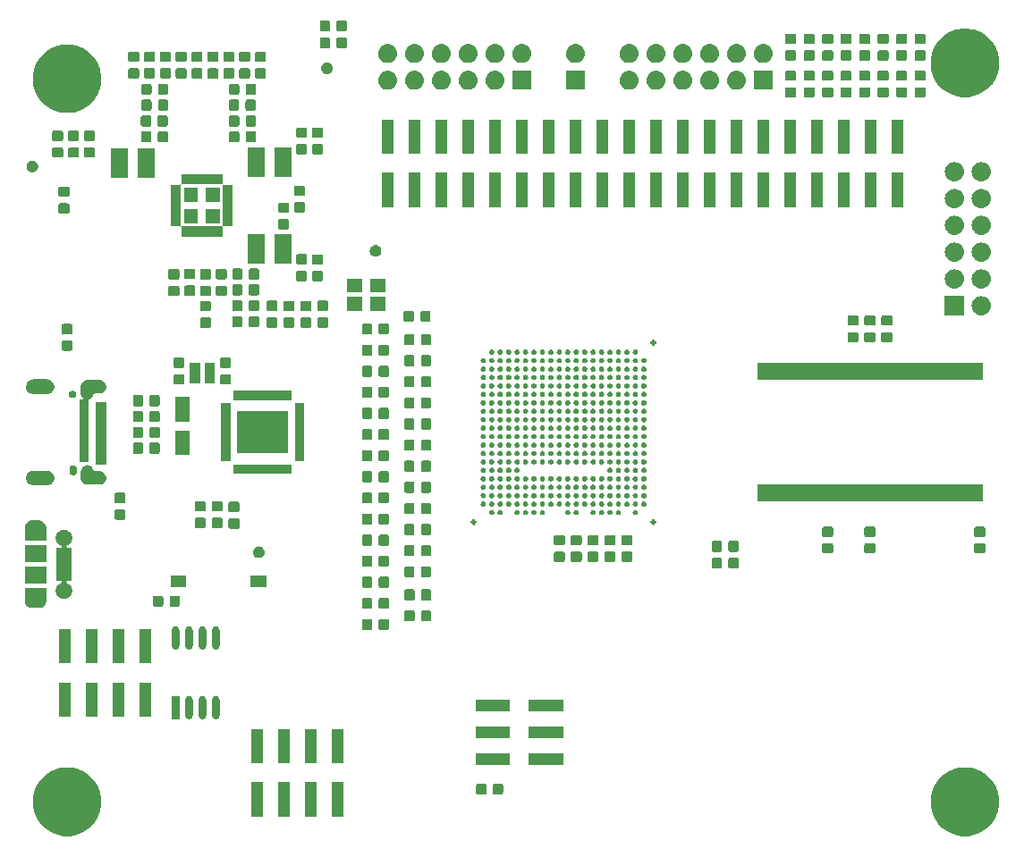
<source format=gbr>
G04 #@! TF.GenerationSoftware,KiCad,Pcbnew,5.0.1*
G04 #@! TF.CreationDate,2018-12-10T01:09:05+01:00*
G04 #@! TF.ProjectId,Kilsyth,4B696C737974682E6B696361645F7063,rev?*
G04 #@! TF.SameCoordinates,Original*
G04 #@! TF.FileFunction,Soldermask,Top*
G04 #@! TF.FilePolarity,Negative*
%FSLAX46Y46*%
G04 Gerber Fmt 4.6, Leading zero omitted, Abs format (unit mm)*
G04 Created by KiCad (PCBNEW 5.0.1) date Mon 10 Dec 2018 01:09:05 AM CET*
%MOMM*%
%LPD*%
G01*
G04 APERTURE LIST*
%ADD10C,0.100000*%
G04 APERTURE END LIST*
D10*
G36*
X140634239Y-121811467D02*
X140948282Y-121873934D01*
X141539926Y-122119001D01*
X142068802Y-122472385D01*
X142072395Y-122474786D01*
X142525214Y-122927605D01*
X142525216Y-122927608D01*
X142880999Y-123460074D01*
X143126066Y-124051718D01*
X143251000Y-124679804D01*
X143251000Y-125320196D01*
X143126066Y-125948282D01*
X142880999Y-126539926D01*
X142527615Y-127068802D01*
X142525214Y-127072395D01*
X142072395Y-127525214D01*
X142072392Y-127525216D01*
X141539926Y-127880999D01*
X140948282Y-128126066D01*
X140634239Y-128188533D01*
X140320197Y-128251000D01*
X139679803Y-128251000D01*
X139365761Y-128188533D01*
X139051718Y-128126066D01*
X138460074Y-127880999D01*
X137927608Y-127525216D01*
X137927605Y-127525214D01*
X137474786Y-127072395D01*
X137472385Y-127068802D01*
X137119001Y-126539926D01*
X136873934Y-125948282D01*
X136749000Y-125320196D01*
X136749000Y-124679804D01*
X136873934Y-124051718D01*
X137119001Y-123460074D01*
X137474784Y-122927608D01*
X137474786Y-122927605D01*
X137927605Y-122474786D01*
X137931198Y-122472385D01*
X138460074Y-122119001D01*
X139051718Y-121873934D01*
X139365761Y-121811467D01*
X139679803Y-121749000D01*
X140320197Y-121749000D01*
X140634239Y-121811467D01*
X140634239Y-121811467D01*
G37*
G36*
X55634239Y-121811467D02*
X55948282Y-121873934D01*
X56539926Y-122119001D01*
X57068802Y-122472385D01*
X57072395Y-122474786D01*
X57525214Y-122927605D01*
X57525216Y-122927608D01*
X57880999Y-123460074D01*
X58126066Y-124051718D01*
X58251000Y-124679804D01*
X58251000Y-125320196D01*
X58126066Y-125948282D01*
X57880999Y-126539926D01*
X57527615Y-127068802D01*
X57525214Y-127072395D01*
X57072395Y-127525214D01*
X57072392Y-127525216D01*
X56539926Y-127880999D01*
X55948282Y-128126066D01*
X55634239Y-128188533D01*
X55320197Y-128251000D01*
X54679803Y-128251000D01*
X54365761Y-128188533D01*
X54051718Y-128126066D01*
X53460074Y-127880999D01*
X52927608Y-127525216D01*
X52927605Y-127525214D01*
X52474786Y-127072395D01*
X52472385Y-127068802D01*
X52119001Y-126539926D01*
X51873934Y-125948282D01*
X51749000Y-125320196D01*
X51749000Y-124679804D01*
X51873934Y-124051718D01*
X52119001Y-123460074D01*
X52474784Y-122927608D01*
X52474786Y-122927605D01*
X52927605Y-122474786D01*
X52931198Y-122472385D01*
X53460074Y-122119001D01*
X54051718Y-121873934D01*
X54365761Y-121811467D01*
X54679803Y-121749000D01*
X55320197Y-121749000D01*
X55634239Y-121811467D01*
X55634239Y-121811467D01*
G37*
G36*
X76098220Y-126415040D02*
X74996220Y-126415040D01*
X74996220Y-123163040D01*
X76098220Y-123163040D01*
X76098220Y-126415040D01*
X76098220Y-126415040D01*
G37*
G36*
X73558220Y-126415040D02*
X72456220Y-126415040D01*
X72456220Y-123163040D01*
X73558220Y-123163040D01*
X73558220Y-126415040D01*
X73558220Y-126415040D01*
G37*
G36*
X81178220Y-126415040D02*
X80076220Y-126415040D01*
X80076220Y-123163040D01*
X81178220Y-123163040D01*
X81178220Y-126415040D01*
X81178220Y-126415040D01*
G37*
G36*
X78638220Y-126415040D02*
X77536220Y-126415040D01*
X77536220Y-123163040D01*
X78638220Y-123163040D01*
X78638220Y-126415040D01*
X78638220Y-126415040D01*
G37*
G36*
X96129591Y-123278085D02*
X96163569Y-123288393D01*
X96194887Y-123305133D01*
X96222339Y-123327661D01*
X96244867Y-123355113D01*
X96261607Y-123386431D01*
X96271915Y-123420409D01*
X96276000Y-123461890D01*
X96276000Y-124138110D01*
X96271915Y-124179591D01*
X96261607Y-124213569D01*
X96244867Y-124244887D01*
X96222339Y-124272339D01*
X96194887Y-124294867D01*
X96163569Y-124311607D01*
X96129591Y-124321915D01*
X96088110Y-124326000D01*
X95486890Y-124326000D01*
X95445409Y-124321915D01*
X95411431Y-124311607D01*
X95380113Y-124294867D01*
X95352661Y-124272339D01*
X95330133Y-124244887D01*
X95313393Y-124213569D01*
X95303085Y-124179591D01*
X95299000Y-124138110D01*
X95299000Y-123461890D01*
X95303085Y-123420409D01*
X95313393Y-123386431D01*
X95330133Y-123355113D01*
X95352661Y-123327661D01*
X95380113Y-123305133D01*
X95411431Y-123288393D01*
X95445409Y-123278085D01*
X95486890Y-123274000D01*
X96088110Y-123274000D01*
X96129591Y-123278085D01*
X96129591Y-123278085D01*
G37*
G36*
X94554591Y-123278085D02*
X94588569Y-123288393D01*
X94619887Y-123305133D01*
X94647339Y-123327661D01*
X94669867Y-123355113D01*
X94686607Y-123386431D01*
X94696915Y-123420409D01*
X94701000Y-123461890D01*
X94701000Y-124138110D01*
X94696915Y-124179591D01*
X94686607Y-124213569D01*
X94669867Y-124244887D01*
X94647339Y-124272339D01*
X94619887Y-124294867D01*
X94588569Y-124311607D01*
X94554591Y-124321915D01*
X94513110Y-124326000D01*
X93911890Y-124326000D01*
X93870409Y-124321915D01*
X93836431Y-124311607D01*
X93805113Y-124294867D01*
X93777661Y-124272339D01*
X93755133Y-124244887D01*
X93738393Y-124213569D01*
X93728085Y-124179591D01*
X93724000Y-124138110D01*
X93724000Y-123461890D01*
X93728085Y-123420409D01*
X93738393Y-123386431D01*
X93755133Y-123355113D01*
X93777661Y-123327661D01*
X93805113Y-123305133D01*
X93836431Y-123288393D01*
X93870409Y-123278085D01*
X93911890Y-123274000D01*
X94513110Y-123274000D01*
X94554591Y-123278085D01*
X94554591Y-123278085D01*
G37*
G36*
X96920000Y-121537000D02*
X93668000Y-121537000D01*
X93668000Y-120435000D01*
X96920000Y-120435000D01*
X96920000Y-121537000D01*
X96920000Y-121537000D01*
G37*
G36*
X101970000Y-121537000D02*
X98718000Y-121537000D01*
X98718000Y-120435000D01*
X101970000Y-120435000D01*
X101970000Y-121537000D01*
X101970000Y-121537000D01*
G37*
G36*
X81178220Y-121365040D02*
X80076220Y-121365040D01*
X80076220Y-118113040D01*
X81178220Y-118113040D01*
X81178220Y-121365040D01*
X81178220Y-121365040D01*
G37*
G36*
X73558220Y-121365040D02*
X72456220Y-121365040D01*
X72456220Y-118113040D01*
X73558220Y-118113040D01*
X73558220Y-121365040D01*
X73558220Y-121365040D01*
G37*
G36*
X76098220Y-121365040D02*
X74996220Y-121365040D01*
X74996220Y-118113040D01*
X76098220Y-118113040D01*
X76098220Y-121365040D01*
X76098220Y-121365040D01*
G37*
G36*
X78638220Y-121365040D02*
X77536220Y-121365040D01*
X77536220Y-118113040D01*
X78638220Y-118113040D01*
X78638220Y-121365040D01*
X78638220Y-121365040D01*
G37*
G36*
X96920000Y-118997000D02*
X93668000Y-118997000D01*
X93668000Y-117895000D01*
X96920000Y-117895000D01*
X96920000Y-118997000D01*
X96920000Y-118997000D01*
G37*
G36*
X101970000Y-118997000D02*
X98718000Y-118997000D01*
X98718000Y-117895000D01*
X101970000Y-117895000D01*
X101970000Y-118997000D01*
X101970000Y-118997000D01*
G37*
G36*
X66616808Y-114982078D02*
X66682971Y-115002149D01*
X66743949Y-115034742D01*
X66797395Y-115078605D01*
X66834589Y-115123925D01*
X66841258Y-115132051D01*
X66852122Y-115152377D01*
X66873852Y-115193030D01*
X66893922Y-115259191D01*
X66899000Y-115310756D01*
X66899000Y-116845244D01*
X66893922Y-116896809D01*
X66873852Y-116962970D01*
X66852122Y-117003623D01*
X66841258Y-117023949D01*
X66797395Y-117077395D01*
X66743949Y-117121258D01*
X66723623Y-117132122D01*
X66682970Y-117153852D01*
X66616809Y-117173922D01*
X66548000Y-117180698D01*
X66479192Y-117173922D01*
X66413031Y-117153852D01*
X66372378Y-117132122D01*
X66352052Y-117121258D01*
X66298606Y-117077395D01*
X66254743Y-117023949D01*
X66243879Y-117003623D01*
X66222149Y-116962970D01*
X66202079Y-116896809D01*
X66197001Y-116845244D01*
X66197000Y-115310756D01*
X66202078Y-115259192D01*
X66222149Y-115193029D01*
X66254742Y-115132051D01*
X66298605Y-115078605D01*
X66352050Y-115034743D01*
X66352049Y-115034743D01*
X66352051Y-115034742D01*
X66372377Y-115023878D01*
X66413030Y-115002148D01*
X66479191Y-114982078D01*
X66548000Y-114975302D01*
X66616808Y-114982078D01*
X66616808Y-114982078D01*
G37*
G36*
X69156808Y-114982078D02*
X69222971Y-115002149D01*
X69283949Y-115034742D01*
X69337395Y-115078605D01*
X69374589Y-115123925D01*
X69381258Y-115132051D01*
X69392122Y-115152377D01*
X69413852Y-115193030D01*
X69433922Y-115259191D01*
X69439000Y-115310756D01*
X69439000Y-116845244D01*
X69433922Y-116896809D01*
X69413852Y-116962970D01*
X69392122Y-117003623D01*
X69381258Y-117023949D01*
X69337395Y-117077395D01*
X69283949Y-117121258D01*
X69263623Y-117132122D01*
X69222970Y-117153852D01*
X69156809Y-117173922D01*
X69088000Y-117180698D01*
X69019192Y-117173922D01*
X68953031Y-117153852D01*
X68912378Y-117132122D01*
X68892052Y-117121258D01*
X68838606Y-117077395D01*
X68794743Y-117023949D01*
X68783879Y-117003623D01*
X68762149Y-116962970D01*
X68742079Y-116896809D01*
X68737001Y-116845244D01*
X68737000Y-115310756D01*
X68742078Y-115259192D01*
X68762149Y-115193029D01*
X68794742Y-115132051D01*
X68838605Y-115078605D01*
X68892050Y-115034743D01*
X68892049Y-115034743D01*
X68892051Y-115034742D01*
X68912377Y-115023878D01*
X68953030Y-115002148D01*
X69019191Y-114982078D01*
X69088000Y-114975302D01*
X69156808Y-114982078D01*
X69156808Y-114982078D01*
G37*
G36*
X67886808Y-114982078D02*
X67952971Y-115002149D01*
X68013949Y-115034742D01*
X68067395Y-115078605D01*
X68104589Y-115123925D01*
X68111258Y-115132051D01*
X68122122Y-115152377D01*
X68143852Y-115193030D01*
X68163922Y-115259191D01*
X68169000Y-115310756D01*
X68169000Y-116845244D01*
X68163922Y-116896809D01*
X68143852Y-116962970D01*
X68122122Y-117003623D01*
X68111258Y-117023949D01*
X68067395Y-117077395D01*
X68013949Y-117121258D01*
X67993623Y-117132122D01*
X67952970Y-117153852D01*
X67886809Y-117173922D01*
X67818000Y-117180698D01*
X67749192Y-117173922D01*
X67683031Y-117153852D01*
X67642378Y-117132122D01*
X67622052Y-117121258D01*
X67568606Y-117077395D01*
X67524743Y-117023949D01*
X67513879Y-117003623D01*
X67492149Y-116962970D01*
X67472079Y-116896809D01*
X67467001Y-116845244D01*
X67467000Y-115310756D01*
X67472078Y-115259192D01*
X67492149Y-115193029D01*
X67524742Y-115132051D01*
X67568605Y-115078605D01*
X67622050Y-115034743D01*
X67622049Y-115034743D01*
X67622051Y-115034742D01*
X67642377Y-115023878D01*
X67683030Y-115002148D01*
X67749191Y-114982078D01*
X67818000Y-114975302D01*
X67886808Y-114982078D01*
X67886808Y-114982078D01*
G37*
G36*
X65629000Y-117179000D02*
X64927000Y-117179000D01*
X64927000Y-114977000D01*
X65629000Y-114977000D01*
X65629000Y-117179000D01*
X65629000Y-117179000D01*
G37*
G36*
X60421000Y-116951000D02*
X59319000Y-116951000D01*
X59319000Y-113699000D01*
X60421000Y-113699000D01*
X60421000Y-116951000D01*
X60421000Y-116951000D01*
G37*
G36*
X57881000Y-116951000D02*
X56779000Y-116951000D01*
X56779000Y-113699000D01*
X57881000Y-113699000D01*
X57881000Y-116951000D01*
X57881000Y-116951000D01*
G37*
G36*
X62961000Y-116951000D02*
X61859000Y-116951000D01*
X61859000Y-113699000D01*
X62961000Y-113699000D01*
X62961000Y-116951000D01*
X62961000Y-116951000D01*
G37*
G36*
X55341000Y-116951000D02*
X54239000Y-116951000D01*
X54239000Y-113699000D01*
X55341000Y-113699000D01*
X55341000Y-116951000D01*
X55341000Y-116951000D01*
G37*
G36*
X101970000Y-116457000D02*
X98718000Y-116457000D01*
X98718000Y-115355000D01*
X101970000Y-115355000D01*
X101970000Y-116457000D01*
X101970000Y-116457000D01*
G37*
G36*
X96920000Y-116457000D02*
X93668000Y-116457000D01*
X93668000Y-115355000D01*
X96920000Y-115355000D01*
X96920000Y-116457000D01*
X96920000Y-116457000D01*
G37*
G36*
X57881000Y-111901000D02*
X56779000Y-111901000D01*
X56779000Y-108649000D01*
X57881000Y-108649000D01*
X57881000Y-111901000D01*
X57881000Y-111901000D01*
G37*
G36*
X62961000Y-111901000D02*
X61859000Y-111901000D01*
X61859000Y-108649000D01*
X62961000Y-108649000D01*
X62961000Y-111901000D01*
X62961000Y-111901000D01*
G37*
G36*
X60421000Y-111901000D02*
X59319000Y-111901000D01*
X59319000Y-108649000D01*
X60421000Y-108649000D01*
X60421000Y-111901000D01*
X60421000Y-111901000D01*
G37*
G36*
X55341000Y-111901000D02*
X54239000Y-111901000D01*
X54239000Y-108649000D01*
X55341000Y-108649000D01*
X55341000Y-111901000D01*
X55341000Y-111901000D01*
G37*
G36*
X69156808Y-108378078D02*
X69222971Y-108398149D01*
X69283949Y-108430742D01*
X69337395Y-108474605D01*
X69374589Y-108519925D01*
X69381258Y-108528051D01*
X69392122Y-108548377D01*
X69413852Y-108589030D01*
X69433922Y-108655191D01*
X69439000Y-108706756D01*
X69439000Y-110241244D01*
X69433922Y-110292809D01*
X69413852Y-110358970D01*
X69392122Y-110399623D01*
X69381258Y-110419949D01*
X69337395Y-110473395D01*
X69283949Y-110517258D01*
X69263623Y-110528122D01*
X69222970Y-110549852D01*
X69156809Y-110569922D01*
X69088000Y-110576698D01*
X69019192Y-110569922D01*
X68953031Y-110549852D01*
X68912378Y-110528122D01*
X68892052Y-110517258D01*
X68838606Y-110473395D01*
X68794743Y-110419949D01*
X68783879Y-110399623D01*
X68762149Y-110358970D01*
X68742079Y-110292809D01*
X68737001Y-110241244D01*
X68737000Y-108706756D01*
X68742078Y-108655192D01*
X68762149Y-108589029D01*
X68794742Y-108528051D01*
X68838605Y-108474605D01*
X68892050Y-108430743D01*
X68892049Y-108430743D01*
X68892051Y-108430742D01*
X68912377Y-108419878D01*
X68953030Y-108398148D01*
X69019191Y-108378078D01*
X69088000Y-108371302D01*
X69156808Y-108378078D01*
X69156808Y-108378078D01*
G37*
G36*
X67886808Y-108378078D02*
X67952971Y-108398149D01*
X68013949Y-108430742D01*
X68067395Y-108474605D01*
X68104589Y-108519925D01*
X68111258Y-108528051D01*
X68122122Y-108548377D01*
X68143852Y-108589030D01*
X68163922Y-108655191D01*
X68169000Y-108706756D01*
X68169000Y-110241244D01*
X68163922Y-110292809D01*
X68143852Y-110358970D01*
X68122122Y-110399623D01*
X68111258Y-110419949D01*
X68067395Y-110473395D01*
X68013949Y-110517258D01*
X67993623Y-110528122D01*
X67952970Y-110549852D01*
X67886809Y-110569922D01*
X67818000Y-110576698D01*
X67749192Y-110569922D01*
X67683031Y-110549852D01*
X67642378Y-110528122D01*
X67622052Y-110517258D01*
X67568606Y-110473395D01*
X67524743Y-110419949D01*
X67513879Y-110399623D01*
X67492149Y-110358970D01*
X67472079Y-110292809D01*
X67467001Y-110241244D01*
X67467000Y-108706756D01*
X67472078Y-108655192D01*
X67492149Y-108589029D01*
X67524742Y-108528051D01*
X67568605Y-108474605D01*
X67622050Y-108430743D01*
X67622049Y-108430743D01*
X67622051Y-108430742D01*
X67642377Y-108419878D01*
X67683030Y-108398148D01*
X67749191Y-108378078D01*
X67818000Y-108371302D01*
X67886808Y-108378078D01*
X67886808Y-108378078D01*
G37*
G36*
X65346808Y-108378078D02*
X65412971Y-108398149D01*
X65473949Y-108430742D01*
X65527395Y-108474605D01*
X65564589Y-108519925D01*
X65571258Y-108528051D01*
X65582122Y-108548377D01*
X65603852Y-108589030D01*
X65623922Y-108655191D01*
X65629000Y-108706756D01*
X65629000Y-110241244D01*
X65623922Y-110292809D01*
X65603852Y-110358970D01*
X65582122Y-110399623D01*
X65571258Y-110419949D01*
X65527395Y-110473395D01*
X65473949Y-110517258D01*
X65453623Y-110528122D01*
X65412970Y-110549852D01*
X65346809Y-110569922D01*
X65278000Y-110576698D01*
X65209192Y-110569922D01*
X65143031Y-110549852D01*
X65102378Y-110528122D01*
X65082052Y-110517258D01*
X65028606Y-110473395D01*
X64984743Y-110419949D01*
X64973879Y-110399623D01*
X64952149Y-110358970D01*
X64932079Y-110292809D01*
X64927001Y-110241244D01*
X64927000Y-108706756D01*
X64932078Y-108655192D01*
X64952149Y-108589029D01*
X64984742Y-108528051D01*
X65028605Y-108474605D01*
X65082050Y-108430743D01*
X65082049Y-108430743D01*
X65082051Y-108430742D01*
X65102377Y-108419878D01*
X65143030Y-108398148D01*
X65209191Y-108378078D01*
X65278000Y-108371302D01*
X65346808Y-108378078D01*
X65346808Y-108378078D01*
G37*
G36*
X66616808Y-108378078D02*
X66682971Y-108398149D01*
X66743949Y-108430742D01*
X66797395Y-108474605D01*
X66834589Y-108519925D01*
X66841258Y-108528051D01*
X66852122Y-108548377D01*
X66873852Y-108589030D01*
X66893922Y-108655191D01*
X66899000Y-108706756D01*
X66899000Y-110241244D01*
X66893922Y-110292809D01*
X66873852Y-110358970D01*
X66852122Y-110399623D01*
X66841258Y-110419949D01*
X66797395Y-110473395D01*
X66743949Y-110517258D01*
X66723623Y-110528122D01*
X66682970Y-110549852D01*
X66616809Y-110569922D01*
X66548000Y-110576698D01*
X66479192Y-110569922D01*
X66413031Y-110549852D01*
X66372378Y-110528122D01*
X66352052Y-110517258D01*
X66298606Y-110473395D01*
X66254743Y-110419949D01*
X66243879Y-110399623D01*
X66222149Y-110358970D01*
X66202079Y-110292809D01*
X66197001Y-110241244D01*
X66197000Y-108706756D01*
X66202078Y-108655192D01*
X66222149Y-108589029D01*
X66254742Y-108528051D01*
X66298605Y-108474605D01*
X66352050Y-108430743D01*
X66352049Y-108430743D01*
X66352051Y-108430742D01*
X66372377Y-108419878D01*
X66413030Y-108398148D01*
X66479191Y-108378078D01*
X66548000Y-108371302D01*
X66616808Y-108378078D01*
X66616808Y-108378078D01*
G37*
G36*
X85329591Y-107678085D02*
X85363569Y-107688393D01*
X85394887Y-107705133D01*
X85422339Y-107727661D01*
X85444867Y-107755113D01*
X85461607Y-107786431D01*
X85471915Y-107820409D01*
X85476000Y-107861890D01*
X85476000Y-108538110D01*
X85471915Y-108579591D01*
X85461607Y-108613569D01*
X85444867Y-108644887D01*
X85422339Y-108672339D01*
X85394887Y-108694867D01*
X85363569Y-108711607D01*
X85329591Y-108721915D01*
X85288110Y-108726000D01*
X84686890Y-108726000D01*
X84645409Y-108721915D01*
X84611431Y-108711607D01*
X84580113Y-108694867D01*
X84552661Y-108672339D01*
X84530133Y-108644887D01*
X84513393Y-108613569D01*
X84503085Y-108579591D01*
X84499000Y-108538110D01*
X84499000Y-107861890D01*
X84503085Y-107820409D01*
X84513393Y-107786431D01*
X84530133Y-107755113D01*
X84552661Y-107727661D01*
X84580113Y-107705133D01*
X84611431Y-107688393D01*
X84645409Y-107678085D01*
X84686890Y-107674000D01*
X85288110Y-107674000D01*
X85329591Y-107678085D01*
X85329591Y-107678085D01*
G37*
G36*
X83754591Y-107678085D02*
X83788569Y-107688393D01*
X83819887Y-107705133D01*
X83847339Y-107727661D01*
X83869867Y-107755113D01*
X83886607Y-107786431D01*
X83896915Y-107820409D01*
X83901000Y-107861890D01*
X83901000Y-108538110D01*
X83896915Y-108579591D01*
X83886607Y-108613569D01*
X83869867Y-108644887D01*
X83847339Y-108672339D01*
X83819887Y-108694867D01*
X83788569Y-108711607D01*
X83754591Y-108721915D01*
X83713110Y-108726000D01*
X83111890Y-108726000D01*
X83070409Y-108721915D01*
X83036431Y-108711607D01*
X83005113Y-108694867D01*
X82977661Y-108672339D01*
X82955133Y-108644887D01*
X82938393Y-108613569D01*
X82928085Y-108579591D01*
X82924000Y-108538110D01*
X82924000Y-107861890D01*
X82928085Y-107820409D01*
X82938393Y-107786431D01*
X82955133Y-107755113D01*
X82977661Y-107727661D01*
X83005113Y-107705133D01*
X83036431Y-107688393D01*
X83070409Y-107678085D01*
X83111890Y-107674000D01*
X83713110Y-107674000D01*
X83754591Y-107678085D01*
X83754591Y-107678085D01*
G37*
G36*
X89329591Y-106878085D02*
X89363569Y-106888393D01*
X89394887Y-106905133D01*
X89422339Y-106927661D01*
X89444867Y-106955113D01*
X89461607Y-106986431D01*
X89471915Y-107020409D01*
X89476000Y-107061890D01*
X89476000Y-107738110D01*
X89471915Y-107779591D01*
X89461607Y-107813569D01*
X89444867Y-107844887D01*
X89422339Y-107872339D01*
X89394887Y-107894867D01*
X89363569Y-107911607D01*
X89329591Y-107921915D01*
X89288110Y-107926000D01*
X88686890Y-107926000D01*
X88645409Y-107921915D01*
X88611431Y-107911607D01*
X88580113Y-107894867D01*
X88552661Y-107872339D01*
X88530133Y-107844887D01*
X88513393Y-107813569D01*
X88503085Y-107779591D01*
X88499000Y-107738110D01*
X88499000Y-107061890D01*
X88503085Y-107020409D01*
X88513393Y-106986431D01*
X88530133Y-106955113D01*
X88552661Y-106927661D01*
X88580113Y-106905133D01*
X88611431Y-106888393D01*
X88645409Y-106878085D01*
X88686890Y-106874000D01*
X89288110Y-106874000D01*
X89329591Y-106878085D01*
X89329591Y-106878085D01*
G37*
G36*
X87754591Y-106878085D02*
X87788569Y-106888393D01*
X87819887Y-106905133D01*
X87847339Y-106927661D01*
X87869867Y-106955113D01*
X87886607Y-106986431D01*
X87896915Y-107020409D01*
X87901000Y-107061890D01*
X87901000Y-107738110D01*
X87896915Y-107779591D01*
X87886607Y-107813569D01*
X87869867Y-107844887D01*
X87847339Y-107872339D01*
X87819887Y-107894867D01*
X87788569Y-107911607D01*
X87754591Y-107921915D01*
X87713110Y-107926000D01*
X87111890Y-107926000D01*
X87070409Y-107921915D01*
X87036431Y-107911607D01*
X87005113Y-107894867D01*
X86977661Y-107872339D01*
X86955133Y-107844887D01*
X86938393Y-107813569D01*
X86928085Y-107779591D01*
X86924000Y-107738110D01*
X86924000Y-107061890D01*
X86928085Y-107020409D01*
X86938393Y-106986431D01*
X86955133Y-106955113D01*
X86977661Y-106927661D01*
X87005113Y-106905133D01*
X87036431Y-106888393D01*
X87070409Y-106878085D01*
X87111890Y-106874000D01*
X87713110Y-106874000D01*
X87754591Y-106878085D01*
X87754591Y-106878085D01*
G37*
G36*
X83754591Y-105678085D02*
X83788569Y-105688393D01*
X83819887Y-105705133D01*
X83847339Y-105727661D01*
X83869867Y-105755113D01*
X83886607Y-105786431D01*
X83896915Y-105820409D01*
X83901000Y-105861890D01*
X83901000Y-106538110D01*
X83896915Y-106579591D01*
X83886607Y-106613569D01*
X83869867Y-106644887D01*
X83847339Y-106672339D01*
X83819887Y-106694867D01*
X83788569Y-106711607D01*
X83754591Y-106721915D01*
X83713110Y-106726000D01*
X83111890Y-106726000D01*
X83070409Y-106721915D01*
X83036431Y-106711607D01*
X83005113Y-106694867D01*
X82977661Y-106672339D01*
X82955133Y-106644887D01*
X82938393Y-106613569D01*
X82928085Y-106579591D01*
X82924000Y-106538110D01*
X82924000Y-105861890D01*
X82928085Y-105820409D01*
X82938393Y-105786431D01*
X82955133Y-105755113D01*
X82977661Y-105727661D01*
X83005113Y-105705133D01*
X83036431Y-105688393D01*
X83070409Y-105678085D01*
X83111890Y-105674000D01*
X83713110Y-105674000D01*
X83754591Y-105678085D01*
X83754591Y-105678085D01*
G37*
G36*
X85329591Y-105678085D02*
X85363569Y-105688393D01*
X85394887Y-105705133D01*
X85422339Y-105727661D01*
X85444867Y-105755113D01*
X85461607Y-105786431D01*
X85471915Y-105820409D01*
X85476000Y-105861890D01*
X85476000Y-106538110D01*
X85471915Y-106579591D01*
X85461607Y-106613569D01*
X85444867Y-106644887D01*
X85422339Y-106672339D01*
X85394887Y-106694867D01*
X85363569Y-106711607D01*
X85329591Y-106721915D01*
X85288110Y-106726000D01*
X84686890Y-106726000D01*
X84645409Y-106721915D01*
X84611431Y-106711607D01*
X84580113Y-106694867D01*
X84552661Y-106672339D01*
X84530133Y-106644887D01*
X84513393Y-106613569D01*
X84503085Y-106579591D01*
X84499000Y-106538110D01*
X84499000Y-105861890D01*
X84503085Y-105820409D01*
X84513393Y-105786431D01*
X84530133Y-105755113D01*
X84552661Y-105727661D01*
X84580113Y-105705133D01*
X84611431Y-105688393D01*
X84645409Y-105678085D01*
X84686890Y-105674000D01*
X85288110Y-105674000D01*
X85329591Y-105678085D01*
X85329591Y-105678085D01*
G37*
G36*
X53013500Y-105961886D02*
X53014102Y-105974138D01*
X53016649Y-106000000D01*
X53014102Y-106025862D01*
X53013500Y-106038114D01*
X53013500Y-106111407D01*
X53004543Y-106128165D01*
X53000410Y-106139715D01*
X52966855Y-106250333D01*
X52950062Y-106281750D01*
X52906405Y-106363426D01*
X52825053Y-106462553D01*
X52725926Y-106543905D01*
X52725924Y-106543906D01*
X52612833Y-106604355D01*
X52582458Y-106613569D01*
X52490118Y-106641580D01*
X52426355Y-106647860D01*
X52394474Y-106651000D01*
X51630526Y-106651000D01*
X51598645Y-106647860D01*
X51534882Y-106641580D01*
X51442542Y-106613569D01*
X51412167Y-106604355D01*
X51299076Y-106543906D01*
X51299074Y-106543905D01*
X51199947Y-106462553D01*
X51118595Y-106363426D01*
X51074938Y-106281750D01*
X51058145Y-106250333D01*
X51024590Y-106139715D01*
X51015212Y-106117076D01*
X51011500Y-106111520D01*
X51011500Y-106038114D01*
X51010898Y-106025862D01*
X51008351Y-106000000D01*
X51010898Y-105974138D01*
X51011500Y-105961886D01*
X51011500Y-104749000D01*
X53013500Y-104749000D01*
X53013500Y-105961886D01*
X53013500Y-105961886D01*
G37*
G36*
X63954591Y-105478085D02*
X63988569Y-105488393D01*
X64019887Y-105505133D01*
X64047339Y-105527661D01*
X64069867Y-105555113D01*
X64086607Y-105586431D01*
X64096915Y-105620409D01*
X64101000Y-105661890D01*
X64101000Y-106338110D01*
X64096915Y-106379591D01*
X64086607Y-106413569D01*
X64069867Y-106444887D01*
X64047339Y-106472339D01*
X64019887Y-106494867D01*
X63988569Y-106511607D01*
X63954591Y-106521915D01*
X63913110Y-106526000D01*
X63311890Y-106526000D01*
X63270409Y-106521915D01*
X63236431Y-106511607D01*
X63205113Y-106494867D01*
X63177661Y-106472339D01*
X63155133Y-106444887D01*
X63138393Y-106413569D01*
X63128085Y-106379591D01*
X63124000Y-106338110D01*
X63124000Y-105661890D01*
X63128085Y-105620409D01*
X63138393Y-105586431D01*
X63155133Y-105555113D01*
X63177661Y-105527661D01*
X63205113Y-105505133D01*
X63236431Y-105488393D01*
X63270409Y-105478085D01*
X63311890Y-105474000D01*
X63913110Y-105474000D01*
X63954591Y-105478085D01*
X63954591Y-105478085D01*
G37*
G36*
X65529591Y-105478085D02*
X65563569Y-105488393D01*
X65594887Y-105505133D01*
X65622339Y-105527661D01*
X65644867Y-105555113D01*
X65661607Y-105586431D01*
X65671915Y-105620409D01*
X65676000Y-105661890D01*
X65676000Y-106338110D01*
X65671915Y-106379591D01*
X65661607Y-106413569D01*
X65644867Y-106444887D01*
X65622339Y-106472339D01*
X65594887Y-106494867D01*
X65563569Y-106511607D01*
X65529591Y-106521915D01*
X65488110Y-106526000D01*
X64886890Y-106526000D01*
X64845409Y-106521915D01*
X64811431Y-106511607D01*
X64780113Y-106494867D01*
X64752661Y-106472339D01*
X64730133Y-106444887D01*
X64713393Y-106413569D01*
X64703085Y-106379591D01*
X64699000Y-106338110D01*
X64699000Y-105661890D01*
X64703085Y-105620409D01*
X64713393Y-105586431D01*
X64730133Y-105555113D01*
X64752661Y-105527661D01*
X64780113Y-105505133D01*
X64811431Y-105488393D01*
X64845409Y-105478085D01*
X64886890Y-105474000D01*
X65488110Y-105474000D01*
X65529591Y-105478085D01*
X65529591Y-105478085D01*
G37*
G36*
X89329591Y-104878085D02*
X89363569Y-104888393D01*
X89394887Y-104905133D01*
X89422339Y-104927661D01*
X89444867Y-104955113D01*
X89461607Y-104986431D01*
X89471915Y-105020409D01*
X89476000Y-105061890D01*
X89476000Y-105738110D01*
X89471915Y-105779591D01*
X89461607Y-105813569D01*
X89444867Y-105844887D01*
X89422339Y-105872339D01*
X89394887Y-105894867D01*
X89363569Y-105911607D01*
X89329591Y-105921915D01*
X89288110Y-105926000D01*
X88686890Y-105926000D01*
X88645409Y-105921915D01*
X88611431Y-105911607D01*
X88580113Y-105894867D01*
X88552661Y-105872339D01*
X88530133Y-105844887D01*
X88513393Y-105813569D01*
X88503085Y-105779591D01*
X88499000Y-105738110D01*
X88499000Y-105061890D01*
X88503085Y-105020409D01*
X88513393Y-104986431D01*
X88530133Y-104955113D01*
X88552661Y-104927661D01*
X88580113Y-104905133D01*
X88611431Y-104888393D01*
X88645409Y-104878085D01*
X88686890Y-104874000D01*
X89288110Y-104874000D01*
X89329591Y-104878085D01*
X89329591Y-104878085D01*
G37*
G36*
X87754591Y-104878085D02*
X87788569Y-104888393D01*
X87819887Y-104905133D01*
X87847339Y-104927661D01*
X87869867Y-104955113D01*
X87886607Y-104986431D01*
X87896915Y-105020409D01*
X87901000Y-105061890D01*
X87901000Y-105738110D01*
X87896915Y-105779591D01*
X87886607Y-105813569D01*
X87869867Y-105844887D01*
X87847339Y-105872339D01*
X87819887Y-105894867D01*
X87788569Y-105911607D01*
X87754591Y-105921915D01*
X87713110Y-105926000D01*
X87111890Y-105926000D01*
X87070409Y-105921915D01*
X87036431Y-105911607D01*
X87005113Y-105894867D01*
X86977661Y-105872339D01*
X86955133Y-105844887D01*
X86938393Y-105813569D01*
X86928085Y-105779591D01*
X86924000Y-105738110D01*
X86924000Y-105061890D01*
X86928085Y-105020409D01*
X86938393Y-104986431D01*
X86955133Y-104955113D01*
X86977661Y-104927661D01*
X87005113Y-104905133D01*
X87036431Y-104888393D01*
X87070409Y-104878085D01*
X87111890Y-104874000D01*
X87713110Y-104874000D01*
X87754591Y-104878085D01*
X87754591Y-104878085D01*
G37*
G36*
X54938849Y-99253820D02*
X54938852Y-99253821D01*
X54938851Y-99253821D01*
X55080074Y-99312317D01*
X55205456Y-99396095D01*
X55207174Y-99397243D01*
X55315257Y-99505326D01*
X55315259Y-99505329D01*
X55400183Y-99632426D01*
X55421789Y-99684588D01*
X55458680Y-99773651D01*
X55488500Y-99923569D01*
X55488500Y-100076431D01*
X55458680Y-100226349D01*
X55458679Y-100226351D01*
X55400183Y-100367574D01*
X55361959Y-100424780D01*
X55315257Y-100494674D01*
X55207174Y-100602757D01*
X55207171Y-100602759D01*
X55080074Y-100687683D01*
X55029778Y-100708516D01*
X55008169Y-100720067D01*
X54989227Y-100735612D01*
X54973682Y-100754554D01*
X54962131Y-100776165D01*
X54955018Y-100799614D01*
X54952616Y-100824000D01*
X54955018Y-100848387D01*
X54962131Y-100871836D01*
X54973683Y-100893447D01*
X54989228Y-100912389D01*
X55008170Y-100927934D01*
X55029781Y-100939485D01*
X55053230Y-100946598D01*
X55077616Y-100949000D01*
X55438500Y-100949000D01*
X55438500Y-104051000D01*
X55077616Y-104051000D01*
X55053230Y-104053402D01*
X55029781Y-104060515D01*
X55008170Y-104072066D01*
X54989228Y-104087612D01*
X54973682Y-104106554D01*
X54962131Y-104128165D01*
X54955018Y-104151614D01*
X54952616Y-104176000D01*
X54955018Y-104200386D01*
X54962131Y-104223835D01*
X54973682Y-104245446D01*
X54989228Y-104264388D01*
X55008170Y-104279934D01*
X55029778Y-104291484D01*
X55080074Y-104312317D01*
X55080075Y-104312318D01*
X55207174Y-104397243D01*
X55315257Y-104505326D01*
X55315259Y-104505329D01*
X55400183Y-104632426D01*
X55436998Y-104721307D01*
X55458680Y-104773651D01*
X55488500Y-104923569D01*
X55488500Y-105076431D01*
X55458680Y-105226349D01*
X55458679Y-105226351D01*
X55400183Y-105367574D01*
X55400182Y-105367575D01*
X55315257Y-105494674D01*
X55207174Y-105602757D01*
X55207171Y-105602759D01*
X55080074Y-105687683D01*
X55013728Y-105715164D01*
X54938849Y-105746180D01*
X54788931Y-105776000D01*
X54636069Y-105776000D01*
X54486151Y-105746180D01*
X54411272Y-105715164D01*
X54344926Y-105687683D01*
X54217829Y-105602759D01*
X54217826Y-105602757D01*
X54109743Y-105494674D01*
X54024818Y-105367575D01*
X54024817Y-105367574D01*
X53966321Y-105226351D01*
X53966320Y-105226349D01*
X53936500Y-105076431D01*
X53936500Y-104923569D01*
X53966320Y-104773651D01*
X53988002Y-104721307D01*
X54024817Y-104632426D01*
X54109741Y-104505329D01*
X54109743Y-104505326D01*
X54217826Y-104397243D01*
X54344925Y-104312318D01*
X54344926Y-104312317D01*
X54395222Y-104291484D01*
X54416831Y-104279933D01*
X54435773Y-104264388D01*
X54451318Y-104245446D01*
X54462869Y-104223835D01*
X54469982Y-104200386D01*
X54472384Y-104176000D01*
X54469982Y-104151613D01*
X54462869Y-104128164D01*
X54451317Y-104106553D01*
X54435772Y-104087611D01*
X54416830Y-104072066D01*
X54395219Y-104060515D01*
X54371770Y-104053402D01*
X54347384Y-104051000D01*
X53986500Y-104051000D01*
X53986500Y-100949000D01*
X54347384Y-100949000D01*
X54371770Y-100946598D01*
X54395219Y-100939485D01*
X54416830Y-100927934D01*
X54435772Y-100912388D01*
X54451318Y-100893446D01*
X54462869Y-100871835D01*
X54469982Y-100848386D01*
X54472384Y-100824000D01*
X54469982Y-100799614D01*
X54462869Y-100776165D01*
X54451318Y-100754554D01*
X54435772Y-100735612D01*
X54416830Y-100720066D01*
X54395222Y-100708516D01*
X54344926Y-100687683D01*
X54217829Y-100602759D01*
X54217826Y-100602757D01*
X54109743Y-100494674D01*
X54063041Y-100424780D01*
X54024817Y-100367574D01*
X53966321Y-100226351D01*
X53966320Y-100226349D01*
X53936500Y-100076431D01*
X53936500Y-99923569D01*
X53966320Y-99773651D01*
X54003211Y-99684588D01*
X54024817Y-99632426D01*
X54109741Y-99505329D01*
X54109743Y-99505326D01*
X54217826Y-99397243D01*
X54219544Y-99396095D01*
X54344926Y-99312317D01*
X54486149Y-99253821D01*
X54486148Y-99253821D01*
X54486151Y-99253820D01*
X54636069Y-99224000D01*
X54788931Y-99224000D01*
X54938849Y-99253820D01*
X54938849Y-99253820D01*
G37*
G36*
X83754591Y-103678085D02*
X83788569Y-103688393D01*
X83819887Y-103705133D01*
X83847339Y-103727661D01*
X83869867Y-103755113D01*
X83886607Y-103786431D01*
X83896915Y-103820409D01*
X83901000Y-103861890D01*
X83901000Y-104538110D01*
X83896915Y-104579591D01*
X83886607Y-104613569D01*
X83869867Y-104644887D01*
X83847339Y-104672339D01*
X83819887Y-104694867D01*
X83788569Y-104711607D01*
X83754591Y-104721915D01*
X83713110Y-104726000D01*
X83111890Y-104726000D01*
X83070409Y-104721915D01*
X83036431Y-104711607D01*
X83005113Y-104694867D01*
X82977661Y-104672339D01*
X82955133Y-104644887D01*
X82938393Y-104613569D01*
X82928085Y-104579591D01*
X82924000Y-104538110D01*
X82924000Y-103861890D01*
X82928085Y-103820409D01*
X82938393Y-103786431D01*
X82955133Y-103755113D01*
X82977661Y-103727661D01*
X83005113Y-103705133D01*
X83036431Y-103688393D01*
X83070409Y-103678085D01*
X83111890Y-103674000D01*
X83713110Y-103674000D01*
X83754591Y-103678085D01*
X83754591Y-103678085D01*
G37*
G36*
X85329591Y-103678085D02*
X85363569Y-103688393D01*
X85394887Y-103705133D01*
X85422339Y-103727661D01*
X85444867Y-103755113D01*
X85461607Y-103786431D01*
X85471915Y-103820409D01*
X85476000Y-103861890D01*
X85476000Y-104538110D01*
X85471915Y-104579591D01*
X85461607Y-104613569D01*
X85444867Y-104644887D01*
X85422339Y-104672339D01*
X85394887Y-104694867D01*
X85363569Y-104711607D01*
X85329591Y-104721915D01*
X85288110Y-104726000D01*
X84686890Y-104726000D01*
X84645409Y-104721915D01*
X84611431Y-104711607D01*
X84580113Y-104694867D01*
X84552661Y-104672339D01*
X84530133Y-104644887D01*
X84513393Y-104613569D01*
X84503085Y-104579591D01*
X84499000Y-104538110D01*
X84499000Y-103861890D01*
X84503085Y-103820409D01*
X84513393Y-103786431D01*
X84530133Y-103755113D01*
X84552661Y-103727661D01*
X84580113Y-103705133D01*
X84611431Y-103688393D01*
X84645409Y-103678085D01*
X84686890Y-103674000D01*
X85288110Y-103674000D01*
X85329591Y-103678085D01*
X85329591Y-103678085D01*
G37*
G36*
X66293000Y-104691000D02*
X64791000Y-104691000D01*
X64791000Y-103589000D01*
X66293000Y-103589000D01*
X66293000Y-104691000D01*
X66293000Y-104691000D01*
G37*
G36*
X73893000Y-104691000D02*
X72391000Y-104691000D01*
X72391000Y-103589000D01*
X73893000Y-103589000D01*
X73893000Y-104691000D01*
X73893000Y-104691000D01*
G37*
G36*
X53013500Y-104301000D02*
X51011500Y-104301000D01*
X51011500Y-102699000D01*
X53013500Y-102699000D01*
X53013500Y-104301000D01*
X53013500Y-104301000D01*
G37*
G36*
X89319525Y-102690334D02*
X89353503Y-102700642D01*
X89384821Y-102717382D01*
X89412273Y-102739910D01*
X89434801Y-102767362D01*
X89451541Y-102798680D01*
X89461849Y-102832658D01*
X89465934Y-102874139D01*
X89465934Y-103550359D01*
X89461849Y-103591840D01*
X89451541Y-103625818D01*
X89434801Y-103657136D01*
X89412273Y-103684588D01*
X89384821Y-103707116D01*
X89353503Y-103723856D01*
X89319525Y-103734164D01*
X89278044Y-103738249D01*
X88676824Y-103738249D01*
X88635343Y-103734164D01*
X88601365Y-103723856D01*
X88570047Y-103707116D01*
X88542595Y-103684588D01*
X88520067Y-103657136D01*
X88503327Y-103625818D01*
X88493019Y-103591840D01*
X88488934Y-103550359D01*
X88488934Y-102874139D01*
X88493019Y-102832658D01*
X88503327Y-102798680D01*
X88520067Y-102767362D01*
X88542595Y-102739910D01*
X88570047Y-102717382D01*
X88601365Y-102700642D01*
X88635343Y-102690334D01*
X88676824Y-102686249D01*
X89278044Y-102686249D01*
X89319525Y-102690334D01*
X89319525Y-102690334D01*
G37*
G36*
X87744525Y-102690334D02*
X87778503Y-102700642D01*
X87809821Y-102717382D01*
X87837273Y-102739910D01*
X87859801Y-102767362D01*
X87876541Y-102798680D01*
X87886849Y-102832658D01*
X87890934Y-102874139D01*
X87890934Y-103550359D01*
X87886849Y-103591840D01*
X87876541Y-103625818D01*
X87859801Y-103657136D01*
X87837273Y-103684588D01*
X87809821Y-103707116D01*
X87778503Y-103723856D01*
X87744525Y-103734164D01*
X87703044Y-103738249D01*
X87101824Y-103738249D01*
X87060343Y-103734164D01*
X87026365Y-103723856D01*
X86995047Y-103707116D01*
X86967595Y-103684588D01*
X86945067Y-103657136D01*
X86928327Y-103625818D01*
X86918019Y-103591840D01*
X86913934Y-103550359D01*
X86913934Y-102874139D01*
X86918019Y-102832658D01*
X86928327Y-102798680D01*
X86945067Y-102767362D01*
X86967595Y-102739910D01*
X86995047Y-102717382D01*
X87026365Y-102700642D01*
X87060343Y-102690334D01*
X87101824Y-102686249D01*
X87703044Y-102686249D01*
X87744525Y-102690334D01*
X87744525Y-102690334D01*
G37*
G36*
X118429591Y-101878085D02*
X118463569Y-101888393D01*
X118494887Y-101905133D01*
X118522339Y-101927661D01*
X118544867Y-101955113D01*
X118561607Y-101986431D01*
X118571915Y-102020409D01*
X118576000Y-102061890D01*
X118576000Y-102738110D01*
X118571915Y-102779591D01*
X118561607Y-102813569D01*
X118544867Y-102844887D01*
X118522339Y-102872339D01*
X118494887Y-102894867D01*
X118463569Y-102911607D01*
X118429591Y-102921915D01*
X118388110Y-102926000D01*
X117786890Y-102926000D01*
X117745409Y-102921915D01*
X117711431Y-102911607D01*
X117680113Y-102894867D01*
X117652661Y-102872339D01*
X117630133Y-102844887D01*
X117613393Y-102813569D01*
X117603085Y-102779591D01*
X117599000Y-102738110D01*
X117599000Y-102061890D01*
X117603085Y-102020409D01*
X117613393Y-101986431D01*
X117630133Y-101955113D01*
X117652661Y-101927661D01*
X117680113Y-101905133D01*
X117711431Y-101888393D01*
X117745409Y-101878085D01*
X117786890Y-101874000D01*
X118388110Y-101874000D01*
X118429591Y-101878085D01*
X118429591Y-101878085D01*
G37*
G36*
X116854591Y-101878085D02*
X116888569Y-101888393D01*
X116919887Y-101905133D01*
X116947339Y-101927661D01*
X116969867Y-101955113D01*
X116986607Y-101986431D01*
X116996915Y-102020409D01*
X117001000Y-102061890D01*
X117001000Y-102738110D01*
X116996915Y-102779591D01*
X116986607Y-102813569D01*
X116969867Y-102844887D01*
X116947339Y-102872339D01*
X116919887Y-102894867D01*
X116888569Y-102911607D01*
X116854591Y-102921915D01*
X116813110Y-102926000D01*
X116211890Y-102926000D01*
X116170409Y-102921915D01*
X116136431Y-102911607D01*
X116105113Y-102894867D01*
X116077661Y-102872339D01*
X116055133Y-102844887D01*
X116038393Y-102813569D01*
X116028085Y-102779591D01*
X116024000Y-102738110D01*
X116024000Y-102061890D01*
X116028085Y-102020409D01*
X116038393Y-101986431D01*
X116055133Y-101955113D01*
X116077661Y-101927661D01*
X116105113Y-101905133D01*
X116136431Y-101888393D01*
X116170409Y-101878085D01*
X116211890Y-101874000D01*
X116813110Y-101874000D01*
X116854591Y-101878085D01*
X116854591Y-101878085D01*
G37*
G36*
X85319525Y-101690334D02*
X85353503Y-101700642D01*
X85384821Y-101717382D01*
X85412273Y-101739910D01*
X85434801Y-101767362D01*
X85451541Y-101798680D01*
X85461849Y-101832658D01*
X85465934Y-101874139D01*
X85465934Y-102550359D01*
X85461849Y-102591840D01*
X85451541Y-102625818D01*
X85434801Y-102657136D01*
X85412273Y-102684588D01*
X85384821Y-102707116D01*
X85353503Y-102723856D01*
X85319525Y-102734164D01*
X85278044Y-102738249D01*
X84676824Y-102738249D01*
X84635343Y-102734164D01*
X84601365Y-102723856D01*
X84570047Y-102707116D01*
X84542595Y-102684588D01*
X84520067Y-102657136D01*
X84503327Y-102625818D01*
X84493019Y-102591840D01*
X84488934Y-102550359D01*
X84488934Y-101874139D01*
X84493019Y-101832658D01*
X84503327Y-101798680D01*
X84520067Y-101767362D01*
X84542595Y-101739910D01*
X84570047Y-101717382D01*
X84601365Y-101700642D01*
X84635343Y-101690334D01*
X84676824Y-101686249D01*
X85278044Y-101686249D01*
X85319525Y-101690334D01*
X85319525Y-101690334D01*
G37*
G36*
X83744525Y-101690334D02*
X83778503Y-101700642D01*
X83809821Y-101717382D01*
X83837273Y-101739910D01*
X83859801Y-101767362D01*
X83876541Y-101798680D01*
X83886849Y-101832658D01*
X83890934Y-101874139D01*
X83890934Y-102550359D01*
X83886849Y-102591840D01*
X83876541Y-102625818D01*
X83859801Y-102657136D01*
X83837273Y-102684588D01*
X83809821Y-102707116D01*
X83778503Y-102723856D01*
X83744525Y-102734164D01*
X83703044Y-102738249D01*
X83101824Y-102738249D01*
X83060343Y-102734164D01*
X83026365Y-102723856D01*
X82995047Y-102707116D01*
X82967595Y-102684588D01*
X82945067Y-102657136D01*
X82928327Y-102625818D01*
X82918019Y-102591840D01*
X82913934Y-102550359D01*
X82913934Y-101874139D01*
X82918019Y-101832658D01*
X82928327Y-101798680D01*
X82945067Y-101767362D01*
X82967595Y-101739910D01*
X82995047Y-101717382D01*
X83026365Y-101700642D01*
X83060343Y-101690334D01*
X83101824Y-101686249D01*
X83703044Y-101686249D01*
X83744525Y-101690334D01*
X83744525Y-101690334D01*
G37*
G36*
X53013500Y-102301000D02*
X51011500Y-102301000D01*
X51011500Y-100699000D01*
X53013500Y-100699000D01*
X53013500Y-102301000D01*
X53013500Y-102301000D01*
G37*
G36*
X105179591Y-101303085D02*
X105213569Y-101313393D01*
X105244887Y-101330133D01*
X105272339Y-101352661D01*
X105294867Y-101380113D01*
X105311607Y-101411431D01*
X105321915Y-101445409D01*
X105326000Y-101486890D01*
X105326000Y-102088110D01*
X105321915Y-102129591D01*
X105311607Y-102163569D01*
X105294867Y-102194887D01*
X105272339Y-102222339D01*
X105244887Y-102244867D01*
X105213569Y-102261607D01*
X105179591Y-102271915D01*
X105138110Y-102276000D01*
X104461890Y-102276000D01*
X104420409Y-102271915D01*
X104386431Y-102261607D01*
X104355113Y-102244867D01*
X104327661Y-102222339D01*
X104305133Y-102194887D01*
X104288393Y-102163569D01*
X104278085Y-102129591D01*
X104274000Y-102088110D01*
X104274000Y-101486890D01*
X104278085Y-101445409D01*
X104288393Y-101411431D01*
X104305133Y-101380113D01*
X104327661Y-101352661D01*
X104355113Y-101330133D01*
X104386431Y-101313393D01*
X104420409Y-101303085D01*
X104461890Y-101299000D01*
X105138110Y-101299000D01*
X105179591Y-101303085D01*
X105179591Y-101303085D01*
G37*
G36*
X101979591Y-101303085D02*
X102013569Y-101313393D01*
X102044887Y-101330133D01*
X102072339Y-101352661D01*
X102094867Y-101380113D01*
X102111607Y-101411431D01*
X102121915Y-101445409D01*
X102126000Y-101486890D01*
X102126000Y-102088110D01*
X102121915Y-102129591D01*
X102111607Y-102163569D01*
X102094867Y-102194887D01*
X102072339Y-102222339D01*
X102044887Y-102244867D01*
X102013569Y-102261607D01*
X101979591Y-102271915D01*
X101938110Y-102276000D01*
X101261890Y-102276000D01*
X101220409Y-102271915D01*
X101186431Y-102261607D01*
X101155113Y-102244867D01*
X101127661Y-102222339D01*
X101105133Y-102194887D01*
X101088393Y-102163569D01*
X101078085Y-102129591D01*
X101074000Y-102088110D01*
X101074000Y-101486890D01*
X101078085Y-101445409D01*
X101088393Y-101411431D01*
X101105133Y-101380113D01*
X101127661Y-101352661D01*
X101155113Y-101330133D01*
X101186431Y-101313393D01*
X101220409Y-101303085D01*
X101261890Y-101299000D01*
X101938110Y-101299000D01*
X101979591Y-101303085D01*
X101979591Y-101303085D01*
G37*
G36*
X108379591Y-101303085D02*
X108413569Y-101313393D01*
X108444887Y-101330133D01*
X108472339Y-101352661D01*
X108494867Y-101380113D01*
X108511607Y-101411431D01*
X108521915Y-101445409D01*
X108526000Y-101486890D01*
X108526000Y-102088110D01*
X108521915Y-102129591D01*
X108511607Y-102163569D01*
X108494867Y-102194887D01*
X108472339Y-102222339D01*
X108444887Y-102244867D01*
X108413569Y-102261607D01*
X108379591Y-102271915D01*
X108338110Y-102276000D01*
X107661890Y-102276000D01*
X107620409Y-102271915D01*
X107586431Y-102261607D01*
X107555113Y-102244867D01*
X107527661Y-102222339D01*
X107505133Y-102194887D01*
X107488393Y-102163569D01*
X107478085Y-102129591D01*
X107474000Y-102088110D01*
X107474000Y-101486890D01*
X107478085Y-101445409D01*
X107488393Y-101411431D01*
X107505133Y-101380113D01*
X107527661Y-101352661D01*
X107555113Y-101330133D01*
X107586431Y-101313393D01*
X107620409Y-101303085D01*
X107661890Y-101299000D01*
X108338110Y-101299000D01*
X108379591Y-101303085D01*
X108379591Y-101303085D01*
G37*
G36*
X106779591Y-101303085D02*
X106813569Y-101313393D01*
X106844887Y-101330133D01*
X106872339Y-101352661D01*
X106894867Y-101380113D01*
X106911607Y-101411431D01*
X106921915Y-101445409D01*
X106926000Y-101486890D01*
X106926000Y-102088110D01*
X106921915Y-102129591D01*
X106911607Y-102163569D01*
X106894867Y-102194887D01*
X106872339Y-102222339D01*
X106844887Y-102244867D01*
X106813569Y-102261607D01*
X106779591Y-102271915D01*
X106738110Y-102276000D01*
X106061890Y-102276000D01*
X106020409Y-102271915D01*
X105986431Y-102261607D01*
X105955113Y-102244867D01*
X105927661Y-102222339D01*
X105905133Y-102194887D01*
X105888393Y-102163569D01*
X105878085Y-102129591D01*
X105874000Y-102088110D01*
X105874000Y-101486890D01*
X105878085Y-101445409D01*
X105888393Y-101411431D01*
X105905133Y-101380113D01*
X105927661Y-101352661D01*
X105955113Y-101330133D01*
X105986431Y-101313393D01*
X106020409Y-101303085D01*
X106061890Y-101299000D01*
X106738110Y-101299000D01*
X106779591Y-101303085D01*
X106779591Y-101303085D01*
G37*
G36*
X103579591Y-101303085D02*
X103613569Y-101313393D01*
X103644887Y-101330133D01*
X103672339Y-101352661D01*
X103694867Y-101380113D01*
X103711607Y-101411431D01*
X103721915Y-101445409D01*
X103726000Y-101486890D01*
X103726000Y-102088110D01*
X103721915Y-102129591D01*
X103711607Y-102163569D01*
X103694867Y-102194887D01*
X103672339Y-102222339D01*
X103644887Y-102244867D01*
X103613569Y-102261607D01*
X103579591Y-102271915D01*
X103538110Y-102276000D01*
X102861890Y-102276000D01*
X102820409Y-102271915D01*
X102786431Y-102261607D01*
X102755113Y-102244867D01*
X102727661Y-102222339D01*
X102705133Y-102194887D01*
X102688393Y-102163569D01*
X102678085Y-102129591D01*
X102674000Y-102088110D01*
X102674000Y-101486890D01*
X102678085Y-101445409D01*
X102688393Y-101411431D01*
X102705133Y-101380113D01*
X102727661Y-101352661D01*
X102755113Y-101330133D01*
X102786431Y-101313393D01*
X102820409Y-101303085D01*
X102861890Y-101299000D01*
X103538110Y-101299000D01*
X103579591Y-101303085D01*
X103579591Y-101303085D01*
G37*
G36*
X73312721Y-100816174D02*
X73412995Y-100857709D01*
X73503245Y-100918012D01*
X73579988Y-100994755D01*
X73640291Y-101085005D01*
X73681826Y-101185279D01*
X73703000Y-101291730D01*
X73703000Y-101400270D01*
X73681826Y-101506721D01*
X73640291Y-101606995D01*
X73579988Y-101697245D01*
X73503245Y-101773988D01*
X73412995Y-101834291D01*
X73312721Y-101875826D01*
X73206270Y-101897000D01*
X73097730Y-101897000D01*
X72991279Y-101875826D01*
X72891005Y-101834291D01*
X72800755Y-101773988D01*
X72724012Y-101697245D01*
X72663709Y-101606995D01*
X72622174Y-101506721D01*
X72601000Y-101400270D01*
X72601000Y-101291730D01*
X72622174Y-101185279D01*
X72663709Y-101085005D01*
X72724012Y-100994755D01*
X72800755Y-100918012D01*
X72891005Y-100857709D01*
X72991279Y-100816174D01*
X73097730Y-100795000D01*
X73206270Y-100795000D01*
X73312721Y-100816174D01*
X73312721Y-100816174D01*
G37*
G36*
X87744525Y-100690334D02*
X87778503Y-100700642D01*
X87809821Y-100717382D01*
X87837273Y-100739910D01*
X87859801Y-100767362D01*
X87876541Y-100798680D01*
X87886849Y-100832658D01*
X87890934Y-100874139D01*
X87890934Y-101550359D01*
X87886849Y-101591840D01*
X87876541Y-101625818D01*
X87859801Y-101657136D01*
X87837273Y-101684588D01*
X87809821Y-101707116D01*
X87778503Y-101723856D01*
X87744525Y-101734164D01*
X87703044Y-101738249D01*
X87101824Y-101738249D01*
X87060343Y-101734164D01*
X87026365Y-101723856D01*
X86995047Y-101707116D01*
X86967595Y-101684588D01*
X86945067Y-101657136D01*
X86928327Y-101625818D01*
X86918019Y-101591840D01*
X86913934Y-101550359D01*
X86913934Y-100874139D01*
X86918019Y-100832658D01*
X86928327Y-100798680D01*
X86945067Y-100767362D01*
X86967595Y-100739910D01*
X86995047Y-100717382D01*
X87026365Y-100700642D01*
X87060343Y-100690334D01*
X87101824Y-100686249D01*
X87703044Y-100686249D01*
X87744525Y-100690334D01*
X87744525Y-100690334D01*
G37*
G36*
X89319525Y-100690334D02*
X89353503Y-100700642D01*
X89384821Y-100717382D01*
X89412273Y-100739910D01*
X89434801Y-100767362D01*
X89451541Y-100798680D01*
X89461849Y-100832658D01*
X89465934Y-100874139D01*
X89465934Y-101550359D01*
X89461849Y-101591840D01*
X89451541Y-101625818D01*
X89434801Y-101657136D01*
X89412273Y-101684588D01*
X89384821Y-101707116D01*
X89353503Y-101723856D01*
X89319525Y-101734164D01*
X89278044Y-101738249D01*
X88676824Y-101738249D01*
X88635343Y-101734164D01*
X88601365Y-101723856D01*
X88570047Y-101707116D01*
X88542595Y-101684588D01*
X88520067Y-101657136D01*
X88503327Y-101625818D01*
X88493019Y-101591840D01*
X88488934Y-101550359D01*
X88488934Y-100874139D01*
X88493019Y-100832658D01*
X88503327Y-100798680D01*
X88520067Y-100767362D01*
X88542595Y-100739910D01*
X88570047Y-100717382D01*
X88601365Y-100700642D01*
X88635343Y-100690334D01*
X88676824Y-100686249D01*
X89278044Y-100686249D01*
X89319525Y-100690334D01*
X89319525Y-100690334D01*
G37*
G36*
X131379591Y-100503085D02*
X131413569Y-100513393D01*
X131444887Y-100530133D01*
X131472339Y-100552661D01*
X131494867Y-100580113D01*
X131511607Y-100611431D01*
X131521915Y-100645409D01*
X131526000Y-100686890D01*
X131526000Y-101288110D01*
X131521915Y-101329591D01*
X131511607Y-101363569D01*
X131494867Y-101394887D01*
X131472339Y-101422339D01*
X131444887Y-101444867D01*
X131413569Y-101461607D01*
X131379591Y-101471915D01*
X131338110Y-101476000D01*
X130661890Y-101476000D01*
X130620409Y-101471915D01*
X130586431Y-101461607D01*
X130555113Y-101444867D01*
X130527661Y-101422339D01*
X130505133Y-101394887D01*
X130488393Y-101363569D01*
X130478085Y-101329591D01*
X130474000Y-101288110D01*
X130474000Y-100686890D01*
X130478085Y-100645409D01*
X130488393Y-100611431D01*
X130505133Y-100580113D01*
X130527661Y-100552661D01*
X130555113Y-100530133D01*
X130586431Y-100513393D01*
X130620409Y-100503085D01*
X130661890Y-100499000D01*
X131338110Y-100499000D01*
X131379591Y-100503085D01*
X131379591Y-100503085D01*
G37*
G36*
X141779591Y-100503085D02*
X141813569Y-100513393D01*
X141844887Y-100530133D01*
X141872339Y-100552661D01*
X141894867Y-100580113D01*
X141911607Y-100611431D01*
X141921915Y-100645409D01*
X141926000Y-100686890D01*
X141926000Y-101288110D01*
X141921915Y-101329591D01*
X141911607Y-101363569D01*
X141894867Y-101394887D01*
X141872339Y-101422339D01*
X141844887Y-101444867D01*
X141813569Y-101461607D01*
X141779591Y-101471915D01*
X141738110Y-101476000D01*
X141061890Y-101476000D01*
X141020409Y-101471915D01*
X140986431Y-101461607D01*
X140955113Y-101444867D01*
X140927661Y-101422339D01*
X140905133Y-101394887D01*
X140888393Y-101363569D01*
X140878085Y-101329591D01*
X140874000Y-101288110D01*
X140874000Y-100686890D01*
X140878085Y-100645409D01*
X140888393Y-100611431D01*
X140905133Y-100580113D01*
X140927661Y-100552661D01*
X140955113Y-100530133D01*
X140986431Y-100513393D01*
X141020409Y-100503085D01*
X141061890Y-100499000D01*
X141738110Y-100499000D01*
X141779591Y-100503085D01*
X141779591Y-100503085D01*
G37*
G36*
X127379591Y-100503085D02*
X127413569Y-100513393D01*
X127444887Y-100530133D01*
X127472339Y-100552661D01*
X127494867Y-100580113D01*
X127511607Y-100611431D01*
X127521915Y-100645409D01*
X127526000Y-100686890D01*
X127526000Y-101288110D01*
X127521915Y-101329591D01*
X127511607Y-101363569D01*
X127494867Y-101394887D01*
X127472339Y-101422339D01*
X127444887Y-101444867D01*
X127413569Y-101461607D01*
X127379591Y-101471915D01*
X127338110Y-101476000D01*
X126661890Y-101476000D01*
X126620409Y-101471915D01*
X126586431Y-101461607D01*
X126555113Y-101444867D01*
X126527661Y-101422339D01*
X126505133Y-101394887D01*
X126488393Y-101363569D01*
X126478085Y-101329591D01*
X126474000Y-101288110D01*
X126474000Y-100686890D01*
X126478085Y-100645409D01*
X126488393Y-100611431D01*
X126505133Y-100580113D01*
X126527661Y-100552661D01*
X126555113Y-100530133D01*
X126586431Y-100513393D01*
X126620409Y-100503085D01*
X126661890Y-100499000D01*
X127338110Y-100499000D01*
X127379591Y-100503085D01*
X127379591Y-100503085D01*
G37*
G36*
X116854591Y-100278085D02*
X116888569Y-100288393D01*
X116919887Y-100305133D01*
X116947339Y-100327661D01*
X116969867Y-100355113D01*
X116986607Y-100386431D01*
X116996915Y-100420409D01*
X117001000Y-100461890D01*
X117001000Y-101138110D01*
X116996915Y-101179591D01*
X116986607Y-101213569D01*
X116969867Y-101244887D01*
X116947339Y-101272339D01*
X116919887Y-101294867D01*
X116888569Y-101311607D01*
X116854591Y-101321915D01*
X116813110Y-101326000D01*
X116211890Y-101326000D01*
X116170409Y-101321915D01*
X116136431Y-101311607D01*
X116105113Y-101294867D01*
X116077661Y-101272339D01*
X116055133Y-101244887D01*
X116038393Y-101213569D01*
X116028085Y-101179591D01*
X116024000Y-101138110D01*
X116024000Y-100461890D01*
X116028085Y-100420409D01*
X116038393Y-100386431D01*
X116055133Y-100355113D01*
X116077661Y-100327661D01*
X116105113Y-100305133D01*
X116136431Y-100288393D01*
X116170409Y-100278085D01*
X116211890Y-100274000D01*
X116813110Y-100274000D01*
X116854591Y-100278085D01*
X116854591Y-100278085D01*
G37*
G36*
X118429591Y-100278085D02*
X118463569Y-100288393D01*
X118494887Y-100305133D01*
X118522339Y-100327661D01*
X118544867Y-100355113D01*
X118561607Y-100386431D01*
X118571915Y-100420409D01*
X118576000Y-100461890D01*
X118576000Y-101138110D01*
X118571915Y-101179591D01*
X118561607Y-101213569D01*
X118544867Y-101244887D01*
X118522339Y-101272339D01*
X118494887Y-101294867D01*
X118463569Y-101311607D01*
X118429591Y-101321915D01*
X118388110Y-101326000D01*
X117786890Y-101326000D01*
X117745409Y-101321915D01*
X117711431Y-101311607D01*
X117680113Y-101294867D01*
X117652661Y-101272339D01*
X117630133Y-101244887D01*
X117613393Y-101213569D01*
X117603085Y-101179591D01*
X117599000Y-101138110D01*
X117599000Y-100461890D01*
X117603085Y-100420409D01*
X117613393Y-100386431D01*
X117630133Y-100355113D01*
X117652661Y-100327661D01*
X117680113Y-100305133D01*
X117711431Y-100288393D01*
X117745409Y-100278085D01*
X117786890Y-100274000D01*
X118388110Y-100274000D01*
X118429591Y-100278085D01*
X118429591Y-100278085D01*
G37*
G36*
X85319525Y-99690334D02*
X85353503Y-99700642D01*
X85384821Y-99717382D01*
X85412273Y-99739910D01*
X85434801Y-99767362D01*
X85451541Y-99798680D01*
X85461849Y-99832658D01*
X85465934Y-99874139D01*
X85465934Y-100550359D01*
X85461849Y-100591840D01*
X85451541Y-100625818D01*
X85434801Y-100657136D01*
X85412273Y-100684588D01*
X85384821Y-100707116D01*
X85353503Y-100723856D01*
X85319525Y-100734164D01*
X85278044Y-100738249D01*
X84676824Y-100738249D01*
X84635343Y-100734164D01*
X84601365Y-100723856D01*
X84570047Y-100707116D01*
X84542595Y-100684588D01*
X84520067Y-100657136D01*
X84503327Y-100625818D01*
X84493019Y-100591840D01*
X84488934Y-100550359D01*
X84488934Y-99874139D01*
X84493019Y-99832658D01*
X84503327Y-99798680D01*
X84520067Y-99767362D01*
X84542595Y-99739910D01*
X84570047Y-99717382D01*
X84601365Y-99700642D01*
X84635343Y-99690334D01*
X84676824Y-99686249D01*
X85278044Y-99686249D01*
X85319525Y-99690334D01*
X85319525Y-99690334D01*
G37*
G36*
X83744525Y-99690334D02*
X83778503Y-99700642D01*
X83809821Y-99717382D01*
X83837273Y-99739910D01*
X83859801Y-99767362D01*
X83876541Y-99798680D01*
X83886849Y-99832658D01*
X83890934Y-99874139D01*
X83890934Y-100550359D01*
X83886849Y-100591840D01*
X83876541Y-100625818D01*
X83859801Y-100657136D01*
X83837273Y-100684588D01*
X83809821Y-100707116D01*
X83778503Y-100723856D01*
X83744525Y-100734164D01*
X83703044Y-100738249D01*
X83101824Y-100738249D01*
X83060343Y-100734164D01*
X83026365Y-100723856D01*
X82995047Y-100707116D01*
X82967595Y-100684588D01*
X82945067Y-100657136D01*
X82928327Y-100625818D01*
X82918019Y-100591840D01*
X82913934Y-100550359D01*
X82913934Y-99874139D01*
X82918019Y-99832658D01*
X82928327Y-99798680D01*
X82945067Y-99767362D01*
X82967595Y-99739910D01*
X82995047Y-99717382D01*
X83026365Y-99700642D01*
X83060343Y-99690334D01*
X83101824Y-99686249D01*
X83703044Y-99686249D01*
X83744525Y-99690334D01*
X83744525Y-99690334D01*
G37*
G36*
X105179591Y-99728085D02*
X105213569Y-99738393D01*
X105244887Y-99755133D01*
X105272339Y-99777661D01*
X105294867Y-99805113D01*
X105311607Y-99836431D01*
X105321915Y-99870409D01*
X105326000Y-99911890D01*
X105326000Y-100513110D01*
X105321915Y-100554591D01*
X105311607Y-100588569D01*
X105294867Y-100619887D01*
X105272339Y-100647339D01*
X105244887Y-100669867D01*
X105213569Y-100686607D01*
X105179591Y-100696915D01*
X105138110Y-100701000D01*
X104461890Y-100701000D01*
X104420409Y-100696915D01*
X104386431Y-100686607D01*
X104355113Y-100669867D01*
X104327661Y-100647339D01*
X104305133Y-100619887D01*
X104288393Y-100588569D01*
X104278085Y-100554591D01*
X104274000Y-100513110D01*
X104274000Y-99911890D01*
X104278085Y-99870409D01*
X104288393Y-99836431D01*
X104305133Y-99805113D01*
X104327661Y-99777661D01*
X104355113Y-99755133D01*
X104386431Y-99738393D01*
X104420409Y-99728085D01*
X104461890Y-99724000D01*
X105138110Y-99724000D01*
X105179591Y-99728085D01*
X105179591Y-99728085D01*
G37*
G36*
X108379591Y-99728085D02*
X108413569Y-99738393D01*
X108444887Y-99755133D01*
X108472339Y-99777661D01*
X108494867Y-99805113D01*
X108511607Y-99836431D01*
X108521915Y-99870409D01*
X108526000Y-99911890D01*
X108526000Y-100513110D01*
X108521915Y-100554591D01*
X108511607Y-100588569D01*
X108494867Y-100619887D01*
X108472339Y-100647339D01*
X108444887Y-100669867D01*
X108413569Y-100686607D01*
X108379591Y-100696915D01*
X108338110Y-100701000D01*
X107661890Y-100701000D01*
X107620409Y-100696915D01*
X107586431Y-100686607D01*
X107555113Y-100669867D01*
X107527661Y-100647339D01*
X107505133Y-100619887D01*
X107488393Y-100588569D01*
X107478085Y-100554591D01*
X107474000Y-100513110D01*
X107474000Y-99911890D01*
X107478085Y-99870409D01*
X107488393Y-99836431D01*
X107505133Y-99805113D01*
X107527661Y-99777661D01*
X107555113Y-99755133D01*
X107586431Y-99738393D01*
X107620409Y-99728085D01*
X107661890Y-99724000D01*
X108338110Y-99724000D01*
X108379591Y-99728085D01*
X108379591Y-99728085D01*
G37*
G36*
X106779591Y-99728085D02*
X106813569Y-99738393D01*
X106844887Y-99755133D01*
X106872339Y-99777661D01*
X106894867Y-99805113D01*
X106911607Y-99836431D01*
X106921915Y-99870409D01*
X106926000Y-99911890D01*
X106926000Y-100513110D01*
X106921915Y-100554591D01*
X106911607Y-100588569D01*
X106894867Y-100619887D01*
X106872339Y-100647339D01*
X106844887Y-100669867D01*
X106813569Y-100686607D01*
X106779591Y-100696915D01*
X106738110Y-100701000D01*
X106061890Y-100701000D01*
X106020409Y-100696915D01*
X105986431Y-100686607D01*
X105955113Y-100669867D01*
X105927661Y-100647339D01*
X105905133Y-100619887D01*
X105888393Y-100588569D01*
X105878085Y-100554591D01*
X105874000Y-100513110D01*
X105874000Y-99911890D01*
X105878085Y-99870409D01*
X105888393Y-99836431D01*
X105905133Y-99805113D01*
X105927661Y-99777661D01*
X105955113Y-99755133D01*
X105986431Y-99738393D01*
X106020409Y-99728085D01*
X106061890Y-99724000D01*
X106738110Y-99724000D01*
X106779591Y-99728085D01*
X106779591Y-99728085D01*
G37*
G36*
X101979591Y-99728085D02*
X102013569Y-99738393D01*
X102044887Y-99755133D01*
X102072339Y-99777661D01*
X102094867Y-99805113D01*
X102111607Y-99836431D01*
X102121915Y-99870409D01*
X102126000Y-99911890D01*
X102126000Y-100513110D01*
X102121915Y-100554591D01*
X102111607Y-100588569D01*
X102094867Y-100619887D01*
X102072339Y-100647339D01*
X102044887Y-100669867D01*
X102013569Y-100686607D01*
X101979591Y-100696915D01*
X101938110Y-100701000D01*
X101261890Y-100701000D01*
X101220409Y-100696915D01*
X101186431Y-100686607D01*
X101155113Y-100669867D01*
X101127661Y-100647339D01*
X101105133Y-100619887D01*
X101088393Y-100588569D01*
X101078085Y-100554591D01*
X101074000Y-100513110D01*
X101074000Y-99911890D01*
X101078085Y-99870409D01*
X101088393Y-99836431D01*
X101105133Y-99805113D01*
X101127661Y-99777661D01*
X101155113Y-99755133D01*
X101186431Y-99738393D01*
X101220409Y-99728085D01*
X101261890Y-99724000D01*
X101938110Y-99724000D01*
X101979591Y-99728085D01*
X101979591Y-99728085D01*
G37*
G36*
X103579591Y-99728085D02*
X103613569Y-99738393D01*
X103644887Y-99755133D01*
X103672339Y-99777661D01*
X103694867Y-99805113D01*
X103711607Y-99836431D01*
X103721915Y-99870409D01*
X103726000Y-99911890D01*
X103726000Y-100513110D01*
X103721915Y-100554591D01*
X103711607Y-100588569D01*
X103694867Y-100619887D01*
X103672339Y-100647339D01*
X103644887Y-100669867D01*
X103613569Y-100686607D01*
X103579591Y-100696915D01*
X103538110Y-100701000D01*
X102861890Y-100701000D01*
X102820409Y-100696915D01*
X102786431Y-100686607D01*
X102755113Y-100669867D01*
X102727661Y-100647339D01*
X102705133Y-100619887D01*
X102688393Y-100588569D01*
X102678085Y-100554591D01*
X102674000Y-100513110D01*
X102674000Y-99911890D01*
X102678085Y-99870409D01*
X102688393Y-99836431D01*
X102705133Y-99805113D01*
X102727661Y-99777661D01*
X102755113Y-99755133D01*
X102786431Y-99738393D01*
X102820409Y-99728085D01*
X102861890Y-99724000D01*
X103538110Y-99724000D01*
X103579591Y-99728085D01*
X103579591Y-99728085D01*
G37*
G36*
X52426355Y-98352140D02*
X52490118Y-98358420D01*
X52541745Y-98374081D01*
X52612833Y-98395645D01*
X52712991Y-98449181D01*
X52725926Y-98456095D01*
X52825053Y-98537447D01*
X52906405Y-98636574D01*
X52906406Y-98636576D01*
X52966855Y-98749667D01*
X52977926Y-98786164D01*
X52993356Y-98837029D01*
X53000410Y-98860285D01*
X53009788Y-98882924D01*
X53013500Y-98888480D01*
X53013500Y-98961886D01*
X53014102Y-98974138D01*
X53016649Y-99000000D01*
X53014102Y-99025862D01*
X53013500Y-99038114D01*
X53013500Y-100251000D01*
X51011500Y-100251000D01*
X51011500Y-99038114D01*
X51010898Y-99025862D01*
X51008351Y-99000000D01*
X51010898Y-98974138D01*
X51011500Y-98961886D01*
X51011500Y-98888593D01*
X51020457Y-98871835D01*
X51024590Y-98860285D01*
X51031645Y-98837029D01*
X51047074Y-98786164D01*
X51058145Y-98749667D01*
X51118594Y-98636576D01*
X51118595Y-98636574D01*
X51199947Y-98537447D01*
X51299074Y-98456095D01*
X51312009Y-98449181D01*
X51412167Y-98395645D01*
X51483255Y-98374081D01*
X51534882Y-98358420D01*
X51598645Y-98352140D01*
X51630526Y-98349000D01*
X52394474Y-98349000D01*
X52426355Y-98352140D01*
X52426355Y-98352140D01*
G37*
G36*
X127379591Y-98928085D02*
X127413569Y-98938393D01*
X127444887Y-98955133D01*
X127472339Y-98977661D01*
X127494867Y-99005113D01*
X127511607Y-99036431D01*
X127521915Y-99070409D01*
X127526000Y-99111890D01*
X127526000Y-99713110D01*
X127521915Y-99754591D01*
X127511607Y-99788569D01*
X127494867Y-99819887D01*
X127472339Y-99847339D01*
X127444887Y-99869867D01*
X127413569Y-99886607D01*
X127379591Y-99896915D01*
X127338110Y-99901000D01*
X126661890Y-99901000D01*
X126620409Y-99896915D01*
X126586431Y-99886607D01*
X126555113Y-99869867D01*
X126527661Y-99847339D01*
X126505133Y-99819887D01*
X126488393Y-99788569D01*
X126478085Y-99754591D01*
X126474000Y-99713110D01*
X126474000Y-99111890D01*
X126478085Y-99070409D01*
X126488393Y-99036431D01*
X126505133Y-99005113D01*
X126527661Y-98977661D01*
X126555113Y-98955133D01*
X126586431Y-98938393D01*
X126620409Y-98928085D01*
X126661890Y-98924000D01*
X127338110Y-98924000D01*
X127379591Y-98928085D01*
X127379591Y-98928085D01*
G37*
G36*
X131379591Y-98928085D02*
X131413569Y-98938393D01*
X131444887Y-98955133D01*
X131472339Y-98977661D01*
X131494867Y-99005113D01*
X131511607Y-99036431D01*
X131521915Y-99070409D01*
X131526000Y-99111890D01*
X131526000Y-99713110D01*
X131521915Y-99754591D01*
X131511607Y-99788569D01*
X131494867Y-99819887D01*
X131472339Y-99847339D01*
X131444887Y-99869867D01*
X131413569Y-99886607D01*
X131379591Y-99896915D01*
X131338110Y-99901000D01*
X130661890Y-99901000D01*
X130620409Y-99896915D01*
X130586431Y-99886607D01*
X130555113Y-99869867D01*
X130527661Y-99847339D01*
X130505133Y-99819887D01*
X130488393Y-99788569D01*
X130478085Y-99754591D01*
X130474000Y-99713110D01*
X130474000Y-99111890D01*
X130478085Y-99070409D01*
X130488393Y-99036431D01*
X130505133Y-99005113D01*
X130527661Y-98977661D01*
X130555113Y-98955133D01*
X130586431Y-98938393D01*
X130620409Y-98928085D01*
X130661890Y-98924000D01*
X131338110Y-98924000D01*
X131379591Y-98928085D01*
X131379591Y-98928085D01*
G37*
G36*
X141779591Y-98928085D02*
X141813569Y-98938393D01*
X141844887Y-98955133D01*
X141872339Y-98977661D01*
X141894867Y-99005113D01*
X141911607Y-99036431D01*
X141921915Y-99070409D01*
X141926000Y-99111890D01*
X141926000Y-99713110D01*
X141921915Y-99754591D01*
X141911607Y-99788569D01*
X141894867Y-99819887D01*
X141872339Y-99847339D01*
X141844887Y-99869867D01*
X141813569Y-99886607D01*
X141779591Y-99896915D01*
X141738110Y-99901000D01*
X141061890Y-99901000D01*
X141020409Y-99896915D01*
X140986431Y-99886607D01*
X140955113Y-99869867D01*
X140927661Y-99847339D01*
X140905133Y-99819887D01*
X140888393Y-99788569D01*
X140878085Y-99754591D01*
X140874000Y-99713110D01*
X140874000Y-99111890D01*
X140878085Y-99070409D01*
X140888393Y-99036431D01*
X140905133Y-99005113D01*
X140927661Y-98977661D01*
X140955113Y-98955133D01*
X140986431Y-98938393D01*
X141020409Y-98928085D01*
X141061890Y-98924000D01*
X141738110Y-98924000D01*
X141779591Y-98928085D01*
X141779591Y-98928085D01*
G37*
G36*
X89319525Y-98690334D02*
X89353503Y-98700642D01*
X89384821Y-98717382D01*
X89412273Y-98739910D01*
X89434801Y-98767362D01*
X89451541Y-98798680D01*
X89461849Y-98832658D01*
X89465934Y-98874139D01*
X89465934Y-99550359D01*
X89461849Y-99591840D01*
X89451541Y-99625818D01*
X89434801Y-99657136D01*
X89412273Y-99684588D01*
X89384821Y-99707116D01*
X89353503Y-99723856D01*
X89319525Y-99734164D01*
X89278044Y-99738249D01*
X88676824Y-99738249D01*
X88635343Y-99734164D01*
X88601365Y-99723856D01*
X88570047Y-99707116D01*
X88542595Y-99684588D01*
X88520067Y-99657136D01*
X88503327Y-99625818D01*
X88493019Y-99591840D01*
X88488934Y-99550359D01*
X88488934Y-98874139D01*
X88493019Y-98832658D01*
X88503327Y-98798680D01*
X88520067Y-98767362D01*
X88542595Y-98739910D01*
X88570047Y-98717382D01*
X88601365Y-98700642D01*
X88635343Y-98690334D01*
X88676824Y-98686249D01*
X89278044Y-98686249D01*
X89319525Y-98690334D01*
X89319525Y-98690334D01*
G37*
G36*
X87744525Y-98690334D02*
X87778503Y-98700642D01*
X87809821Y-98717382D01*
X87837273Y-98739910D01*
X87859801Y-98767362D01*
X87876541Y-98798680D01*
X87886849Y-98832658D01*
X87890934Y-98874139D01*
X87890934Y-99550359D01*
X87886849Y-99591840D01*
X87876541Y-99625818D01*
X87859801Y-99657136D01*
X87837273Y-99684588D01*
X87809821Y-99707116D01*
X87778503Y-99723856D01*
X87744525Y-99734164D01*
X87703044Y-99738249D01*
X87101824Y-99738249D01*
X87060343Y-99734164D01*
X87026365Y-99723856D01*
X86995047Y-99707116D01*
X86967595Y-99684588D01*
X86945067Y-99657136D01*
X86928327Y-99625818D01*
X86918019Y-99591840D01*
X86913934Y-99550359D01*
X86913934Y-98874139D01*
X86918019Y-98832658D01*
X86928327Y-98798680D01*
X86945067Y-98767362D01*
X86967595Y-98739910D01*
X86995047Y-98717382D01*
X87026365Y-98700642D01*
X87060343Y-98690334D01*
X87101824Y-98686249D01*
X87703044Y-98686249D01*
X87744525Y-98690334D01*
X87744525Y-98690334D01*
G37*
G36*
X71179591Y-98153085D02*
X71213569Y-98163393D01*
X71244887Y-98180133D01*
X71272339Y-98202661D01*
X71294867Y-98230113D01*
X71311607Y-98261431D01*
X71321915Y-98295409D01*
X71326000Y-98336890D01*
X71326000Y-98938110D01*
X71321915Y-98979591D01*
X71311607Y-99013569D01*
X71294867Y-99044887D01*
X71272339Y-99072339D01*
X71244887Y-99094867D01*
X71213569Y-99111607D01*
X71179591Y-99121915D01*
X71138110Y-99126000D01*
X70461890Y-99126000D01*
X70420409Y-99121915D01*
X70386431Y-99111607D01*
X70355113Y-99094867D01*
X70327661Y-99072339D01*
X70305133Y-99044887D01*
X70288393Y-99013569D01*
X70278085Y-98979591D01*
X70274000Y-98938110D01*
X70274000Y-98336890D01*
X70278085Y-98295409D01*
X70288393Y-98261431D01*
X70305133Y-98230113D01*
X70327661Y-98202661D01*
X70355113Y-98180133D01*
X70386431Y-98163393D01*
X70420409Y-98153085D01*
X70461890Y-98149000D01*
X71138110Y-98149000D01*
X71179591Y-98153085D01*
X71179591Y-98153085D01*
G37*
G36*
X69579591Y-98103085D02*
X69613569Y-98113393D01*
X69644887Y-98130133D01*
X69672339Y-98152661D01*
X69694867Y-98180113D01*
X69711607Y-98211431D01*
X69721915Y-98245409D01*
X69726000Y-98286890D01*
X69726000Y-98888110D01*
X69721915Y-98929591D01*
X69711607Y-98963569D01*
X69694867Y-98994887D01*
X69672339Y-99022339D01*
X69644887Y-99044867D01*
X69613569Y-99061607D01*
X69579591Y-99071915D01*
X69538110Y-99076000D01*
X68861890Y-99076000D01*
X68820409Y-99071915D01*
X68786431Y-99061607D01*
X68755113Y-99044867D01*
X68727661Y-99022339D01*
X68705133Y-98994887D01*
X68688393Y-98963569D01*
X68678085Y-98929591D01*
X68674000Y-98888110D01*
X68674000Y-98286890D01*
X68678085Y-98245409D01*
X68688393Y-98211431D01*
X68705133Y-98180113D01*
X68727661Y-98152661D01*
X68755113Y-98130133D01*
X68786431Y-98113393D01*
X68820409Y-98103085D01*
X68861890Y-98099000D01*
X69538110Y-98099000D01*
X69579591Y-98103085D01*
X69579591Y-98103085D01*
G37*
G36*
X67979591Y-98103085D02*
X68013569Y-98113393D01*
X68044887Y-98130133D01*
X68072339Y-98152661D01*
X68094867Y-98180113D01*
X68111607Y-98211431D01*
X68121915Y-98245409D01*
X68126000Y-98286890D01*
X68126000Y-98888110D01*
X68121915Y-98929591D01*
X68111607Y-98963569D01*
X68094867Y-98994887D01*
X68072339Y-99022339D01*
X68044887Y-99044867D01*
X68013569Y-99061607D01*
X67979591Y-99071915D01*
X67938110Y-99076000D01*
X67261890Y-99076000D01*
X67220409Y-99071915D01*
X67186431Y-99061607D01*
X67155113Y-99044867D01*
X67127661Y-99022339D01*
X67105133Y-98994887D01*
X67088393Y-98963569D01*
X67078085Y-98929591D01*
X67074000Y-98888110D01*
X67074000Y-98286890D01*
X67078085Y-98245409D01*
X67088393Y-98211431D01*
X67105133Y-98180113D01*
X67127661Y-98152661D01*
X67155113Y-98130133D01*
X67186431Y-98113393D01*
X67220409Y-98103085D01*
X67261890Y-98099000D01*
X67938110Y-98099000D01*
X67979591Y-98103085D01*
X67979591Y-98103085D01*
G37*
G36*
X93520433Y-98196459D02*
X93522446Y-98196657D01*
X93535114Y-98200500D01*
X93544028Y-98203204D01*
X93563920Y-98213836D01*
X93581355Y-98228145D01*
X93595664Y-98245579D01*
X93606296Y-98265471D01*
X93612793Y-98286890D01*
X93616041Y-98297598D01*
X93616545Y-98300129D01*
X93625923Y-98322767D01*
X93639537Y-98343141D01*
X93656865Y-98360468D01*
X93677240Y-98374081D01*
X93699880Y-98383458D01*
X93702413Y-98383962D01*
X93712945Y-98387157D01*
X93712946Y-98387157D01*
X93734529Y-98393704D01*
X93754421Y-98404336D01*
X93771855Y-98418645D01*
X93786164Y-98436079D01*
X93796796Y-98455971D01*
X93803343Y-98477554D01*
X93805554Y-98500000D01*
X93803343Y-98522446D01*
X93796796Y-98544029D01*
X93786164Y-98563921D01*
X93771855Y-98581355D01*
X93754421Y-98595664D01*
X93734529Y-98606296D01*
X93712946Y-98612843D01*
X93712944Y-98612843D01*
X93702402Y-98616041D01*
X93699871Y-98616545D01*
X93677233Y-98625923D01*
X93656859Y-98639537D01*
X93639532Y-98656865D01*
X93625919Y-98677240D01*
X93616542Y-98699880D01*
X93616038Y-98702413D01*
X93612843Y-98712945D01*
X93612843Y-98712946D01*
X93606296Y-98734529D01*
X93595664Y-98754421D01*
X93581355Y-98771855D01*
X93563921Y-98786164D01*
X93544029Y-98796796D01*
X93529640Y-98801161D01*
X93522447Y-98803343D01*
X93520434Y-98803541D01*
X93500000Y-98805554D01*
X93479567Y-98803541D01*
X93477554Y-98803343D01*
X93470361Y-98801161D01*
X93455972Y-98796796D01*
X93436080Y-98786164D01*
X93418646Y-98771855D01*
X93404337Y-98754421D01*
X93393705Y-98734529D01*
X93387158Y-98712946D01*
X93387158Y-98712944D01*
X93383960Y-98702402D01*
X93383456Y-98699871D01*
X93374078Y-98677233D01*
X93360464Y-98656859D01*
X93343136Y-98639532D01*
X93322761Y-98625919D01*
X93300121Y-98616542D01*
X93297586Y-98616038D01*
X93287054Y-98612843D01*
X93265471Y-98606296D01*
X93245579Y-98595664D01*
X93228145Y-98581355D01*
X93213836Y-98563921D01*
X93203204Y-98544029D01*
X93196657Y-98522446D01*
X93194446Y-98500000D01*
X93196657Y-98477554D01*
X93203204Y-98455971D01*
X93213836Y-98436079D01*
X93228145Y-98418645D01*
X93245579Y-98404336D01*
X93265471Y-98393704D01*
X93287054Y-98387157D01*
X93287056Y-98387157D01*
X93297598Y-98383959D01*
X93300129Y-98383455D01*
X93322767Y-98374077D01*
X93343141Y-98360463D01*
X93360468Y-98343135D01*
X93374081Y-98322760D01*
X93383458Y-98300120D01*
X93383962Y-98297589D01*
X93387158Y-98287054D01*
X93393704Y-98265472D01*
X93404336Y-98245580D01*
X93418645Y-98228145D01*
X93436079Y-98213836D01*
X93455971Y-98203204D01*
X93470360Y-98198839D01*
X93477553Y-98196657D01*
X93479566Y-98196459D01*
X93500000Y-98194446D01*
X93520433Y-98196459D01*
X93520433Y-98196459D01*
G37*
G36*
X110520433Y-98196459D02*
X110522446Y-98196657D01*
X110535114Y-98200500D01*
X110544028Y-98203204D01*
X110563920Y-98213836D01*
X110581355Y-98228145D01*
X110595664Y-98245579D01*
X110606296Y-98265471D01*
X110612793Y-98286890D01*
X110616041Y-98297598D01*
X110616545Y-98300129D01*
X110625923Y-98322767D01*
X110639537Y-98343141D01*
X110656865Y-98360468D01*
X110677240Y-98374081D01*
X110699880Y-98383458D01*
X110702413Y-98383962D01*
X110712945Y-98387157D01*
X110712946Y-98387157D01*
X110734529Y-98393704D01*
X110754421Y-98404336D01*
X110771855Y-98418645D01*
X110786164Y-98436079D01*
X110796796Y-98455971D01*
X110803343Y-98477554D01*
X110805554Y-98500000D01*
X110803343Y-98522446D01*
X110796796Y-98544029D01*
X110786164Y-98563921D01*
X110771855Y-98581355D01*
X110754421Y-98595664D01*
X110734529Y-98606296D01*
X110712946Y-98612843D01*
X110712944Y-98612843D01*
X110702402Y-98616041D01*
X110699871Y-98616545D01*
X110677233Y-98625923D01*
X110656859Y-98639537D01*
X110639532Y-98656865D01*
X110625919Y-98677240D01*
X110616542Y-98699880D01*
X110616038Y-98702413D01*
X110612843Y-98712945D01*
X110612843Y-98712946D01*
X110606296Y-98734529D01*
X110595664Y-98754421D01*
X110581355Y-98771855D01*
X110563921Y-98786164D01*
X110544029Y-98796796D01*
X110529640Y-98801161D01*
X110522447Y-98803343D01*
X110520434Y-98803541D01*
X110500000Y-98805554D01*
X110479567Y-98803541D01*
X110477554Y-98803343D01*
X110470361Y-98801161D01*
X110455972Y-98796796D01*
X110436080Y-98786164D01*
X110418646Y-98771855D01*
X110404337Y-98754421D01*
X110393705Y-98734529D01*
X110387158Y-98712946D01*
X110387158Y-98712944D01*
X110383960Y-98702402D01*
X110383456Y-98699871D01*
X110374078Y-98677233D01*
X110360464Y-98656859D01*
X110343136Y-98639532D01*
X110322761Y-98625919D01*
X110300121Y-98616542D01*
X110297586Y-98616038D01*
X110287054Y-98612843D01*
X110265471Y-98606296D01*
X110245579Y-98595664D01*
X110228145Y-98581355D01*
X110213836Y-98563921D01*
X110203204Y-98544029D01*
X110196657Y-98522446D01*
X110194446Y-98500000D01*
X110196657Y-98477554D01*
X110203204Y-98455971D01*
X110213836Y-98436079D01*
X110228145Y-98418645D01*
X110245579Y-98404336D01*
X110265471Y-98393704D01*
X110287054Y-98387157D01*
X110287056Y-98387157D01*
X110297598Y-98383959D01*
X110300129Y-98383455D01*
X110322767Y-98374077D01*
X110343141Y-98360463D01*
X110360468Y-98343135D01*
X110374081Y-98322760D01*
X110383458Y-98300120D01*
X110383962Y-98297589D01*
X110387158Y-98287054D01*
X110393704Y-98265472D01*
X110404336Y-98245580D01*
X110418645Y-98228145D01*
X110436079Y-98213836D01*
X110455971Y-98203204D01*
X110470360Y-98198839D01*
X110477553Y-98196657D01*
X110479566Y-98196459D01*
X110500000Y-98194446D01*
X110520433Y-98196459D01*
X110520433Y-98196459D01*
G37*
G36*
X85319525Y-97690334D02*
X85353503Y-97700642D01*
X85384821Y-97717382D01*
X85412273Y-97739910D01*
X85434801Y-97767362D01*
X85451541Y-97798680D01*
X85461849Y-97832658D01*
X85465934Y-97874139D01*
X85465934Y-98550359D01*
X85461849Y-98591840D01*
X85451541Y-98625818D01*
X85434801Y-98657136D01*
X85412273Y-98684588D01*
X85384821Y-98707116D01*
X85353503Y-98723856D01*
X85319525Y-98734164D01*
X85278044Y-98738249D01*
X84676824Y-98738249D01*
X84635343Y-98734164D01*
X84601365Y-98723856D01*
X84570047Y-98707116D01*
X84542595Y-98684588D01*
X84520067Y-98657136D01*
X84503327Y-98625818D01*
X84493019Y-98591840D01*
X84488934Y-98550359D01*
X84488934Y-97874139D01*
X84493019Y-97832658D01*
X84503327Y-97798680D01*
X84520067Y-97767362D01*
X84542595Y-97739910D01*
X84570047Y-97717382D01*
X84601365Y-97700642D01*
X84635343Y-97690334D01*
X84676824Y-97686249D01*
X85278044Y-97686249D01*
X85319525Y-97690334D01*
X85319525Y-97690334D01*
G37*
G36*
X83744525Y-97690334D02*
X83778503Y-97700642D01*
X83809821Y-97717382D01*
X83837273Y-97739910D01*
X83859801Y-97767362D01*
X83876541Y-97798680D01*
X83886849Y-97832658D01*
X83890934Y-97874139D01*
X83890934Y-98550359D01*
X83886849Y-98591840D01*
X83876541Y-98625818D01*
X83859801Y-98657136D01*
X83837273Y-98684588D01*
X83809821Y-98707116D01*
X83778503Y-98723856D01*
X83744525Y-98734164D01*
X83703044Y-98738249D01*
X83101824Y-98738249D01*
X83060343Y-98734164D01*
X83026365Y-98723856D01*
X82995047Y-98707116D01*
X82967595Y-98684588D01*
X82945067Y-98657136D01*
X82928327Y-98625818D01*
X82918019Y-98591840D01*
X82913934Y-98550359D01*
X82913934Y-97874139D01*
X82918019Y-97832658D01*
X82928327Y-97798680D01*
X82945067Y-97767362D01*
X82967595Y-97739910D01*
X82995047Y-97717382D01*
X83026365Y-97700642D01*
X83060343Y-97690334D01*
X83101824Y-97686249D01*
X83703044Y-97686249D01*
X83744525Y-97690334D01*
X83744525Y-97690334D01*
G37*
G36*
X60379591Y-97303085D02*
X60413569Y-97313393D01*
X60444887Y-97330133D01*
X60472339Y-97352661D01*
X60494867Y-97380113D01*
X60511607Y-97411431D01*
X60521915Y-97445409D01*
X60526000Y-97486890D01*
X60526000Y-98088110D01*
X60521915Y-98129591D01*
X60511607Y-98163569D01*
X60494867Y-98194887D01*
X60472339Y-98222339D01*
X60444887Y-98244867D01*
X60413569Y-98261607D01*
X60379591Y-98271915D01*
X60338110Y-98276000D01*
X59661890Y-98276000D01*
X59620409Y-98271915D01*
X59586431Y-98261607D01*
X59555113Y-98244867D01*
X59527661Y-98222339D01*
X59505133Y-98194887D01*
X59488393Y-98163569D01*
X59478085Y-98129591D01*
X59474000Y-98088110D01*
X59474000Y-97486890D01*
X59478085Y-97445409D01*
X59488393Y-97411431D01*
X59505133Y-97380113D01*
X59527661Y-97352661D01*
X59555113Y-97330133D01*
X59586431Y-97313393D01*
X59620409Y-97303085D01*
X59661890Y-97299000D01*
X60338110Y-97299000D01*
X60379591Y-97303085D01*
X60379591Y-97303085D01*
G37*
G36*
X100036698Y-97352402D02*
X100072922Y-97359607D01*
X100118420Y-97378453D01*
X100159366Y-97405812D01*
X100194188Y-97440634D01*
X100221547Y-97481580D01*
X100240393Y-97527078D01*
X100250000Y-97575377D01*
X100250000Y-97624623D01*
X100240393Y-97672922D01*
X100221547Y-97718420D01*
X100194188Y-97759366D01*
X100159366Y-97794188D01*
X100118420Y-97821547D01*
X100072922Y-97840393D01*
X100036698Y-97847598D01*
X100024624Y-97850000D01*
X99975376Y-97850000D01*
X99963302Y-97847598D01*
X99927078Y-97840393D01*
X99881580Y-97821547D01*
X99840634Y-97794188D01*
X99805812Y-97759366D01*
X99778453Y-97718420D01*
X99759607Y-97672922D01*
X99750000Y-97624623D01*
X99750000Y-97575377D01*
X99759607Y-97527078D01*
X99778453Y-97481580D01*
X99805812Y-97440634D01*
X99840634Y-97405812D01*
X99881580Y-97378453D01*
X99927078Y-97359607D01*
X99963302Y-97352402D01*
X99975376Y-97350000D01*
X100024624Y-97350000D01*
X100036698Y-97352402D01*
X100036698Y-97352402D01*
G37*
G36*
X99236698Y-97352402D02*
X99272922Y-97359607D01*
X99318420Y-97378453D01*
X99359366Y-97405812D01*
X99394188Y-97440634D01*
X99421547Y-97481580D01*
X99440393Y-97527078D01*
X99450000Y-97575377D01*
X99450000Y-97624623D01*
X99440393Y-97672922D01*
X99421547Y-97718420D01*
X99394188Y-97759366D01*
X99359366Y-97794188D01*
X99318420Y-97821547D01*
X99272922Y-97840393D01*
X99236698Y-97847598D01*
X99224624Y-97850000D01*
X99175376Y-97850000D01*
X99163302Y-97847598D01*
X99127078Y-97840393D01*
X99081580Y-97821547D01*
X99040634Y-97794188D01*
X99005812Y-97759366D01*
X98978453Y-97718420D01*
X98959607Y-97672922D01*
X98950000Y-97624623D01*
X98950000Y-97575377D01*
X98959607Y-97527078D01*
X98978453Y-97481580D01*
X99005812Y-97440634D01*
X99040634Y-97405812D01*
X99081580Y-97378453D01*
X99127078Y-97359607D01*
X99163302Y-97352402D01*
X99175376Y-97350000D01*
X99224624Y-97350000D01*
X99236698Y-97352402D01*
X99236698Y-97352402D01*
G37*
G36*
X98436698Y-97352402D02*
X98472922Y-97359607D01*
X98518420Y-97378453D01*
X98559366Y-97405812D01*
X98594188Y-97440634D01*
X98621547Y-97481580D01*
X98640393Y-97527078D01*
X98650000Y-97575377D01*
X98650000Y-97624623D01*
X98640393Y-97672922D01*
X98621547Y-97718420D01*
X98594188Y-97759366D01*
X98559366Y-97794188D01*
X98518420Y-97821547D01*
X98472922Y-97840393D01*
X98436698Y-97847598D01*
X98424624Y-97850000D01*
X98375376Y-97850000D01*
X98363302Y-97847598D01*
X98327078Y-97840393D01*
X98281580Y-97821547D01*
X98240634Y-97794188D01*
X98205812Y-97759366D01*
X98178453Y-97718420D01*
X98159607Y-97672922D01*
X98150000Y-97624623D01*
X98150000Y-97575377D01*
X98159607Y-97527078D01*
X98178453Y-97481580D01*
X98205812Y-97440634D01*
X98240634Y-97405812D01*
X98281580Y-97378453D01*
X98327078Y-97359607D01*
X98363302Y-97352402D01*
X98375376Y-97350000D01*
X98424624Y-97350000D01*
X98436698Y-97352402D01*
X98436698Y-97352402D01*
G37*
G36*
X97636698Y-97352402D02*
X97672922Y-97359607D01*
X97718420Y-97378453D01*
X97759366Y-97405812D01*
X97794188Y-97440634D01*
X97821547Y-97481580D01*
X97840393Y-97527078D01*
X97850000Y-97575377D01*
X97850000Y-97624623D01*
X97840393Y-97672922D01*
X97821547Y-97718420D01*
X97794188Y-97759366D01*
X97759366Y-97794188D01*
X97718420Y-97821547D01*
X97672922Y-97840393D01*
X97636698Y-97847598D01*
X97624624Y-97850000D01*
X97575376Y-97850000D01*
X97563302Y-97847598D01*
X97527078Y-97840393D01*
X97481580Y-97821547D01*
X97440634Y-97794188D01*
X97405812Y-97759366D01*
X97378453Y-97718420D01*
X97359607Y-97672922D01*
X97350000Y-97624623D01*
X97350000Y-97575377D01*
X97359607Y-97527078D01*
X97378453Y-97481580D01*
X97405812Y-97440634D01*
X97440634Y-97405812D01*
X97481580Y-97378453D01*
X97527078Y-97359607D01*
X97563302Y-97352402D01*
X97575376Y-97350000D01*
X97624624Y-97350000D01*
X97636698Y-97352402D01*
X97636698Y-97352402D01*
G37*
G36*
X96036698Y-97352402D02*
X96072922Y-97359607D01*
X96118420Y-97378453D01*
X96159366Y-97405812D01*
X96194188Y-97440634D01*
X96221547Y-97481580D01*
X96240393Y-97527078D01*
X96250000Y-97575377D01*
X96250000Y-97624623D01*
X96240393Y-97672922D01*
X96221547Y-97718420D01*
X96194188Y-97759366D01*
X96159366Y-97794188D01*
X96118420Y-97821547D01*
X96072922Y-97840393D01*
X96036698Y-97847598D01*
X96024624Y-97850000D01*
X95975376Y-97850000D01*
X95963302Y-97847598D01*
X95927078Y-97840393D01*
X95881580Y-97821547D01*
X95840634Y-97794188D01*
X95805812Y-97759366D01*
X95778453Y-97718420D01*
X95759607Y-97672922D01*
X95750000Y-97624623D01*
X95750000Y-97575377D01*
X95759607Y-97527078D01*
X95778453Y-97481580D01*
X95805812Y-97440634D01*
X95840634Y-97405812D01*
X95881580Y-97378453D01*
X95927078Y-97359607D01*
X95963302Y-97352402D01*
X95975376Y-97350000D01*
X96024624Y-97350000D01*
X96036698Y-97352402D01*
X96036698Y-97352402D01*
G37*
G36*
X95236698Y-97352402D02*
X95272922Y-97359607D01*
X95318420Y-97378453D01*
X95359366Y-97405812D01*
X95394188Y-97440634D01*
X95421547Y-97481580D01*
X95440393Y-97527078D01*
X95450000Y-97575377D01*
X95450000Y-97624623D01*
X95440393Y-97672922D01*
X95421547Y-97718420D01*
X95394188Y-97759366D01*
X95359366Y-97794188D01*
X95318420Y-97821547D01*
X95272922Y-97840393D01*
X95236698Y-97847598D01*
X95224624Y-97850000D01*
X95175376Y-97850000D01*
X95163302Y-97847598D01*
X95127078Y-97840393D01*
X95081580Y-97821547D01*
X95040634Y-97794188D01*
X95005812Y-97759366D01*
X94978453Y-97718420D01*
X94959607Y-97672922D01*
X94950000Y-97624623D01*
X94950000Y-97575377D01*
X94959607Y-97527078D01*
X94978453Y-97481580D01*
X95005812Y-97440634D01*
X95040634Y-97405812D01*
X95081580Y-97378453D01*
X95127078Y-97359607D01*
X95163302Y-97352402D01*
X95175376Y-97350000D01*
X95224624Y-97350000D01*
X95236698Y-97352402D01*
X95236698Y-97352402D01*
G37*
G36*
X106436698Y-97352402D02*
X106472922Y-97359607D01*
X106518420Y-97378453D01*
X106559366Y-97405812D01*
X106594188Y-97440634D01*
X106621547Y-97481580D01*
X106640393Y-97527078D01*
X106650000Y-97575377D01*
X106650000Y-97624623D01*
X106640393Y-97672922D01*
X106621547Y-97718420D01*
X106594188Y-97759366D01*
X106559366Y-97794188D01*
X106518420Y-97821547D01*
X106472922Y-97840393D01*
X106436698Y-97847598D01*
X106424624Y-97850000D01*
X106375376Y-97850000D01*
X106363302Y-97847598D01*
X106327078Y-97840393D01*
X106281580Y-97821547D01*
X106240634Y-97794188D01*
X106205812Y-97759366D01*
X106178453Y-97718420D01*
X106159607Y-97672922D01*
X106150000Y-97624623D01*
X106150000Y-97575377D01*
X106159607Y-97527078D01*
X106178453Y-97481580D01*
X106205812Y-97440634D01*
X106240634Y-97405812D01*
X106281580Y-97378453D01*
X106327078Y-97359607D01*
X106363302Y-97352402D01*
X106375376Y-97350000D01*
X106424624Y-97350000D01*
X106436698Y-97352402D01*
X106436698Y-97352402D01*
G37*
G36*
X104836698Y-97352402D02*
X104872922Y-97359607D01*
X104918420Y-97378453D01*
X104959366Y-97405812D01*
X104994188Y-97440634D01*
X105021547Y-97481580D01*
X105040393Y-97527078D01*
X105050000Y-97575377D01*
X105050000Y-97624623D01*
X105040393Y-97672922D01*
X105021547Y-97718420D01*
X104994188Y-97759366D01*
X104959366Y-97794188D01*
X104918420Y-97821547D01*
X104872922Y-97840393D01*
X104836698Y-97847598D01*
X104824624Y-97850000D01*
X104775376Y-97850000D01*
X104763302Y-97847598D01*
X104727078Y-97840393D01*
X104681580Y-97821547D01*
X104640634Y-97794188D01*
X104605812Y-97759366D01*
X104578453Y-97718420D01*
X104559607Y-97672922D01*
X104550000Y-97624623D01*
X104550000Y-97575377D01*
X104559607Y-97527078D01*
X104578453Y-97481580D01*
X104605812Y-97440634D01*
X104640634Y-97405812D01*
X104681580Y-97378453D01*
X104727078Y-97359607D01*
X104763302Y-97352402D01*
X104775376Y-97350000D01*
X104824624Y-97350000D01*
X104836698Y-97352402D01*
X104836698Y-97352402D01*
G37*
G36*
X103236698Y-97352402D02*
X103272922Y-97359607D01*
X103318420Y-97378453D01*
X103359366Y-97405812D01*
X103394188Y-97440634D01*
X103421547Y-97481580D01*
X103440393Y-97527078D01*
X103450000Y-97575377D01*
X103450000Y-97624623D01*
X103440393Y-97672922D01*
X103421547Y-97718420D01*
X103394188Y-97759366D01*
X103359366Y-97794188D01*
X103318420Y-97821547D01*
X103272922Y-97840393D01*
X103236698Y-97847598D01*
X103224624Y-97850000D01*
X103175376Y-97850000D01*
X103163302Y-97847598D01*
X103127078Y-97840393D01*
X103081580Y-97821547D01*
X103040634Y-97794188D01*
X103005812Y-97759366D01*
X102978453Y-97718420D01*
X102959607Y-97672922D01*
X102950000Y-97624623D01*
X102950000Y-97575377D01*
X102959607Y-97527078D01*
X102978453Y-97481580D01*
X103005812Y-97440634D01*
X103040634Y-97405812D01*
X103081580Y-97378453D01*
X103127078Y-97359607D01*
X103163302Y-97352402D01*
X103175376Y-97350000D01*
X103224624Y-97350000D01*
X103236698Y-97352402D01*
X103236698Y-97352402D01*
G37*
G36*
X108836698Y-97352402D02*
X108872922Y-97359607D01*
X108918420Y-97378453D01*
X108959366Y-97405812D01*
X108994188Y-97440634D01*
X109021547Y-97481580D01*
X109040393Y-97527078D01*
X109050000Y-97575377D01*
X109050000Y-97624623D01*
X109040393Y-97672922D01*
X109021547Y-97718420D01*
X108994188Y-97759366D01*
X108959366Y-97794188D01*
X108918420Y-97821547D01*
X108872922Y-97840393D01*
X108836698Y-97847598D01*
X108824624Y-97850000D01*
X108775376Y-97850000D01*
X108763302Y-97847598D01*
X108727078Y-97840393D01*
X108681580Y-97821547D01*
X108640634Y-97794188D01*
X108605812Y-97759366D01*
X108578453Y-97718420D01*
X108559607Y-97672922D01*
X108550000Y-97624623D01*
X108550000Y-97575377D01*
X108559607Y-97527078D01*
X108578453Y-97481580D01*
X108605812Y-97440634D01*
X108640634Y-97405812D01*
X108681580Y-97378453D01*
X108727078Y-97359607D01*
X108763302Y-97352402D01*
X108775376Y-97350000D01*
X108824624Y-97350000D01*
X108836698Y-97352402D01*
X108836698Y-97352402D01*
G37*
G36*
X107236698Y-97352402D02*
X107272922Y-97359607D01*
X107318420Y-97378453D01*
X107359366Y-97405812D01*
X107394188Y-97440634D01*
X107421547Y-97481580D01*
X107440393Y-97527078D01*
X107450000Y-97575377D01*
X107450000Y-97624623D01*
X107440393Y-97672922D01*
X107421547Y-97718420D01*
X107394188Y-97759366D01*
X107359366Y-97794188D01*
X107318420Y-97821547D01*
X107272922Y-97840393D01*
X107236698Y-97847598D01*
X107224624Y-97850000D01*
X107175376Y-97850000D01*
X107163302Y-97847598D01*
X107127078Y-97840393D01*
X107081580Y-97821547D01*
X107040634Y-97794188D01*
X107005812Y-97759366D01*
X106978453Y-97718420D01*
X106959607Y-97672922D01*
X106950000Y-97624623D01*
X106950000Y-97575377D01*
X106959607Y-97527078D01*
X106978453Y-97481580D01*
X107005812Y-97440634D01*
X107040634Y-97405812D01*
X107081580Y-97378453D01*
X107127078Y-97359607D01*
X107163302Y-97352402D01*
X107175376Y-97350000D01*
X107224624Y-97350000D01*
X107236698Y-97352402D01*
X107236698Y-97352402D01*
G37*
G36*
X105636698Y-97352402D02*
X105672922Y-97359607D01*
X105718420Y-97378453D01*
X105759366Y-97405812D01*
X105794188Y-97440634D01*
X105821547Y-97481580D01*
X105840393Y-97527078D01*
X105850000Y-97575377D01*
X105850000Y-97624623D01*
X105840393Y-97672922D01*
X105821547Y-97718420D01*
X105794188Y-97759366D01*
X105759366Y-97794188D01*
X105718420Y-97821547D01*
X105672922Y-97840393D01*
X105636698Y-97847598D01*
X105624624Y-97850000D01*
X105575376Y-97850000D01*
X105563302Y-97847598D01*
X105527078Y-97840393D01*
X105481580Y-97821547D01*
X105440634Y-97794188D01*
X105405812Y-97759366D01*
X105378453Y-97718420D01*
X105359607Y-97672922D01*
X105350000Y-97624623D01*
X105350000Y-97575377D01*
X105359607Y-97527078D01*
X105378453Y-97481580D01*
X105405812Y-97440634D01*
X105440634Y-97405812D01*
X105481580Y-97378453D01*
X105527078Y-97359607D01*
X105563302Y-97352402D01*
X105575376Y-97350000D01*
X105624624Y-97350000D01*
X105636698Y-97352402D01*
X105636698Y-97352402D01*
G37*
G36*
X102436698Y-97352402D02*
X102472922Y-97359607D01*
X102518420Y-97378453D01*
X102559366Y-97405812D01*
X102594188Y-97440634D01*
X102621547Y-97481580D01*
X102640393Y-97527078D01*
X102650000Y-97575377D01*
X102650000Y-97624623D01*
X102640393Y-97672922D01*
X102621547Y-97718420D01*
X102594188Y-97759366D01*
X102559366Y-97794188D01*
X102518420Y-97821547D01*
X102472922Y-97840393D01*
X102436698Y-97847598D01*
X102424624Y-97850000D01*
X102375376Y-97850000D01*
X102363302Y-97847598D01*
X102327078Y-97840393D01*
X102281580Y-97821547D01*
X102240634Y-97794188D01*
X102205812Y-97759366D01*
X102178453Y-97718420D01*
X102159607Y-97672922D01*
X102150000Y-97624623D01*
X102150000Y-97575377D01*
X102159607Y-97527078D01*
X102178453Y-97481580D01*
X102205812Y-97440634D01*
X102240634Y-97405812D01*
X102281580Y-97378453D01*
X102327078Y-97359607D01*
X102363302Y-97352402D01*
X102375376Y-97350000D01*
X102424624Y-97350000D01*
X102436698Y-97352402D01*
X102436698Y-97352402D01*
G37*
G36*
X89319525Y-96690334D02*
X89353503Y-96700642D01*
X89384821Y-96717382D01*
X89412273Y-96739910D01*
X89434801Y-96767362D01*
X89451541Y-96798680D01*
X89461849Y-96832658D01*
X89465934Y-96874139D01*
X89465934Y-97550359D01*
X89461849Y-97591840D01*
X89451541Y-97625818D01*
X89434801Y-97657136D01*
X89412273Y-97684588D01*
X89384821Y-97707116D01*
X89353503Y-97723856D01*
X89319525Y-97734164D01*
X89278044Y-97738249D01*
X88676824Y-97738249D01*
X88635343Y-97734164D01*
X88601365Y-97723856D01*
X88570047Y-97707116D01*
X88542595Y-97684588D01*
X88520067Y-97657136D01*
X88503327Y-97625818D01*
X88493019Y-97591840D01*
X88488934Y-97550359D01*
X88488934Y-96874139D01*
X88493019Y-96832658D01*
X88503327Y-96798680D01*
X88520067Y-96767362D01*
X88542595Y-96739910D01*
X88570047Y-96717382D01*
X88601365Y-96700642D01*
X88635343Y-96690334D01*
X88676824Y-96686249D01*
X89278044Y-96686249D01*
X89319525Y-96690334D01*
X89319525Y-96690334D01*
G37*
G36*
X87744525Y-96690334D02*
X87778503Y-96700642D01*
X87809821Y-96717382D01*
X87837273Y-96739910D01*
X87859801Y-96767362D01*
X87876541Y-96798680D01*
X87886849Y-96832658D01*
X87890934Y-96874139D01*
X87890934Y-97550359D01*
X87886849Y-97591840D01*
X87876541Y-97625818D01*
X87859801Y-97657136D01*
X87837273Y-97684588D01*
X87809821Y-97707116D01*
X87778503Y-97723856D01*
X87744525Y-97734164D01*
X87703044Y-97738249D01*
X87101824Y-97738249D01*
X87060343Y-97734164D01*
X87026365Y-97723856D01*
X86995047Y-97707116D01*
X86967595Y-97684588D01*
X86945067Y-97657136D01*
X86928327Y-97625818D01*
X86918019Y-97591840D01*
X86913934Y-97550359D01*
X86913934Y-96874139D01*
X86918019Y-96832658D01*
X86928327Y-96798680D01*
X86945067Y-96767362D01*
X86967595Y-96739910D01*
X86995047Y-96717382D01*
X87026365Y-96700642D01*
X87060343Y-96690334D01*
X87101824Y-96686249D01*
X87703044Y-96686249D01*
X87744525Y-96690334D01*
X87744525Y-96690334D01*
G37*
G36*
X71179591Y-96578085D02*
X71213569Y-96588393D01*
X71244887Y-96605133D01*
X71272339Y-96627661D01*
X71294867Y-96655113D01*
X71311607Y-96686431D01*
X71321915Y-96720409D01*
X71326000Y-96761890D01*
X71326000Y-97363110D01*
X71321915Y-97404591D01*
X71311607Y-97438569D01*
X71294867Y-97469887D01*
X71272339Y-97497339D01*
X71244887Y-97519867D01*
X71213569Y-97536607D01*
X71179591Y-97546915D01*
X71138110Y-97551000D01*
X70461890Y-97551000D01*
X70420409Y-97546915D01*
X70386431Y-97536607D01*
X70355113Y-97519867D01*
X70327661Y-97497339D01*
X70305133Y-97469887D01*
X70288393Y-97438569D01*
X70278085Y-97404591D01*
X70274000Y-97363110D01*
X70274000Y-96761890D01*
X70278085Y-96720409D01*
X70288393Y-96686431D01*
X70305133Y-96655113D01*
X70327661Y-96627661D01*
X70355113Y-96605133D01*
X70386431Y-96588393D01*
X70420409Y-96578085D01*
X70461890Y-96574000D01*
X71138110Y-96574000D01*
X71179591Y-96578085D01*
X71179591Y-96578085D01*
G37*
G36*
X67979591Y-96528085D02*
X68013569Y-96538393D01*
X68044887Y-96555133D01*
X68072339Y-96577661D01*
X68094867Y-96605113D01*
X68111607Y-96636431D01*
X68121915Y-96670409D01*
X68126000Y-96711890D01*
X68126000Y-97313110D01*
X68121915Y-97354591D01*
X68111607Y-97388569D01*
X68094867Y-97419887D01*
X68072339Y-97447339D01*
X68044887Y-97469867D01*
X68013569Y-97486607D01*
X67979591Y-97496915D01*
X67938110Y-97501000D01*
X67261890Y-97501000D01*
X67220409Y-97496915D01*
X67186431Y-97486607D01*
X67155113Y-97469867D01*
X67127661Y-97447339D01*
X67105133Y-97419887D01*
X67088393Y-97388569D01*
X67078085Y-97354591D01*
X67074000Y-97313110D01*
X67074000Y-96711890D01*
X67078085Y-96670409D01*
X67088393Y-96636431D01*
X67105133Y-96605113D01*
X67127661Y-96577661D01*
X67155113Y-96555133D01*
X67186431Y-96538393D01*
X67220409Y-96528085D01*
X67261890Y-96524000D01*
X67938110Y-96524000D01*
X67979591Y-96528085D01*
X67979591Y-96528085D01*
G37*
G36*
X69579591Y-96528085D02*
X69613569Y-96538393D01*
X69644887Y-96555133D01*
X69672339Y-96577661D01*
X69694867Y-96605113D01*
X69711607Y-96636431D01*
X69721915Y-96670409D01*
X69726000Y-96711890D01*
X69726000Y-97313110D01*
X69721915Y-97354591D01*
X69711607Y-97388569D01*
X69694867Y-97419887D01*
X69672339Y-97447339D01*
X69644887Y-97469867D01*
X69613569Y-97486607D01*
X69579591Y-97496915D01*
X69538110Y-97501000D01*
X68861890Y-97501000D01*
X68820409Y-97496915D01*
X68786431Y-97486607D01*
X68755113Y-97469867D01*
X68727661Y-97447339D01*
X68705133Y-97419887D01*
X68688393Y-97388569D01*
X68678085Y-97354591D01*
X68674000Y-97313110D01*
X68674000Y-96711890D01*
X68678085Y-96670409D01*
X68688393Y-96636431D01*
X68705133Y-96605113D01*
X68727661Y-96577661D01*
X68755113Y-96555133D01*
X68786431Y-96538393D01*
X68820409Y-96528085D01*
X68861890Y-96524000D01*
X69538110Y-96524000D01*
X69579591Y-96528085D01*
X69579591Y-96528085D01*
G37*
G36*
X99236698Y-96552402D02*
X99272922Y-96559607D01*
X99318420Y-96578453D01*
X99359366Y-96605812D01*
X99394188Y-96640634D01*
X99421547Y-96681580D01*
X99440393Y-96727078D01*
X99450000Y-96775377D01*
X99450000Y-96824623D01*
X99440393Y-96872922D01*
X99421547Y-96918420D01*
X99394188Y-96959366D01*
X99359366Y-96994188D01*
X99318420Y-97021547D01*
X99272922Y-97040393D01*
X99236698Y-97047598D01*
X99224624Y-97050000D01*
X99175376Y-97050000D01*
X99163302Y-97047598D01*
X99127078Y-97040393D01*
X99081580Y-97021547D01*
X99040634Y-96994188D01*
X99005812Y-96959366D01*
X98978453Y-96918420D01*
X98959607Y-96872922D01*
X98950000Y-96824623D01*
X98950000Y-96775377D01*
X98959607Y-96727078D01*
X98978453Y-96681580D01*
X99005812Y-96640634D01*
X99040634Y-96605812D01*
X99081580Y-96578453D01*
X99127078Y-96559607D01*
X99163302Y-96552402D01*
X99175376Y-96550000D01*
X99224624Y-96550000D01*
X99236698Y-96552402D01*
X99236698Y-96552402D01*
G37*
G36*
X105636698Y-96552402D02*
X105672922Y-96559607D01*
X105718420Y-96578453D01*
X105759366Y-96605812D01*
X105794188Y-96640634D01*
X105821547Y-96681580D01*
X105840393Y-96727078D01*
X105850000Y-96775377D01*
X105850000Y-96824623D01*
X105840393Y-96872922D01*
X105821547Y-96918420D01*
X105794188Y-96959366D01*
X105759366Y-96994188D01*
X105718420Y-97021547D01*
X105672922Y-97040393D01*
X105636698Y-97047598D01*
X105624624Y-97050000D01*
X105575376Y-97050000D01*
X105563302Y-97047598D01*
X105527078Y-97040393D01*
X105481580Y-97021547D01*
X105440634Y-96994188D01*
X105405812Y-96959366D01*
X105378453Y-96918420D01*
X105359607Y-96872922D01*
X105350000Y-96824623D01*
X105350000Y-96775377D01*
X105359607Y-96727078D01*
X105378453Y-96681580D01*
X105405812Y-96640634D01*
X105440634Y-96605812D01*
X105481580Y-96578453D01*
X105527078Y-96559607D01*
X105563302Y-96552402D01*
X105575376Y-96550000D01*
X105624624Y-96550000D01*
X105636698Y-96552402D01*
X105636698Y-96552402D01*
G37*
G36*
X96836698Y-96552402D02*
X96872922Y-96559607D01*
X96918420Y-96578453D01*
X96959366Y-96605812D01*
X96994188Y-96640634D01*
X97021547Y-96681580D01*
X97040393Y-96727078D01*
X97050000Y-96775377D01*
X97050000Y-96824623D01*
X97040393Y-96872922D01*
X97021547Y-96918420D01*
X96994188Y-96959366D01*
X96959366Y-96994188D01*
X96918420Y-97021547D01*
X96872922Y-97040393D01*
X96836698Y-97047598D01*
X96824624Y-97050000D01*
X96775376Y-97050000D01*
X96763302Y-97047598D01*
X96727078Y-97040393D01*
X96681580Y-97021547D01*
X96640634Y-96994188D01*
X96605812Y-96959366D01*
X96578453Y-96918420D01*
X96559607Y-96872922D01*
X96550000Y-96824623D01*
X96550000Y-96775377D01*
X96559607Y-96727078D01*
X96578453Y-96681580D01*
X96605812Y-96640634D01*
X96640634Y-96605812D01*
X96681580Y-96578453D01*
X96727078Y-96559607D01*
X96763302Y-96552402D01*
X96775376Y-96550000D01*
X96824624Y-96550000D01*
X96836698Y-96552402D01*
X96836698Y-96552402D01*
G37*
G36*
X97636698Y-96552402D02*
X97672922Y-96559607D01*
X97718420Y-96578453D01*
X97759366Y-96605812D01*
X97794188Y-96640634D01*
X97821547Y-96681580D01*
X97840393Y-96727078D01*
X97850000Y-96775377D01*
X97850000Y-96824623D01*
X97840393Y-96872922D01*
X97821547Y-96918420D01*
X97794188Y-96959366D01*
X97759366Y-96994188D01*
X97718420Y-97021547D01*
X97672922Y-97040393D01*
X97636698Y-97047598D01*
X97624624Y-97050000D01*
X97575376Y-97050000D01*
X97563302Y-97047598D01*
X97527078Y-97040393D01*
X97481580Y-97021547D01*
X97440634Y-96994188D01*
X97405812Y-96959366D01*
X97378453Y-96918420D01*
X97359607Y-96872922D01*
X97350000Y-96824623D01*
X97350000Y-96775377D01*
X97359607Y-96727078D01*
X97378453Y-96681580D01*
X97405812Y-96640634D01*
X97440634Y-96605812D01*
X97481580Y-96578453D01*
X97527078Y-96559607D01*
X97563302Y-96552402D01*
X97575376Y-96550000D01*
X97624624Y-96550000D01*
X97636698Y-96552402D01*
X97636698Y-96552402D01*
G37*
G36*
X98436698Y-96552402D02*
X98472922Y-96559607D01*
X98518420Y-96578453D01*
X98559366Y-96605812D01*
X98594188Y-96640634D01*
X98621547Y-96681580D01*
X98640393Y-96727078D01*
X98650000Y-96775377D01*
X98650000Y-96824623D01*
X98640393Y-96872922D01*
X98621547Y-96918420D01*
X98594188Y-96959366D01*
X98559366Y-96994188D01*
X98518420Y-97021547D01*
X98472922Y-97040393D01*
X98436698Y-97047598D01*
X98424624Y-97050000D01*
X98375376Y-97050000D01*
X98363302Y-97047598D01*
X98327078Y-97040393D01*
X98281580Y-97021547D01*
X98240634Y-96994188D01*
X98205812Y-96959366D01*
X98178453Y-96918420D01*
X98159607Y-96872922D01*
X98150000Y-96824623D01*
X98150000Y-96775377D01*
X98159607Y-96727078D01*
X98178453Y-96681580D01*
X98205812Y-96640634D01*
X98240634Y-96605812D01*
X98281580Y-96578453D01*
X98327078Y-96559607D01*
X98363302Y-96552402D01*
X98375376Y-96550000D01*
X98424624Y-96550000D01*
X98436698Y-96552402D01*
X98436698Y-96552402D01*
G37*
G36*
X100836698Y-96552402D02*
X100872922Y-96559607D01*
X100918420Y-96578453D01*
X100959366Y-96605812D01*
X100994188Y-96640634D01*
X101021547Y-96681580D01*
X101040393Y-96727078D01*
X101050000Y-96775377D01*
X101050000Y-96824623D01*
X101040393Y-96872922D01*
X101021547Y-96918420D01*
X100994188Y-96959366D01*
X100959366Y-96994188D01*
X100918420Y-97021547D01*
X100872922Y-97040393D01*
X100836698Y-97047598D01*
X100824624Y-97050000D01*
X100775376Y-97050000D01*
X100763302Y-97047598D01*
X100727078Y-97040393D01*
X100681580Y-97021547D01*
X100640634Y-96994188D01*
X100605812Y-96959366D01*
X100578453Y-96918420D01*
X100559607Y-96872922D01*
X100550000Y-96824623D01*
X100550000Y-96775377D01*
X100559607Y-96727078D01*
X100578453Y-96681580D01*
X100605812Y-96640634D01*
X100640634Y-96605812D01*
X100681580Y-96578453D01*
X100727078Y-96559607D01*
X100763302Y-96552402D01*
X100775376Y-96550000D01*
X100824624Y-96550000D01*
X100836698Y-96552402D01*
X100836698Y-96552402D01*
G37*
G36*
X100036698Y-96552402D02*
X100072922Y-96559607D01*
X100118420Y-96578453D01*
X100159366Y-96605812D01*
X100194188Y-96640634D01*
X100221547Y-96681580D01*
X100240393Y-96727078D01*
X100250000Y-96775377D01*
X100250000Y-96824623D01*
X100240393Y-96872922D01*
X100221547Y-96918420D01*
X100194188Y-96959366D01*
X100159366Y-96994188D01*
X100118420Y-97021547D01*
X100072922Y-97040393D01*
X100036698Y-97047598D01*
X100024624Y-97050000D01*
X99975376Y-97050000D01*
X99963302Y-97047598D01*
X99927078Y-97040393D01*
X99881580Y-97021547D01*
X99840634Y-96994188D01*
X99805812Y-96959366D01*
X99778453Y-96918420D01*
X99759607Y-96872922D01*
X99750000Y-96824623D01*
X99750000Y-96775377D01*
X99759607Y-96727078D01*
X99778453Y-96681580D01*
X99805812Y-96640634D01*
X99840634Y-96605812D01*
X99881580Y-96578453D01*
X99927078Y-96559607D01*
X99963302Y-96552402D01*
X99975376Y-96550000D01*
X100024624Y-96550000D01*
X100036698Y-96552402D01*
X100036698Y-96552402D01*
G37*
G36*
X108036698Y-96552402D02*
X108072922Y-96559607D01*
X108118420Y-96578453D01*
X108159366Y-96605812D01*
X108194188Y-96640634D01*
X108221547Y-96681580D01*
X108240393Y-96727078D01*
X108250000Y-96775377D01*
X108250000Y-96824623D01*
X108240393Y-96872922D01*
X108221547Y-96918420D01*
X108194188Y-96959366D01*
X108159366Y-96994188D01*
X108118420Y-97021547D01*
X108072922Y-97040393D01*
X108036698Y-97047598D01*
X108024624Y-97050000D01*
X107975376Y-97050000D01*
X107963302Y-97047598D01*
X107927078Y-97040393D01*
X107881580Y-97021547D01*
X107840634Y-96994188D01*
X107805812Y-96959366D01*
X107778453Y-96918420D01*
X107759607Y-96872922D01*
X107750000Y-96824623D01*
X107750000Y-96775377D01*
X107759607Y-96727078D01*
X107778453Y-96681580D01*
X107805812Y-96640634D01*
X107840634Y-96605812D01*
X107881580Y-96578453D01*
X107927078Y-96559607D01*
X107963302Y-96552402D01*
X107975376Y-96550000D01*
X108024624Y-96550000D01*
X108036698Y-96552402D01*
X108036698Y-96552402D01*
G37*
G36*
X109636698Y-96552402D02*
X109672922Y-96559607D01*
X109718420Y-96578453D01*
X109759366Y-96605812D01*
X109794188Y-96640634D01*
X109821547Y-96681580D01*
X109840393Y-96727078D01*
X109850000Y-96775377D01*
X109850000Y-96824623D01*
X109840393Y-96872922D01*
X109821547Y-96918420D01*
X109794188Y-96959366D01*
X109759366Y-96994188D01*
X109718420Y-97021547D01*
X109672922Y-97040393D01*
X109636698Y-97047598D01*
X109624624Y-97050000D01*
X109575376Y-97050000D01*
X109563302Y-97047598D01*
X109527078Y-97040393D01*
X109481580Y-97021547D01*
X109440634Y-96994188D01*
X109405812Y-96959366D01*
X109378453Y-96918420D01*
X109359607Y-96872922D01*
X109350000Y-96824623D01*
X109350000Y-96775377D01*
X109359607Y-96727078D01*
X109378453Y-96681580D01*
X109405812Y-96640634D01*
X109440634Y-96605812D01*
X109481580Y-96578453D01*
X109527078Y-96559607D01*
X109563302Y-96552402D01*
X109575376Y-96550000D01*
X109624624Y-96550000D01*
X109636698Y-96552402D01*
X109636698Y-96552402D01*
G37*
G36*
X108836698Y-96552402D02*
X108872922Y-96559607D01*
X108918420Y-96578453D01*
X108959366Y-96605812D01*
X108994188Y-96640634D01*
X109021547Y-96681580D01*
X109040393Y-96727078D01*
X109050000Y-96775377D01*
X109050000Y-96824623D01*
X109040393Y-96872922D01*
X109021547Y-96918420D01*
X108994188Y-96959366D01*
X108959366Y-96994188D01*
X108918420Y-97021547D01*
X108872922Y-97040393D01*
X108836698Y-97047598D01*
X108824624Y-97050000D01*
X108775376Y-97050000D01*
X108763302Y-97047598D01*
X108727078Y-97040393D01*
X108681580Y-97021547D01*
X108640634Y-96994188D01*
X108605812Y-96959366D01*
X108578453Y-96918420D01*
X108559607Y-96872922D01*
X108550000Y-96824623D01*
X108550000Y-96775377D01*
X108559607Y-96727078D01*
X108578453Y-96681580D01*
X108605812Y-96640634D01*
X108640634Y-96605812D01*
X108681580Y-96578453D01*
X108727078Y-96559607D01*
X108763302Y-96552402D01*
X108775376Y-96550000D01*
X108824624Y-96550000D01*
X108836698Y-96552402D01*
X108836698Y-96552402D01*
G37*
G36*
X102436698Y-96552402D02*
X102472922Y-96559607D01*
X102518420Y-96578453D01*
X102559366Y-96605812D01*
X102594188Y-96640634D01*
X102621547Y-96681580D01*
X102640393Y-96727078D01*
X102650000Y-96775377D01*
X102650000Y-96824623D01*
X102640393Y-96872922D01*
X102621547Y-96918420D01*
X102594188Y-96959366D01*
X102559366Y-96994188D01*
X102518420Y-97021547D01*
X102472922Y-97040393D01*
X102436698Y-97047598D01*
X102424624Y-97050000D01*
X102375376Y-97050000D01*
X102363302Y-97047598D01*
X102327078Y-97040393D01*
X102281580Y-97021547D01*
X102240634Y-96994188D01*
X102205812Y-96959366D01*
X102178453Y-96918420D01*
X102159607Y-96872922D01*
X102150000Y-96824623D01*
X102150000Y-96775377D01*
X102159607Y-96727078D01*
X102178453Y-96681580D01*
X102205812Y-96640634D01*
X102240634Y-96605812D01*
X102281580Y-96578453D01*
X102327078Y-96559607D01*
X102363302Y-96552402D01*
X102375376Y-96550000D01*
X102424624Y-96550000D01*
X102436698Y-96552402D01*
X102436698Y-96552402D01*
G37*
G36*
X103236698Y-96552402D02*
X103272922Y-96559607D01*
X103318420Y-96578453D01*
X103359366Y-96605812D01*
X103394188Y-96640634D01*
X103421547Y-96681580D01*
X103440393Y-96727078D01*
X103450000Y-96775377D01*
X103450000Y-96824623D01*
X103440393Y-96872922D01*
X103421547Y-96918420D01*
X103394188Y-96959366D01*
X103359366Y-96994188D01*
X103318420Y-97021547D01*
X103272922Y-97040393D01*
X103236698Y-97047598D01*
X103224624Y-97050000D01*
X103175376Y-97050000D01*
X103163302Y-97047598D01*
X103127078Y-97040393D01*
X103081580Y-97021547D01*
X103040634Y-96994188D01*
X103005812Y-96959366D01*
X102978453Y-96918420D01*
X102959607Y-96872922D01*
X102950000Y-96824623D01*
X102950000Y-96775377D01*
X102959607Y-96727078D01*
X102978453Y-96681580D01*
X103005812Y-96640634D01*
X103040634Y-96605812D01*
X103081580Y-96578453D01*
X103127078Y-96559607D01*
X103163302Y-96552402D01*
X103175376Y-96550000D01*
X103224624Y-96550000D01*
X103236698Y-96552402D01*
X103236698Y-96552402D01*
G37*
G36*
X104036698Y-96552402D02*
X104072922Y-96559607D01*
X104118420Y-96578453D01*
X104159366Y-96605812D01*
X104194188Y-96640634D01*
X104221547Y-96681580D01*
X104240393Y-96727078D01*
X104250000Y-96775377D01*
X104250000Y-96824623D01*
X104240393Y-96872922D01*
X104221547Y-96918420D01*
X104194188Y-96959366D01*
X104159366Y-96994188D01*
X104118420Y-97021547D01*
X104072922Y-97040393D01*
X104036698Y-97047598D01*
X104024624Y-97050000D01*
X103975376Y-97050000D01*
X103963302Y-97047598D01*
X103927078Y-97040393D01*
X103881580Y-97021547D01*
X103840634Y-96994188D01*
X103805812Y-96959366D01*
X103778453Y-96918420D01*
X103759607Y-96872922D01*
X103750000Y-96824623D01*
X103750000Y-96775377D01*
X103759607Y-96727078D01*
X103778453Y-96681580D01*
X103805812Y-96640634D01*
X103840634Y-96605812D01*
X103881580Y-96578453D01*
X103927078Y-96559607D01*
X103963302Y-96552402D01*
X103975376Y-96550000D01*
X104024624Y-96550000D01*
X104036698Y-96552402D01*
X104036698Y-96552402D01*
G37*
G36*
X104836698Y-96552402D02*
X104872922Y-96559607D01*
X104918420Y-96578453D01*
X104959366Y-96605812D01*
X104994188Y-96640634D01*
X105021547Y-96681580D01*
X105040393Y-96727078D01*
X105050000Y-96775377D01*
X105050000Y-96824623D01*
X105040393Y-96872922D01*
X105021547Y-96918420D01*
X104994188Y-96959366D01*
X104959366Y-96994188D01*
X104918420Y-97021547D01*
X104872922Y-97040393D01*
X104836698Y-97047598D01*
X104824624Y-97050000D01*
X104775376Y-97050000D01*
X104763302Y-97047598D01*
X104727078Y-97040393D01*
X104681580Y-97021547D01*
X104640634Y-96994188D01*
X104605812Y-96959366D01*
X104578453Y-96918420D01*
X104559607Y-96872922D01*
X104550000Y-96824623D01*
X104550000Y-96775377D01*
X104559607Y-96727078D01*
X104578453Y-96681580D01*
X104605812Y-96640634D01*
X104640634Y-96605812D01*
X104681580Y-96578453D01*
X104727078Y-96559607D01*
X104763302Y-96552402D01*
X104775376Y-96550000D01*
X104824624Y-96550000D01*
X104836698Y-96552402D01*
X104836698Y-96552402D01*
G37*
G36*
X95236698Y-96552402D02*
X95272922Y-96559607D01*
X95318420Y-96578453D01*
X95359366Y-96605812D01*
X95394188Y-96640634D01*
X95421547Y-96681580D01*
X95440393Y-96727078D01*
X95450000Y-96775377D01*
X95450000Y-96824623D01*
X95440393Y-96872922D01*
X95421547Y-96918420D01*
X95394188Y-96959366D01*
X95359366Y-96994188D01*
X95318420Y-97021547D01*
X95272922Y-97040393D01*
X95236698Y-97047598D01*
X95224624Y-97050000D01*
X95175376Y-97050000D01*
X95163302Y-97047598D01*
X95127078Y-97040393D01*
X95081580Y-97021547D01*
X95040634Y-96994188D01*
X95005812Y-96959366D01*
X94978453Y-96918420D01*
X94959607Y-96872922D01*
X94950000Y-96824623D01*
X94950000Y-96775377D01*
X94959607Y-96727078D01*
X94978453Y-96681580D01*
X95005812Y-96640634D01*
X95040634Y-96605812D01*
X95081580Y-96578453D01*
X95127078Y-96559607D01*
X95163302Y-96552402D01*
X95175376Y-96550000D01*
X95224624Y-96550000D01*
X95236698Y-96552402D01*
X95236698Y-96552402D01*
G37*
G36*
X106436698Y-96552402D02*
X106472922Y-96559607D01*
X106518420Y-96578453D01*
X106559366Y-96605812D01*
X106594188Y-96640634D01*
X106621547Y-96681580D01*
X106640393Y-96727078D01*
X106650000Y-96775377D01*
X106650000Y-96824623D01*
X106640393Y-96872922D01*
X106621547Y-96918420D01*
X106594188Y-96959366D01*
X106559366Y-96994188D01*
X106518420Y-97021547D01*
X106472922Y-97040393D01*
X106436698Y-97047598D01*
X106424624Y-97050000D01*
X106375376Y-97050000D01*
X106363302Y-97047598D01*
X106327078Y-97040393D01*
X106281580Y-97021547D01*
X106240634Y-96994188D01*
X106205812Y-96959366D01*
X106178453Y-96918420D01*
X106159607Y-96872922D01*
X106150000Y-96824623D01*
X106150000Y-96775377D01*
X106159607Y-96727078D01*
X106178453Y-96681580D01*
X106205812Y-96640634D01*
X106240634Y-96605812D01*
X106281580Y-96578453D01*
X106327078Y-96559607D01*
X106363302Y-96552402D01*
X106375376Y-96550000D01*
X106424624Y-96550000D01*
X106436698Y-96552402D01*
X106436698Y-96552402D01*
G37*
G36*
X107236698Y-96552402D02*
X107272922Y-96559607D01*
X107318420Y-96578453D01*
X107359366Y-96605812D01*
X107394188Y-96640634D01*
X107421547Y-96681580D01*
X107440393Y-96727078D01*
X107450000Y-96775377D01*
X107450000Y-96824623D01*
X107440393Y-96872922D01*
X107421547Y-96918420D01*
X107394188Y-96959366D01*
X107359366Y-96994188D01*
X107318420Y-97021547D01*
X107272922Y-97040393D01*
X107236698Y-97047598D01*
X107224624Y-97050000D01*
X107175376Y-97050000D01*
X107163302Y-97047598D01*
X107127078Y-97040393D01*
X107081580Y-97021547D01*
X107040634Y-96994188D01*
X107005812Y-96959366D01*
X106978453Y-96918420D01*
X106959607Y-96872922D01*
X106950000Y-96824623D01*
X106950000Y-96775377D01*
X106959607Y-96727078D01*
X106978453Y-96681580D01*
X107005812Y-96640634D01*
X107040634Y-96605812D01*
X107081580Y-96578453D01*
X107127078Y-96559607D01*
X107163302Y-96552402D01*
X107175376Y-96550000D01*
X107224624Y-96550000D01*
X107236698Y-96552402D01*
X107236698Y-96552402D01*
G37*
G36*
X94436698Y-96552402D02*
X94472922Y-96559607D01*
X94518420Y-96578453D01*
X94559366Y-96605812D01*
X94594188Y-96640634D01*
X94621547Y-96681580D01*
X94640393Y-96727078D01*
X94650000Y-96775377D01*
X94650000Y-96824623D01*
X94640393Y-96872922D01*
X94621547Y-96918420D01*
X94594188Y-96959366D01*
X94559366Y-96994188D01*
X94518420Y-97021547D01*
X94472922Y-97040393D01*
X94436698Y-97047598D01*
X94424624Y-97050000D01*
X94375376Y-97050000D01*
X94363302Y-97047598D01*
X94327078Y-97040393D01*
X94281580Y-97021547D01*
X94240634Y-96994188D01*
X94205812Y-96959366D01*
X94178453Y-96918420D01*
X94159607Y-96872922D01*
X94150000Y-96824623D01*
X94150000Y-96775377D01*
X94159607Y-96727078D01*
X94178453Y-96681580D01*
X94205812Y-96640634D01*
X94240634Y-96605812D01*
X94281580Y-96578453D01*
X94327078Y-96559607D01*
X94363302Y-96552402D01*
X94375376Y-96550000D01*
X94424624Y-96550000D01*
X94436698Y-96552402D01*
X94436698Y-96552402D01*
G37*
G36*
X96036698Y-96552402D02*
X96072922Y-96559607D01*
X96118420Y-96578453D01*
X96159366Y-96605812D01*
X96194188Y-96640634D01*
X96221547Y-96681580D01*
X96240393Y-96727078D01*
X96250000Y-96775377D01*
X96250000Y-96824623D01*
X96240393Y-96872922D01*
X96221547Y-96918420D01*
X96194188Y-96959366D01*
X96159366Y-96994188D01*
X96118420Y-97021547D01*
X96072922Y-97040393D01*
X96036698Y-97047598D01*
X96024624Y-97050000D01*
X95975376Y-97050000D01*
X95963302Y-97047598D01*
X95927078Y-97040393D01*
X95881580Y-97021547D01*
X95840634Y-96994188D01*
X95805812Y-96959366D01*
X95778453Y-96918420D01*
X95759607Y-96872922D01*
X95750000Y-96824623D01*
X95750000Y-96775377D01*
X95759607Y-96727078D01*
X95778453Y-96681580D01*
X95805812Y-96640634D01*
X95840634Y-96605812D01*
X95881580Y-96578453D01*
X95927078Y-96559607D01*
X95963302Y-96552402D01*
X95975376Y-96550000D01*
X96024624Y-96550000D01*
X96036698Y-96552402D01*
X96036698Y-96552402D01*
G37*
G36*
X101636698Y-96552402D02*
X101672922Y-96559607D01*
X101718420Y-96578453D01*
X101759366Y-96605812D01*
X101794188Y-96640634D01*
X101821547Y-96681580D01*
X101840393Y-96727078D01*
X101850000Y-96775377D01*
X101850000Y-96824623D01*
X101840393Y-96872922D01*
X101821547Y-96918420D01*
X101794188Y-96959366D01*
X101759366Y-96994188D01*
X101718420Y-97021547D01*
X101672922Y-97040393D01*
X101636698Y-97047598D01*
X101624624Y-97050000D01*
X101575376Y-97050000D01*
X101563302Y-97047598D01*
X101527078Y-97040393D01*
X101481580Y-97021547D01*
X101440634Y-96994188D01*
X101405812Y-96959366D01*
X101378453Y-96918420D01*
X101359607Y-96872922D01*
X101350000Y-96824623D01*
X101350000Y-96775377D01*
X101359607Y-96727078D01*
X101378453Y-96681580D01*
X101405812Y-96640634D01*
X101440634Y-96605812D01*
X101481580Y-96578453D01*
X101527078Y-96559607D01*
X101563302Y-96552402D01*
X101575376Y-96550000D01*
X101624624Y-96550000D01*
X101636698Y-96552402D01*
X101636698Y-96552402D01*
G37*
G36*
X85319525Y-95690334D02*
X85353503Y-95700642D01*
X85384821Y-95717382D01*
X85412273Y-95739910D01*
X85434801Y-95767362D01*
X85451541Y-95798680D01*
X85461849Y-95832658D01*
X85465934Y-95874139D01*
X85465934Y-96550359D01*
X85461849Y-96591840D01*
X85451541Y-96625818D01*
X85434801Y-96657136D01*
X85412273Y-96684588D01*
X85384821Y-96707116D01*
X85353503Y-96723856D01*
X85319525Y-96734164D01*
X85278044Y-96738249D01*
X84676824Y-96738249D01*
X84635343Y-96734164D01*
X84601365Y-96723856D01*
X84570047Y-96707116D01*
X84542595Y-96684588D01*
X84520067Y-96657136D01*
X84503327Y-96625818D01*
X84493019Y-96591840D01*
X84488934Y-96550359D01*
X84488934Y-95874139D01*
X84493019Y-95832658D01*
X84503327Y-95798680D01*
X84520067Y-95767362D01*
X84542595Y-95739910D01*
X84570047Y-95717382D01*
X84601365Y-95700642D01*
X84635343Y-95690334D01*
X84676824Y-95686249D01*
X85278044Y-95686249D01*
X85319525Y-95690334D01*
X85319525Y-95690334D01*
G37*
G36*
X83744525Y-95690334D02*
X83778503Y-95700642D01*
X83809821Y-95717382D01*
X83837273Y-95739910D01*
X83859801Y-95767362D01*
X83876541Y-95798680D01*
X83886849Y-95832658D01*
X83890934Y-95874139D01*
X83890934Y-96550359D01*
X83886849Y-96591840D01*
X83876541Y-96625818D01*
X83859801Y-96657136D01*
X83837273Y-96684588D01*
X83809821Y-96707116D01*
X83778503Y-96723856D01*
X83744525Y-96734164D01*
X83703044Y-96738249D01*
X83101824Y-96738249D01*
X83060343Y-96734164D01*
X83026365Y-96723856D01*
X82995047Y-96707116D01*
X82967595Y-96684588D01*
X82945067Y-96657136D01*
X82928327Y-96625818D01*
X82918019Y-96591840D01*
X82913934Y-96550359D01*
X82913934Y-95874139D01*
X82918019Y-95832658D01*
X82928327Y-95798680D01*
X82945067Y-95767362D01*
X82967595Y-95739910D01*
X82995047Y-95717382D01*
X83026365Y-95700642D01*
X83060343Y-95690334D01*
X83101824Y-95686249D01*
X83703044Y-95686249D01*
X83744525Y-95690334D01*
X83744525Y-95690334D01*
G37*
G36*
X60379591Y-95728085D02*
X60413569Y-95738393D01*
X60444887Y-95755133D01*
X60472339Y-95777661D01*
X60494867Y-95805113D01*
X60511607Y-95836431D01*
X60521915Y-95870409D01*
X60526000Y-95911890D01*
X60526000Y-96513110D01*
X60521915Y-96554591D01*
X60511607Y-96588569D01*
X60494867Y-96619887D01*
X60472339Y-96647339D01*
X60444887Y-96669867D01*
X60413569Y-96686607D01*
X60379591Y-96696915D01*
X60338110Y-96701000D01*
X59661890Y-96701000D01*
X59620409Y-96696915D01*
X59586431Y-96686607D01*
X59555113Y-96669867D01*
X59527661Y-96647339D01*
X59505133Y-96619887D01*
X59488393Y-96588569D01*
X59478085Y-96554591D01*
X59474000Y-96513110D01*
X59474000Y-95911890D01*
X59478085Y-95870409D01*
X59488393Y-95836431D01*
X59505133Y-95805113D01*
X59527661Y-95777661D01*
X59555113Y-95755133D01*
X59586431Y-95738393D01*
X59620409Y-95728085D01*
X59661890Y-95724000D01*
X60338110Y-95724000D01*
X60379591Y-95728085D01*
X60379591Y-95728085D01*
G37*
G36*
X141680000Y-96556000D02*
X120320000Y-96556000D01*
X120320000Y-94944000D01*
X141680000Y-94944000D01*
X141680000Y-96556000D01*
X141680000Y-96556000D01*
G37*
G36*
X94436698Y-95752402D02*
X94472922Y-95759607D01*
X94518420Y-95778453D01*
X94559366Y-95805812D01*
X94594188Y-95840634D01*
X94621547Y-95881580D01*
X94640393Y-95927078D01*
X94650000Y-95975377D01*
X94650000Y-96024623D01*
X94640393Y-96072922D01*
X94621547Y-96118420D01*
X94594188Y-96159366D01*
X94559366Y-96194188D01*
X94518420Y-96221547D01*
X94472922Y-96240393D01*
X94436698Y-96247598D01*
X94424624Y-96250000D01*
X94375376Y-96250000D01*
X94363302Y-96247598D01*
X94327078Y-96240393D01*
X94281580Y-96221547D01*
X94240634Y-96194188D01*
X94205812Y-96159366D01*
X94178453Y-96118420D01*
X94159607Y-96072922D01*
X94150000Y-96024623D01*
X94150000Y-95975377D01*
X94159607Y-95927078D01*
X94178453Y-95881580D01*
X94205812Y-95840634D01*
X94240634Y-95805812D01*
X94281580Y-95778453D01*
X94327078Y-95759607D01*
X94363302Y-95752402D01*
X94375376Y-95750000D01*
X94424624Y-95750000D01*
X94436698Y-95752402D01*
X94436698Y-95752402D01*
G37*
G36*
X95236698Y-95752402D02*
X95272922Y-95759607D01*
X95318420Y-95778453D01*
X95359366Y-95805812D01*
X95394188Y-95840634D01*
X95421547Y-95881580D01*
X95440393Y-95927078D01*
X95450000Y-95975377D01*
X95450000Y-96024623D01*
X95440393Y-96072922D01*
X95421547Y-96118420D01*
X95394188Y-96159366D01*
X95359366Y-96194188D01*
X95318420Y-96221547D01*
X95272922Y-96240393D01*
X95236698Y-96247598D01*
X95224624Y-96250000D01*
X95175376Y-96250000D01*
X95163302Y-96247598D01*
X95127078Y-96240393D01*
X95081580Y-96221547D01*
X95040634Y-96194188D01*
X95005812Y-96159366D01*
X94978453Y-96118420D01*
X94959607Y-96072922D01*
X94950000Y-96024623D01*
X94950000Y-95975377D01*
X94959607Y-95927078D01*
X94978453Y-95881580D01*
X95005812Y-95840634D01*
X95040634Y-95805812D01*
X95081580Y-95778453D01*
X95127078Y-95759607D01*
X95163302Y-95752402D01*
X95175376Y-95750000D01*
X95224624Y-95750000D01*
X95236698Y-95752402D01*
X95236698Y-95752402D01*
G37*
G36*
X96036698Y-95752402D02*
X96072922Y-95759607D01*
X96118420Y-95778453D01*
X96159366Y-95805812D01*
X96194188Y-95840634D01*
X96221547Y-95881580D01*
X96240393Y-95927078D01*
X96250000Y-95975377D01*
X96250000Y-96024623D01*
X96240393Y-96072922D01*
X96221547Y-96118420D01*
X96194188Y-96159366D01*
X96159366Y-96194188D01*
X96118420Y-96221547D01*
X96072922Y-96240393D01*
X96036698Y-96247598D01*
X96024624Y-96250000D01*
X95975376Y-96250000D01*
X95963302Y-96247598D01*
X95927078Y-96240393D01*
X95881580Y-96221547D01*
X95840634Y-96194188D01*
X95805812Y-96159366D01*
X95778453Y-96118420D01*
X95759607Y-96072922D01*
X95750000Y-96024623D01*
X95750000Y-95975377D01*
X95759607Y-95927078D01*
X95778453Y-95881580D01*
X95805812Y-95840634D01*
X95840634Y-95805812D01*
X95881580Y-95778453D01*
X95927078Y-95759607D01*
X95963302Y-95752402D01*
X95975376Y-95750000D01*
X96024624Y-95750000D01*
X96036698Y-95752402D01*
X96036698Y-95752402D01*
G37*
G36*
X96836698Y-95752402D02*
X96872922Y-95759607D01*
X96918420Y-95778453D01*
X96959366Y-95805812D01*
X96994188Y-95840634D01*
X97021547Y-95881580D01*
X97040393Y-95927078D01*
X97050000Y-95975377D01*
X97050000Y-96024623D01*
X97040393Y-96072922D01*
X97021547Y-96118420D01*
X96994188Y-96159366D01*
X96959366Y-96194188D01*
X96918420Y-96221547D01*
X96872922Y-96240393D01*
X96836698Y-96247598D01*
X96824624Y-96250000D01*
X96775376Y-96250000D01*
X96763302Y-96247598D01*
X96727078Y-96240393D01*
X96681580Y-96221547D01*
X96640634Y-96194188D01*
X96605812Y-96159366D01*
X96578453Y-96118420D01*
X96559607Y-96072922D01*
X96550000Y-96024623D01*
X96550000Y-95975377D01*
X96559607Y-95927078D01*
X96578453Y-95881580D01*
X96605812Y-95840634D01*
X96640634Y-95805812D01*
X96681580Y-95778453D01*
X96727078Y-95759607D01*
X96763302Y-95752402D01*
X96775376Y-95750000D01*
X96824624Y-95750000D01*
X96836698Y-95752402D01*
X96836698Y-95752402D01*
G37*
G36*
X97636698Y-95752402D02*
X97672922Y-95759607D01*
X97718420Y-95778453D01*
X97759366Y-95805812D01*
X97794188Y-95840634D01*
X97821547Y-95881580D01*
X97840393Y-95927078D01*
X97850000Y-95975377D01*
X97850000Y-96024623D01*
X97840393Y-96072922D01*
X97821547Y-96118420D01*
X97794188Y-96159366D01*
X97759366Y-96194188D01*
X97718420Y-96221547D01*
X97672922Y-96240393D01*
X97636698Y-96247598D01*
X97624624Y-96250000D01*
X97575376Y-96250000D01*
X97563302Y-96247598D01*
X97527078Y-96240393D01*
X97481580Y-96221547D01*
X97440634Y-96194188D01*
X97405812Y-96159366D01*
X97378453Y-96118420D01*
X97359607Y-96072922D01*
X97350000Y-96024623D01*
X97350000Y-95975377D01*
X97359607Y-95927078D01*
X97378453Y-95881580D01*
X97405812Y-95840634D01*
X97440634Y-95805812D01*
X97481580Y-95778453D01*
X97527078Y-95759607D01*
X97563302Y-95752402D01*
X97575376Y-95750000D01*
X97624624Y-95750000D01*
X97636698Y-95752402D01*
X97636698Y-95752402D01*
G37*
G36*
X98436698Y-95752402D02*
X98472922Y-95759607D01*
X98518420Y-95778453D01*
X98559366Y-95805812D01*
X98594188Y-95840634D01*
X98621547Y-95881580D01*
X98640393Y-95927078D01*
X98650000Y-95975377D01*
X98650000Y-96024623D01*
X98640393Y-96072922D01*
X98621547Y-96118420D01*
X98594188Y-96159366D01*
X98559366Y-96194188D01*
X98518420Y-96221547D01*
X98472922Y-96240393D01*
X98436698Y-96247598D01*
X98424624Y-96250000D01*
X98375376Y-96250000D01*
X98363302Y-96247598D01*
X98327078Y-96240393D01*
X98281580Y-96221547D01*
X98240634Y-96194188D01*
X98205812Y-96159366D01*
X98178453Y-96118420D01*
X98159607Y-96072922D01*
X98150000Y-96024623D01*
X98150000Y-95975377D01*
X98159607Y-95927078D01*
X98178453Y-95881580D01*
X98205812Y-95840634D01*
X98240634Y-95805812D01*
X98281580Y-95778453D01*
X98327078Y-95759607D01*
X98363302Y-95752402D01*
X98375376Y-95750000D01*
X98424624Y-95750000D01*
X98436698Y-95752402D01*
X98436698Y-95752402D01*
G37*
G36*
X99236698Y-95752402D02*
X99272922Y-95759607D01*
X99318420Y-95778453D01*
X99359366Y-95805812D01*
X99394188Y-95840634D01*
X99421547Y-95881580D01*
X99440393Y-95927078D01*
X99450000Y-95975377D01*
X99450000Y-96024623D01*
X99440393Y-96072922D01*
X99421547Y-96118420D01*
X99394188Y-96159366D01*
X99359366Y-96194188D01*
X99318420Y-96221547D01*
X99272922Y-96240393D01*
X99236698Y-96247598D01*
X99224624Y-96250000D01*
X99175376Y-96250000D01*
X99163302Y-96247598D01*
X99127078Y-96240393D01*
X99081580Y-96221547D01*
X99040634Y-96194188D01*
X99005812Y-96159366D01*
X98978453Y-96118420D01*
X98959607Y-96072922D01*
X98950000Y-96024623D01*
X98950000Y-95975377D01*
X98959607Y-95927078D01*
X98978453Y-95881580D01*
X99005812Y-95840634D01*
X99040634Y-95805812D01*
X99081580Y-95778453D01*
X99127078Y-95759607D01*
X99163302Y-95752402D01*
X99175376Y-95750000D01*
X99224624Y-95750000D01*
X99236698Y-95752402D01*
X99236698Y-95752402D01*
G37*
G36*
X100036698Y-95752402D02*
X100072922Y-95759607D01*
X100118420Y-95778453D01*
X100159366Y-95805812D01*
X100194188Y-95840634D01*
X100221547Y-95881580D01*
X100240393Y-95927078D01*
X100250000Y-95975377D01*
X100250000Y-96024623D01*
X100240393Y-96072922D01*
X100221547Y-96118420D01*
X100194188Y-96159366D01*
X100159366Y-96194188D01*
X100118420Y-96221547D01*
X100072922Y-96240393D01*
X100036698Y-96247598D01*
X100024624Y-96250000D01*
X99975376Y-96250000D01*
X99963302Y-96247598D01*
X99927078Y-96240393D01*
X99881580Y-96221547D01*
X99840634Y-96194188D01*
X99805812Y-96159366D01*
X99778453Y-96118420D01*
X99759607Y-96072922D01*
X99750000Y-96024623D01*
X99750000Y-95975377D01*
X99759607Y-95927078D01*
X99778453Y-95881580D01*
X99805812Y-95840634D01*
X99840634Y-95805812D01*
X99881580Y-95778453D01*
X99927078Y-95759607D01*
X99963302Y-95752402D01*
X99975376Y-95750000D01*
X100024624Y-95750000D01*
X100036698Y-95752402D01*
X100036698Y-95752402D01*
G37*
G36*
X100836698Y-95752402D02*
X100872922Y-95759607D01*
X100918420Y-95778453D01*
X100959366Y-95805812D01*
X100994188Y-95840634D01*
X101021547Y-95881580D01*
X101040393Y-95927078D01*
X101050000Y-95975377D01*
X101050000Y-96024623D01*
X101040393Y-96072922D01*
X101021547Y-96118420D01*
X100994188Y-96159366D01*
X100959366Y-96194188D01*
X100918420Y-96221547D01*
X100872922Y-96240393D01*
X100836698Y-96247598D01*
X100824624Y-96250000D01*
X100775376Y-96250000D01*
X100763302Y-96247598D01*
X100727078Y-96240393D01*
X100681580Y-96221547D01*
X100640634Y-96194188D01*
X100605812Y-96159366D01*
X100578453Y-96118420D01*
X100559607Y-96072922D01*
X100550000Y-96024623D01*
X100550000Y-95975377D01*
X100559607Y-95927078D01*
X100578453Y-95881580D01*
X100605812Y-95840634D01*
X100640634Y-95805812D01*
X100681580Y-95778453D01*
X100727078Y-95759607D01*
X100763302Y-95752402D01*
X100775376Y-95750000D01*
X100824624Y-95750000D01*
X100836698Y-95752402D01*
X100836698Y-95752402D01*
G37*
G36*
X101636698Y-95752402D02*
X101672922Y-95759607D01*
X101718420Y-95778453D01*
X101759366Y-95805812D01*
X101794188Y-95840634D01*
X101821547Y-95881580D01*
X101840393Y-95927078D01*
X101850000Y-95975377D01*
X101850000Y-96024623D01*
X101840393Y-96072922D01*
X101821547Y-96118420D01*
X101794188Y-96159366D01*
X101759366Y-96194188D01*
X101718420Y-96221547D01*
X101672922Y-96240393D01*
X101636698Y-96247598D01*
X101624624Y-96250000D01*
X101575376Y-96250000D01*
X101563302Y-96247598D01*
X101527078Y-96240393D01*
X101481580Y-96221547D01*
X101440634Y-96194188D01*
X101405812Y-96159366D01*
X101378453Y-96118420D01*
X101359607Y-96072922D01*
X101350000Y-96024623D01*
X101350000Y-95975377D01*
X101359607Y-95927078D01*
X101378453Y-95881580D01*
X101405812Y-95840634D01*
X101440634Y-95805812D01*
X101481580Y-95778453D01*
X101527078Y-95759607D01*
X101563302Y-95752402D01*
X101575376Y-95750000D01*
X101624624Y-95750000D01*
X101636698Y-95752402D01*
X101636698Y-95752402D01*
G37*
G36*
X103236698Y-95752402D02*
X103272922Y-95759607D01*
X103318420Y-95778453D01*
X103359366Y-95805812D01*
X103394188Y-95840634D01*
X103421547Y-95881580D01*
X103440393Y-95927078D01*
X103450000Y-95975377D01*
X103450000Y-96024623D01*
X103440393Y-96072922D01*
X103421547Y-96118420D01*
X103394188Y-96159366D01*
X103359366Y-96194188D01*
X103318420Y-96221547D01*
X103272922Y-96240393D01*
X103236698Y-96247598D01*
X103224624Y-96250000D01*
X103175376Y-96250000D01*
X103163302Y-96247598D01*
X103127078Y-96240393D01*
X103081580Y-96221547D01*
X103040634Y-96194188D01*
X103005812Y-96159366D01*
X102978453Y-96118420D01*
X102959607Y-96072922D01*
X102950000Y-96024623D01*
X102950000Y-95975377D01*
X102959607Y-95927078D01*
X102978453Y-95881580D01*
X103005812Y-95840634D01*
X103040634Y-95805812D01*
X103081580Y-95778453D01*
X103127078Y-95759607D01*
X103163302Y-95752402D01*
X103175376Y-95750000D01*
X103224624Y-95750000D01*
X103236698Y-95752402D01*
X103236698Y-95752402D01*
G37*
G36*
X104036698Y-95752402D02*
X104072922Y-95759607D01*
X104118420Y-95778453D01*
X104159366Y-95805812D01*
X104194188Y-95840634D01*
X104221547Y-95881580D01*
X104240393Y-95927078D01*
X104250000Y-95975377D01*
X104250000Y-96024623D01*
X104240393Y-96072922D01*
X104221547Y-96118420D01*
X104194188Y-96159366D01*
X104159366Y-96194188D01*
X104118420Y-96221547D01*
X104072922Y-96240393D01*
X104036698Y-96247598D01*
X104024624Y-96250000D01*
X103975376Y-96250000D01*
X103963302Y-96247598D01*
X103927078Y-96240393D01*
X103881580Y-96221547D01*
X103840634Y-96194188D01*
X103805812Y-96159366D01*
X103778453Y-96118420D01*
X103759607Y-96072922D01*
X103750000Y-96024623D01*
X103750000Y-95975377D01*
X103759607Y-95927078D01*
X103778453Y-95881580D01*
X103805812Y-95840634D01*
X103840634Y-95805812D01*
X103881580Y-95778453D01*
X103927078Y-95759607D01*
X103963302Y-95752402D01*
X103975376Y-95750000D01*
X104024624Y-95750000D01*
X104036698Y-95752402D01*
X104036698Y-95752402D01*
G37*
G36*
X104836698Y-95752402D02*
X104872922Y-95759607D01*
X104918420Y-95778453D01*
X104959366Y-95805812D01*
X104994188Y-95840634D01*
X105021547Y-95881580D01*
X105040393Y-95927078D01*
X105050000Y-95975377D01*
X105050000Y-96024623D01*
X105040393Y-96072922D01*
X105021547Y-96118420D01*
X104994188Y-96159366D01*
X104959366Y-96194188D01*
X104918420Y-96221547D01*
X104872922Y-96240393D01*
X104836698Y-96247598D01*
X104824624Y-96250000D01*
X104775376Y-96250000D01*
X104763302Y-96247598D01*
X104727078Y-96240393D01*
X104681580Y-96221547D01*
X104640634Y-96194188D01*
X104605812Y-96159366D01*
X104578453Y-96118420D01*
X104559607Y-96072922D01*
X104550000Y-96024623D01*
X104550000Y-95975377D01*
X104559607Y-95927078D01*
X104578453Y-95881580D01*
X104605812Y-95840634D01*
X104640634Y-95805812D01*
X104681580Y-95778453D01*
X104727078Y-95759607D01*
X104763302Y-95752402D01*
X104775376Y-95750000D01*
X104824624Y-95750000D01*
X104836698Y-95752402D01*
X104836698Y-95752402D01*
G37*
G36*
X105636698Y-95752402D02*
X105672922Y-95759607D01*
X105718420Y-95778453D01*
X105759366Y-95805812D01*
X105794188Y-95840634D01*
X105821547Y-95881580D01*
X105840393Y-95927078D01*
X105850000Y-95975377D01*
X105850000Y-96024623D01*
X105840393Y-96072922D01*
X105821547Y-96118420D01*
X105794188Y-96159366D01*
X105759366Y-96194188D01*
X105718420Y-96221547D01*
X105672922Y-96240393D01*
X105636698Y-96247598D01*
X105624624Y-96250000D01*
X105575376Y-96250000D01*
X105563302Y-96247598D01*
X105527078Y-96240393D01*
X105481580Y-96221547D01*
X105440634Y-96194188D01*
X105405812Y-96159366D01*
X105378453Y-96118420D01*
X105359607Y-96072922D01*
X105350000Y-96024623D01*
X105350000Y-95975377D01*
X105359607Y-95927078D01*
X105378453Y-95881580D01*
X105405812Y-95840634D01*
X105440634Y-95805812D01*
X105481580Y-95778453D01*
X105527078Y-95759607D01*
X105563302Y-95752402D01*
X105575376Y-95750000D01*
X105624624Y-95750000D01*
X105636698Y-95752402D01*
X105636698Y-95752402D01*
G37*
G36*
X106436698Y-95752402D02*
X106472922Y-95759607D01*
X106518420Y-95778453D01*
X106559366Y-95805812D01*
X106594188Y-95840634D01*
X106621547Y-95881580D01*
X106640393Y-95927078D01*
X106650000Y-95975377D01*
X106650000Y-96024623D01*
X106640393Y-96072922D01*
X106621547Y-96118420D01*
X106594188Y-96159366D01*
X106559366Y-96194188D01*
X106518420Y-96221547D01*
X106472922Y-96240393D01*
X106436698Y-96247598D01*
X106424624Y-96250000D01*
X106375376Y-96250000D01*
X106363302Y-96247598D01*
X106327078Y-96240393D01*
X106281580Y-96221547D01*
X106240634Y-96194188D01*
X106205812Y-96159366D01*
X106178453Y-96118420D01*
X106159607Y-96072922D01*
X106150000Y-96024623D01*
X106150000Y-95975377D01*
X106159607Y-95927078D01*
X106178453Y-95881580D01*
X106205812Y-95840634D01*
X106240634Y-95805812D01*
X106281580Y-95778453D01*
X106327078Y-95759607D01*
X106363302Y-95752402D01*
X106375376Y-95750000D01*
X106424624Y-95750000D01*
X106436698Y-95752402D01*
X106436698Y-95752402D01*
G37*
G36*
X107236698Y-95752402D02*
X107272922Y-95759607D01*
X107318420Y-95778453D01*
X107359366Y-95805812D01*
X107394188Y-95840634D01*
X107421547Y-95881580D01*
X107440393Y-95927078D01*
X107450000Y-95975377D01*
X107450000Y-96024623D01*
X107440393Y-96072922D01*
X107421547Y-96118420D01*
X107394188Y-96159366D01*
X107359366Y-96194188D01*
X107318420Y-96221547D01*
X107272922Y-96240393D01*
X107236698Y-96247598D01*
X107224624Y-96250000D01*
X107175376Y-96250000D01*
X107163302Y-96247598D01*
X107127078Y-96240393D01*
X107081580Y-96221547D01*
X107040634Y-96194188D01*
X107005812Y-96159366D01*
X106978453Y-96118420D01*
X106959607Y-96072922D01*
X106950000Y-96024623D01*
X106950000Y-95975377D01*
X106959607Y-95927078D01*
X106978453Y-95881580D01*
X107005812Y-95840634D01*
X107040634Y-95805812D01*
X107081580Y-95778453D01*
X107127078Y-95759607D01*
X107163302Y-95752402D01*
X107175376Y-95750000D01*
X107224624Y-95750000D01*
X107236698Y-95752402D01*
X107236698Y-95752402D01*
G37*
G36*
X108036698Y-95752402D02*
X108072922Y-95759607D01*
X108118420Y-95778453D01*
X108159366Y-95805812D01*
X108194188Y-95840634D01*
X108221547Y-95881580D01*
X108240393Y-95927078D01*
X108250000Y-95975377D01*
X108250000Y-96024623D01*
X108240393Y-96072922D01*
X108221547Y-96118420D01*
X108194188Y-96159366D01*
X108159366Y-96194188D01*
X108118420Y-96221547D01*
X108072922Y-96240393D01*
X108036698Y-96247598D01*
X108024624Y-96250000D01*
X107975376Y-96250000D01*
X107963302Y-96247598D01*
X107927078Y-96240393D01*
X107881580Y-96221547D01*
X107840634Y-96194188D01*
X107805812Y-96159366D01*
X107778453Y-96118420D01*
X107759607Y-96072922D01*
X107750000Y-96024623D01*
X107750000Y-95975377D01*
X107759607Y-95927078D01*
X107778453Y-95881580D01*
X107805812Y-95840634D01*
X107840634Y-95805812D01*
X107881580Y-95778453D01*
X107927078Y-95759607D01*
X107963302Y-95752402D01*
X107975376Y-95750000D01*
X108024624Y-95750000D01*
X108036698Y-95752402D01*
X108036698Y-95752402D01*
G37*
G36*
X109636698Y-95752402D02*
X109672922Y-95759607D01*
X109718420Y-95778453D01*
X109759366Y-95805812D01*
X109794188Y-95840634D01*
X109821547Y-95881580D01*
X109840393Y-95927078D01*
X109850000Y-95975377D01*
X109850000Y-96024623D01*
X109840393Y-96072922D01*
X109821547Y-96118420D01*
X109794188Y-96159366D01*
X109759366Y-96194188D01*
X109718420Y-96221547D01*
X109672922Y-96240393D01*
X109636698Y-96247598D01*
X109624624Y-96250000D01*
X109575376Y-96250000D01*
X109563302Y-96247598D01*
X109527078Y-96240393D01*
X109481580Y-96221547D01*
X109440634Y-96194188D01*
X109405812Y-96159366D01*
X109378453Y-96118420D01*
X109359607Y-96072922D01*
X109350000Y-96024623D01*
X109350000Y-95975377D01*
X109359607Y-95927078D01*
X109378453Y-95881580D01*
X109405812Y-95840634D01*
X109440634Y-95805812D01*
X109481580Y-95778453D01*
X109527078Y-95759607D01*
X109563302Y-95752402D01*
X109575376Y-95750000D01*
X109624624Y-95750000D01*
X109636698Y-95752402D01*
X109636698Y-95752402D01*
G37*
G36*
X108836698Y-95752402D02*
X108872922Y-95759607D01*
X108918420Y-95778453D01*
X108959366Y-95805812D01*
X108994188Y-95840634D01*
X109021547Y-95881580D01*
X109040393Y-95927078D01*
X109050000Y-95975377D01*
X109050000Y-96024623D01*
X109040393Y-96072922D01*
X109021547Y-96118420D01*
X108994188Y-96159366D01*
X108959366Y-96194188D01*
X108918420Y-96221547D01*
X108872922Y-96240393D01*
X108836698Y-96247598D01*
X108824624Y-96250000D01*
X108775376Y-96250000D01*
X108763302Y-96247598D01*
X108727078Y-96240393D01*
X108681580Y-96221547D01*
X108640634Y-96194188D01*
X108605812Y-96159366D01*
X108578453Y-96118420D01*
X108559607Y-96072922D01*
X108550000Y-96024623D01*
X108550000Y-95975377D01*
X108559607Y-95927078D01*
X108578453Y-95881580D01*
X108605812Y-95840634D01*
X108640634Y-95805812D01*
X108681580Y-95778453D01*
X108727078Y-95759607D01*
X108763302Y-95752402D01*
X108775376Y-95750000D01*
X108824624Y-95750000D01*
X108836698Y-95752402D01*
X108836698Y-95752402D01*
G37*
G36*
X102436698Y-95752402D02*
X102472922Y-95759607D01*
X102518420Y-95778453D01*
X102559366Y-95805812D01*
X102594188Y-95840634D01*
X102621547Y-95881580D01*
X102640393Y-95927078D01*
X102650000Y-95975377D01*
X102650000Y-96024623D01*
X102640393Y-96072922D01*
X102621547Y-96118420D01*
X102594188Y-96159366D01*
X102559366Y-96194188D01*
X102518420Y-96221547D01*
X102472922Y-96240393D01*
X102436698Y-96247598D01*
X102424624Y-96250000D01*
X102375376Y-96250000D01*
X102363302Y-96247598D01*
X102327078Y-96240393D01*
X102281580Y-96221547D01*
X102240634Y-96194188D01*
X102205812Y-96159366D01*
X102178453Y-96118420D01*
X102159607Y-96072922D01*
X102150000Y-96024623D01*
X102150000Y-95975377D01*
X102159607Y-95927078D01*
X102178453Y-95881580D01*
X102205812Y-95840634D01*
X102240634Y-95805812D01*
X102281580Y-95778453D01*
X102327078Y-95759607D01*
X102363302Y-95752402D01*
X102375376Y-95750000D01*
X102424624Y-95750000D01*
X102436698Y-95752402D01*
X102436698Y-95752402D01*
G37*
G36*
X89319525Y-94690334D02*
X89353503Y-94700642D01*
X89384821Y-94717382D01*
X89412273Y-94739910D01*
X89434801Y-94767362D01*
X89451541Y-94798680D01*
X89461849Y-94832658D01*
X89465934Y-94874139D01*
X89465934Y-95550359D01*
X89461849Y-95591840D01*
X89451541Y-95625818D01*
X89434801Y-95657136D01*
X89412273Y-95684588D01*
X89384821Y-95707116D01*
X89353503Y-95723856D01*
X89319525Y-95734164D01*
X89278044Y-95738249D01*
X88676824Y-95738249D01*
X88635343Y-95734164D01*
X88601365Y-95723856D01*
X88570047Y-95707116D01*
X88542595Y-95684588D01*
X88520067Y-95657136D01*
X88503327Y-95625818D01*
X88493019Y-95591840D01*
X88488934Y-95550359D01*
X88488934Y-94874139D01*
X88493019Y-94832658D01*
X88503327Y-94798680D01*
X88520067Y-94767362D01*
X88542595Y-94739910D01*
X88570047Y-94717382D01*
X88601365Y-94700642D01*
X88635343Y-94690334D01*
X88676824Y-94686249D01*
X89278044Y-94686249D01*
X89319525Y-94690334D01*
X89319525Y-94690334D01*
G37*
G36*
X87744525Y-94690334D02*
X87778503Y-94700642D01*
X87809821Y-94717382D01*
X87837273Y-94739910D01*
X87859801Y-94767362D01*
X87876541Y-94798680D01*
X87886849Y-94832658D01*
X87890934Y-94874139D01*
X87890934Y-95550359D01*
X87886849Y-95591840D01*
X87876541Y-95625818D01*
X87859801Y-95657136D01*
X87837273Y-95684588D01*
X87809821Y-95707116D01*
X87778503Y-95723856D01*
X87744525Y-95734164D01*
X87703044Y-95738249D01*
X87101824Y-95738249D01*
X87060343Y-95734164D01*
X87026365Y-95723856D01*
X86995047Y-95707116D01*
X86967595Y-95684588D01*
X86945067Y-95657136D01*
X86928327Y-95625818D01*
X86918019Y-95591840D01*
X86913934Y-95550359D01*
X86913934Y-94874139D01*
X86918019Y-94832658D01*
X86928327Y-94798680D01*
X86945067Y-94767362D01*
X86967595Y-94739910D01*
X86995047Y-94717382D01*
X87026365Y-94700642D01*
X87060343Y-94690334D01*
X87101824Y-94686249D01*
X87703044Y-94686249D01*
X87744525Y-94690334D01*
X87744525Y-94690334D01*
G37*
G36*
X103236698Y-94952402D02*
X103272922Y-94959607D01*
X103318420Y-94978453D01*
X103359366Y-95005812D01*
X103394188Y-95040634D01*
X103421547Y-95081580D01*
X103440393Y-95127078D01*
X103450000Y-95175377D01*
X103450000Y-95224623D01*
X103440393Y-95272922D01*
X103421547Y-95318420D01*
X103394188Y-95359366D01*
X103359366Y-95394188D01*
X103318420Y-95421547D01*
X103272922Y-95440393D01*
X103236698Y-95447598D01*
X103224624Y-95450000D01*
X103175376Y-95450000D01*
X103163302Y-95447598D01*
X103127078Y-95440393D01*
X103081580Y-95421547D01*
X103040634Y-95394188D01*
X103005812Y-95359366D01*
X102978453Y-95318420D01*
X102959607Y-95272922D01*
X102950000Y-95224623D01*
X102950000Y-95175377D01*
X102959607Y-95127078D01*
X102978453Y-95081580D01*
X103005812Y-95040634D01*
X103040634Y-95005812D01*
X103081580Y-94978453D01*
X103127078Y-94959607D01*
X103163302Y-94952402D01*
X103175376Y-94950000D01*
X103224624Y-94950000D01*
X103236698Y-94952402D01*
X103236698Y-94952402D01*
G37*
G36*
X109636698Y-94952402D02*
X109672922Y-94959607D01*
X109718420Y-94978453D01*
X109759366Y-95005812D01*
X109794188Y-95040634D01*
X109821547Y-95081580D01*
X109840393Y-95127078D01*
X109850000Y-95175377D01*
X109850000Y-95224623D01*
X109840393Y-95272922D01*
X109821547Y-95318420D01*
X109794188Y-95359366D01*
X109759366Y-95394188D01*
X109718420Y-95421547D01*
X109672922Y-95440393D01*
X109636698Y-95447598D01*
X109624624Y-95450000D01*
X109575376Y-95450000D01*
X109563302Y-95447598D01*
X109527078Y-95440393D01*
X109481580Y-95421547D01*
X109440634Y-95394188D01*
X109405812Y-95359366D01*
X109378453Y-95318420D01*
X109359607Y-95272922D01*
X109350000Y-95224623D01*
X109350000Y-95175377D01*
X109359607Y-95127078D01*
X109378453Y-95081580D01*
X109405812Y-95040634D01*
X109440634Y-95005812D01*
X109481580Y-94978453D01*
X109527078Y-94959607D01*
X109563302Y-94952402D01*
X109575376Y-94950000D01*
X109624624Y-94950000D01*
X109636698Y-94952402D01*
X109636698Y-94952402D01*
G37*
G36*
X108836698Y-94952402D02*
X108872922Y-94959607D01*
X108918420Y-94978453D01*
X108959366Y-95005812D01*
X108994188Y-95040634D01*
X109021547Y-95081580D01*
X109040393Y-95127078D01*
X109050000Y-95175377D01*
X109050000Y-95224623D01*
X109040393Y-95272922D01*
X109021547Y-95318420D01*
X108994188Y-95359366D01*
X108959366Y-95394188D01*
X108918420Y-95421547D01*
X108872922Y-95440393D01*
X108836698Y-95447598D01*
X108824624Y-95450000D01*
X108775376Y-95450000D01*
X108763302Y-95447598D01*
X108727078Y-95440393D01*
X108681580Y-95421547D01*
X108640634Y-95394188D01*
X108605812Y-95359366D01*
X108578453Y-95318420D01*
X108559607Y-95272922D01*
X108550000Y-95224623D01*
X108550000Y-95175377D01*
X108559607Y-95127078D01*
X108578453Y-95081580D01*
X108605812Y-95040634D01*
X108640634Y-95005812D01*
X108681580Y-94978453D01*
X108727078Y-94959607D01*
X108763302Y-94952402D01*
X108775376Y-94950000D01*
X108824624Y-94950000D01*
X108836698Y-94952402D01*
X108836698Y-94952402D01*
G37*
G36*
X108036698Y-94952402D02*
X108072922Y-94959607D01*
X108118420Y-94978453D01*
X108159366Y-95005812D01*
X108194188Y-95040634D01*
X108221547Y-95081580D01*
X108240393Y-95127078D01*
X108250000Y-95175377D01*
X108250000Y-95224623D01*
X108240393Y-95272922D01*
X108221547Y-95318420D01*
X108194188Y-95359366D01*
X108159366Y-95394188D01*
X108118420Y-95421547D01*
X108072922Y-95440393D01*
X108036698Y-95447598D01*
X108024624Y-95450000D01*
X107975376Y-95450000D01*
X107963302Y-95447598D01*
X107927078Y-95440393D01*
X107881580Y-95421547D01*
X107840634Y-95394188D01*
X107805812Y-95359366D01*
X107778453Y-95318420D01*
X107759607Y-95272922D01*
X107750000Y-95224623D01*
X107750000Y-95175377D01*
X107759607Y-95127078D01*
X107778453Y-95081580D01*
X107805812Y-95040634D01*
X107840634Y-95005812D01*
X107881580Y-94978453D01*
X107927078Y-94959607D01*
X107963302Y-94952402D01*
X107975376Y-94950000D01*
X108024624Y-94950000D01*
X108036698Y-94952402D01*
X108036698Y-94952402D01*
G37*
G36*
X107236698Y-94952402D02*
X107272922Y-94959607D01*
X107318420Y-94978453D01*
X107359366Y-95005812D01*
X107394188Y-95040634D01*
X107421547Y-95081580D01*
X107440393Y-95127078D01*
X107450000Y-95175377D01*
X107450000Y-95224623D01*
X107440393Y-95272922D01*
X107421547Y-95318420D01*
X107394188Y-95359366D01*
X107359366Y-95394188D01*
X107318420Y-95421547D01*
X107272922Y-95440393D01*
X107236698Y-95447598D01*
X107224624Y-95450000D01*
X107175376Y-95450000D01*
X107163302Y-95447598D01*
X107127078Y-95440393D01*
X107081580Y-95421547D01*
X107040634Y-95394188D01*
X107005812Y-95359366D01*
X106978453Y-95318420D01*
X106959607Y-95272922D01*
X106950000Y-95224623D01*
X106950000Y-95175377D01*
X106959607Y-95127078D01*
X106978453Y-95081580D01*
X107005812Y-95040634D01*
X107040634Y-95005812D01*
X107081580Y-94978453D01*
X107127078Y-94959607D01*
X107163302Y-94952402D01*
X107175376Y-94950000D01*
X107224624Y-94950000D01*
X107236698Y-94952402D01*
X107236698Y-94952402D01*
G37*
G36*
X106436698Y-94952402D02*
X106472922Y-94959607D01*
X106518420Y-94978453D01*
X106559366Y-95005812D01*
X106594188Y-95040634D01*
X106621547Y-95081580D01*
X106640393Y-95127078D01*
X106650000Y-95175377D01*
X106650000Y-95224623D01*
X106640393Y-95272922D01*
X106621547Y-95318420D01*
X106594188Y-95359366D01*
X106559366Y-95394188D01*
X106518420Y-95421547D01*
X106472922Y-95440393D01*
X106436698Y-95447598D01*
X106424624Y-95450000D01*
X106375376Y-95450000D01*
X106363302Y-95447598D01*
X106327078Y-95440393D01*
X106281580Y-95421547D01*
X106240634Y-95394188D01*
X106205812Y-95359366D01*
X106178453Y-95318420D01*
X106159607Y-95272922D01*
X106150000Y-95224623D01*
X106150000Y-95175377D01*
X106159607Y-95127078D01*
X106178453Y-95081580D01*
X106205812Y-95040634D01*
X106240634Y-95005812D01*
X106281580Y-94978453D01*
X106327078Y-94959607D01*
X106363302Y-94952402D01*
X106375376Y-94950000D01*
X106424624Y-94950000D01*
X106436698Y-94952402D01*
X106436698Y-94952402D01*
G37*
G36*
X105636698Y-94952402D02*
X105672922Y-94959607D01*
X105718420Y-94978453D01*
X105759366Y-95005812D01*
X105794188Y-95040634D01*
X105821547Y-95081580D01*
X105840393Y-95127078D01*
X105850000Y-95175377D01*
X105850000Y-95224623D01*
X105840393Y-95272922D01*
X105821547Y-95318420D01*
X105794188Y-95359366D01*
X105759366Y-95394188D01*
X105718420Y-95421547D01*
X105672922Y-95440393D01*
X105636698Y-95447598D01*
X105624624Y-95450000D01*
X105575376Y-95450000D01*
X105563302Y-95447598D01*
X105527078Y-95440393D01*
X105481580Y-95421547D01*
X105440634Y-95394188D01*
X105405812Y-95359366D01*
X105378453Y-95318420D01*
X105359607Y-95272922D01*
X105350000Y-95224623D01*
X105350000Y-95175377D01*
X105359607Y-95127078D01*
X105378453Y-95081580D01*
X105405812Y-95040634D01*
X105440634Y-95005812D01*
X105481580Y-94978453D01*
X105527078Y-94959607D01*
X105563302Y-94952402D01*
X105575376Y-94950000D01*
X105624624Y-94950000D01*
X105636698Y-94952402D01*
X105636698Y-94952402D01*
G37*
G36*
X104836698Y-94952402D02*
X104872922Y-94959607D01*
X104918420Y-94978453D01*
X104959366Y-95005812D01*
X104994188Y-95040634D01*
X105021547Y-95081580D01*
X105040393Y-95127078D01*
X105050000Y-95175377D01*
X105050000Y-95224623D01*
X105040393Y-95272922D01*
X105021547Y-95318420D01*
X104994188Y-95359366D01*
X104959366Y-95394188D01*
X104918420Y-95421547D01*
X104872922Y-95440393D01*
X104836698Y-95447598D01*
X104824624Y-95450000D01*
X104775376Y-95450000D01*
X104763302Y-95447598D01*
X104727078Y-95440393D01*
X104681580Y-95421547D01*
X104640634Y-95394188D01*
X104605812Y-95359366D01*
X104578453Y-95318420D01*
X104559607Y-95272922D01*
X104550000Y-95224623D01*
X104550000Y-95175377D01*
X104559607Y-95127078D01*
X104578453Y-95081580D01*
X104605812Y-95040634D01*
X104640634Y-95005812D01*
X104681580Y-94978453D01*
X104727078Y-94959607D01*
X104763302Y-94952402D01*
X104775376Y-94950000D01*
X104824624Y-94950000D01*
X104836698Y-94952402D01*
X104836698Y-94952402D01*
G37*
G36*
X104036698Y-94952402D02*
X104072922Y-94959607D01*
X104118420Y-94978453D01*
X104159366Y-95005812D01*
X104194188Y-95040634D01*
X104221547Y-95081580D01*
X104240393Y-95127078D01*
X104250000Y-95175377D01*
X104250000Y-95224623D01*
X104240393Y-95272922D01*
X104221547Y-95318420D01*
X104194188Y-95359366D01*
X104159366Y-95394188D01*
X104118420Y-95421547D01*
X104072922Y-95440393D01*
X104036698Y-95447598D01*
X104024624Y-95450000D01*
X103975376Y-95450000D01*
X103963302Y-95447598D01*
X103927078Y-95440393D01*
X103881580Y-95421547D01*
X103840634Y-95394188D01*
X103805812Y-95359366D01*
X103778453Y-95318420D01*
X103759607Y-95272922D01*
X103750000Y-95224623D01*
X103750000Y-95175377D01*
X103759607Y-95127078D01*
X103778453Y-95081580D01*
X103805812Y-95040634D01*
X103840634Y-95005812D01*
X103881580Y-94978453D01*
X103927078Y-94959607D01*
X103963302Y-94952402D01*
X103975376Y-94950000D01*
X104024624Y-94950000D01*
X104036698Y-94952402D01*
X104036698Y-94952402D01*
G37*
G36*
X102436698Y-94952402D02*
X102472922Y-94959607D01*
X102518420Y-94978453D01*
X102559366Y-95005812D01*
X102594188Y-95040634D01*
X102621547Y-95081580D01*
X102640393Y-95127078D01*
X102650000Y-95175377D01*
X102650000Y-95224623D01*
X102640393Y-95272922D01*
X102621547Y-95318420D01*
X102594188Y-95359366D01*
X102559366Y-95394188D01*
X102518420Y-95421547D01*
X102472922Y-95440393D01*
X102436698Y-95447598D01*
X102424624Y-95450000D01*
X102375376Y-95450000D01*
X102363302Y-95447598D01*
X102327078Y-95440393D01*
X102281580Y-95421547D01*
X102240634Y-95394188D01*
X102205812Y-95359366D01*
X102178453Y-95318420D01*
X102159607Y-95272922D01*
X102150000Y-95224623D01*
X102150000Y-95175377D01*
X102159607Y-95127078D01*
X102178453Y-95081580D01*
X102205812Y-95040634D01*
X102240634Y-95005812D01*
X102281580Y-94978453D01*
X102327078Y-94959607D01*
X102363302Y-94952402D01*
X102375376Y-94950000D01*
X102424624Y-94950000D01*
X102436698Y-94952402D01*
X102436698Y-94952402D01*
G37*
G36*
X100836698Y-94952402D02*
X100872922Y-94959607D01*
X100918420Y-94978453D01*
X100959366Y-95005812D01*
X100994188Y-95040634D01*
X101021547Y-95081580D01*
X101040393Y-95127078D01*
X101050000Y-95175377D01*
X101050000Y-95224623D01*
X101040393Y-95272922D01*
X101021547Y-95318420D01*
X100994188Y-95359366D01*
X100959366Y-95394188D01*
X100918420Y-95421547D01*
X100872922Y-95440393D01*
X100836698Y-95447598D01*
X100824624Y-95450000D01*
X100775376Y-95450000D01*
X100763302Y-95447598D01*
X100727078Y-95440393D01*
X100681580Y-95421547D01*
X100640634Y-95394188D01*
X100605812Y-95359366D01*
X100578453Y-95318420D01*
X100559607Y-95272922D01*
X100550000Y-95224623D01*
X100550000Y-95175377D01*
X100559607Y-95127078D01*
X100578453Y-95081580D01*
X100605812Y-95040634D01*
X100640634Y-95005812D01*
X100681580Y-94978453D01*
X100727078Y-94959607D01*
X100763302Y-94952402D01*
X100775376Y-94950000D01*
X100824624Y-94950000D01*
X100836698Y-94952402D01*
X100836698Y-94952402D01*
G37*
G36*
X100036698Y-94952402D02*
X100072922Y-94959607D01*
X100118420Y-94978453D01*
X100159366Y-95005812D01*
X100194188Y-95040634D01*
X100221547Y-95081580D01*
X100240393Y-95127078D01*
X100250000Y-95175377D01*
X100250000Y-95224623D01*
X100240393Y-95272922D01*
X100221547Y-95318420D01*
X100194188Y-95359366D01*
X100159366Y-95394188D01*
X100118420Y-95421547D01*
X100072922Y-95440393D01*
X100036698Y-95447598D01*
X100024624Y-95450000D01*
X99975376Y-95450000D01*
X99963302Y-95447598D01*
X99927078Y-95440393D01*
X99881580Y-95421547D01*
X99840634Y-95394188D01*
X99805812Y-95359366D01*
X99778453Y-95318420D01*
X99759607Y-95272922D01*
X99750000Y-95224623D01*
X99750000Y-95175377D01*
X99759607Y-95127078D01*
X99778453Y-95081580D01*
X99805812Y-95040634D01*
X99840634Y-95005812D01*
X99881580Y-94978453D01*
X99927078Y-94959607D01*
X99963302Y-94952402D01*
X99975376Y-94950000D01*
X100024624Y-94950000D01*
X100036698Y-94952402D01*
X100036698Y-94952402D01*
G37*
G36*
X99236698Y-94952402D02*
X99272922Y-94959607D01*
X99318420Y-94978453D01*
X99359366Y-95005812D01*
X99394188Y-95040634D01*
X99421547Y-95081580D01*
X99440393Y-95127078D01*
X99450000Y-95175377D01*
X99450000Y-95224623D01*
X99440393Y-95272922D01*
X99421547Y-95318420D01*
X99394188Y-95359366D01*
X99359366Y-95394188D01*
X99318420Y-95421547D01*
X99272922Y-95440393D01*
X99236698Y-95447598D01*
X99224624Y-95450000D01*
X99175376Y-95450000D01*
X99163302Y-95447598D01*
X99127078Y-95440393D01*
X99081580Y-95421547D01*
X99040634Y-95394188D01*
X99005812Y-95359366D01*
X98978453Y-95318420D01*
X98959607Y-95272922D01*
X98950000Y-95224623D01*
X98950000Y-95175377D01*
X98959607Y-95127078D01*
X98978453Y-95081580D01*
X99005812Y-95040634D01*
X99040634Y-95005812D01*
X99081580Y-94978453D01*
X99127078Y-94959607D01*
X99163302Y-94952402D01*
X99175376Y-94950000D01*
X99224624Y-94950000D01*
X99236698Y-94952402D01*
X99236698Y-94952402D01*
G37*
G36*
X98436698Y-94952402D02*
X98472922Y-94959607D01*
X98518420Y-94978453D01*
X98559366Y-95005812D01*
X98594188Y-95040634D01*
X98621547Y-95081580D01*
X98640393Y-95127078D01*
X98650000Y-95175377D01*
X98650000Y-95224623D01*
X98640393Y-95272922D01*
X98621547Y-95318420D01*
X98594188Y-95359366D01*
X98559366Y-95394188D01*
X98518420Y-95421547D01*
X98472922Y-95440393D01*
X98436698Y-95447598D01*
X98424624Y-95450000D01*
X98375376Y-95450000D01*
X98363302Y-95447598D01*
X98327078Y-95440393D01*
X98281580Y-95421547D01*
X98240634Y-95394188D01*
X98205812Y-95359366D01*
X98178453Y-95318420D01*
X98159607Y-95272922D01*
X98150000Y-95224623D01*
X98150000Y-95175377D01*
X98159607Y-95127078D01*
X98178453Y-95081580D01*
X98205812Y-95040634D01*
X98240634Y-95005812D01*
X98281580Y-94978453D01*
X98327078Y-94959607D01*
X98363302Y-94952402D01*
X98375376Y-94950000D01*
X98424624Y-94950000D01*
X98436698Y-94952402D01*
X98436698Y-94952402D01*
G37*
G36*
X96836698Y-94952402D02*
X96872922Y-94959607D01*
X96918420Y-94978453D01*
X96959366Y-95005812D01*
X96994188Y-95040634D01*
X97021547Y-95081580D01*
X97040393Y-95127078D01*
X97050000Y-95175377D01*
X97050000Y-95224623D01*
X97040393Y-95272922D01*
X97021547Y-95318420D01*
X96994188Y-95359366D01*
X96959366Y-95394188D01*
X96918420Y-95421547D01*
X96872922Y-95440393D01*
X96836698Y-95447598D01*
X96824624Y-95450000D01*
X96775376Y-95450000D01*
X96763302Y-95447598D01*
X96727078Y-95440393D01*
X96681580Y-95421547D01*
X96640634Y-95394188D01*
X96605812Y-95359366D01*
X96578453Y-95318420D01*
X96559607Y-95272922D01*
X96550000Y-95224623D01*
X96550000Y-95175377D01*
X96559607Y-95127078D01*
X96578453Y-95081580D01*
X96605812Y-95040634D01*
X96640634Y-95005812D01*
X96681580Y-94978453D01*
X96727078Y-94959607D01*
X96763302Y-94952402D01*
X96775376Y-94950000D01*
X96824624Y-94950000D01*
X96836698Y-94952402D01*
X96836698Y-94952402D01*
G37*
G36*
X96036698Y-94952402D02*
X96072922Y-94959607D01*
X96118420Y-94978453D01*
X96159366Y-95005812D01*
X96194188Y-95040634D01*
X96221547Y-95081580D01*
X96240393Y-95127078D01*
X96250000Y-95175377D01*
X96250000Y-95224623D01*
X96240393Y-95272922D01*
X96221547Y-95318420D01*
X96194188Y-95359366D01*
X96159366Y-95394188D01*
X96118420Y-95421547D01*
X96072922Y-95440393D01*
X96036698Y-95447598D01*
X96024624Y-95450000D01*
X95975376Y-95450000D01*
X95963302Y-95447598D01*
X95927078Y-95440393D01*
X95881580Y-95421547D01*
X95840634Y-95394188D01*
X95805812Y-95359366D01*
X95778453Y-95318420D01*
X95759607Y-95272922D01*
X95750000Y-95224623D01*
X95750000Y-95175377D01*
X95759607Y-95127078D01*
X95778453Y-95081580D01*
X95805812Y-95040634D01*
X95840634Y-95005812D01*
X95881580Y-94978453D01*
X95927078Y-94959607D01*
X95963302Y-94952402D01*
X95975376Y-94950000D01*
X96024624Y-94950000D01*
X96036698Y-94952402D01*
X96036698Y-94952402D01*
G37*
G36*
X95236698Y-94952402D02*
X95272922Y-94959607D01*
X95318420Y-94978453D01*
X95359366Y-95005812D01*
X95394188Y-95040634D01*
X95421547Y-95081580D01*
X95440393Y-95127078D01*
X95450000Y-95175377D01*
X95450000Y-95224623D01*
X95440393Y-95272922D01*
X95421547Y-95318420D01*
X95394188Y-95359366D01*
X95359366Y-95394188D01*
X95318420Y-95421547D01*
X95272922Y-95440393D01*
X95236698Y-95447598D01*
X95224624Y-95450000D01*
X95175376Y-95450000D01*
X95163302Y-95447598D01*
X95127078Y-95440393D01*
X95081580Y-95421547D01*
X95040634Y-95394188D01*
X95005812Y-95359366D01*
X94978453Y-95318420D01*
X94959607Y-95272922D01*
X94950000Y-95224623D01*
X94950000Y-95175377D01*
X94959607Y-95127078D01*
X94978453Y-95081580D01*
X95005812Y-95040634D01*
X95040634Y-95005812D01*
X95081580Y-94978453D01*
X95127078Y-94959607D01*
X95163302Y-94952402D01*
X95175376Y-94950000D01*
X95224624Y-94950000D01*
X95236698Y-94952402D01*
X95236698Y-94952402D01*
G37*
G36*
X97636698Y-94952402D02*
X97672922Y-94959607D01*
X97718420Y-94978453D01*
X97759366Y-95005812D01*
X97794188Y-95040634D01*
X97821547Y-95081580D01*
X97840393Y-95127078D01*
X97850000Y-95175377D01*
X97850000Y-95224623D01*
X97840393Y-95272922D01*
X97821547Y-95318420D01*
X97794188Y-95359366D01*
X97759366Y-95394188D01*
X97718420Y-95421547D01*
X97672922Y-95440393D01*
X97636698Y-95447598D01*
X97624624Y-95450000D01*
X97575376Y-95450000D01*
X97563302Y-95447598D01*
X97527078Y-95440393D01*
X97481580Y-95421547D01*
X97440634Y-95394188D01*
X97405812Y-95359366D01*
X97378453Y-95318420D01*
X97359607Y-95272922D01*
X97350000Y-95224623D01*
X97350000Y-95175377D01*
X97359607Y-95127078D01*
X97378453Y-95081580D01*
X97405812Y-95040634D01*
X97440634Y-95005812D01*
X97481580Y-94978453D01*
X97527078Y-94959607D01*
X97563302Y-94952402D01*
X97575376Y-94950000D01*
X97624624Y-94950000D01*
X97636698Y-94952402D01*
X97636698Y-94952402D01*
G37*
G36*
X94436698Y-94952402D02*
X94472922Y-94959607D01*
X94518420Y-94978453D01*
X94559366Y-95005812D01*
X94594188Y-95040634D01*
X94621547Y-95081580D01*
X94640393Y-95127078D01*
X94650000Y-95175377D01*
X94650000Y-95224623D01*
X94640393Y-95272922D01*
X94621547Y-95318420D01*
X94594188Y-95359366D01*
X94559366Y-95394188D01*
X94518420Y-95421547D01*
X94472922Y-95440393D01*
X94436698Y-95447598D01*
X94424624Y-95450000D01*
X94375376Y-95450000D01*
X94363302Y-95447598D01*
X94327078Y-95440393D01*
X94281580Y-95421547D01*
X94240634Y-95394188D01*
X94205812Y-95359366D01*
X94178453Y-95318420D01*
X94159607Y-95272922D01*
X94150000Y-95224623D01*
X94150000Y-95175377D01*
X94159607Y-95127078D01*
X94178453Y-95081580D01*
X94205812Y-95040634D01*
X94240634Y-95005812D01*
X94281580Y-94978453D01*
X94327078Y-94959607D01*
X94363302Y-94952402D01*
X94375376Y-94950000D01*
X94424624Y-94950000D01*
X94436698Y-94952402D01*
X94436698Y-94952402D01*
G37*
G36*
X101636698Y-94952402D02*
X101672922Y-94959607D01*
X101718420Y-94978453D01*
X101759366Y-95005812D01*
X101794188Y-95040634D01*
X101821547Y-95081580D01*
X101840393Y-95127078D01*
X101850000Y-95175377D01*
X101850000Y-95224623D01*
X101840393Y-95272922D01*
X101821547Y-95318420D01*
X101794188Y-95359366D01*
X101759366Y-95394188D01*
X101718420Y-95421547D01*
X101672922Y-95440393D01*
X101636698Y-95447598D01*
X101624624Y-95450000D01*
X101575376Y-95450000D01*
X101563302Y-95447598D01*
X101527078Y-95440393D01*
X101481580Y-95421547D01*
X101440634Y-95394188D01*
X101405812Y-95359366D01*
X101378453Y-95318420D01*
X101359607Y-95272922D01*
X101350000Y-95224623D01*
X101350000Y-95175377D01*
X101359607Y-95127078D01*
X101378453Y-95081580D01*
X101405812Y-95040634D01*
X101440634Y-95005812D01*
X101481580Y-94978453D01*
X101527078Y-94959607D01*
X101563302Y-94952402D01*
X101575376Y-94950000D01*
X101624624Y-94950000D01*
X101636698Y-94952402D01*
X101636698Y-94952402D01*
G37*
G36*
X53237421Y-93629143D02*
X53369557Y-93669227D01*
X53369559Y-93669228D01*
X53491339Y-93734320D01*
X53598080Y-93821920D01*
X53685680Y-93928661D01*
X53733569Y-94018257D01*
X53750773Y-94050443D01*
X53790857Y-94182579D01*
X53804391Y-94320000D01*
X53790857Y-94457421D01*
X53751406Y-94587469D01*
X53750772Y-94589559D01*
X53685680Y-94711339D01*
X53598080Y-94818080D01*
X53491339Y-94905680D01*
X53390447Y-94959607D01*
X53369557Y-94970773D01*
X53237421Y-95010857D01*
X53134432Y-95021000D01*
X51765568Y-95021000D01*
X51662579Y-95010857D01*
X51530443Y-94970773D01*
X51509553Y-94959607D01*
X51408661Y-94905680D01*
X51301920Y-94818080D01*
X51214320Y-94711339D01*
X51149228Y-94589559D01*
X51148594Y-94587469D01*
X51109143Y-94457421D01*
X51095609Y-94320000D01*
X51109143Y-94182579D01*
X51149227Y-94050443D01*
X51166431Y-94018257D01*
X51214320Y-93928661D01*
X51301920Y-93821920D01*
X51408661Y-93734320D01*
X51530441Y-93669228D01*
X51530443Y-93669227D01*
X51662579Y-93629143D01*
X51765568Y-93619000D01*
X53134432Y-93619000D01*
X53237421Y-93629143D01*
X53237421Y-93629143D01*
G37*
G36*
X57027818Y-93112696D02*
X57141105Y-93147062D01*
X57245513Y-93202869D01*
X57337027Y-93277973D01*
X57412131Y-93369487D01*
X57467938Y-93473895D01*
X57500212Y-93580286D01*
X57509589Y-93602925D01*
X57523203Y-93623300D01*
X57540531Y-93640627D01*
X57560905Y-93654241D01*
X57583544Y-93663618D01*
X57619829Y-93669000D01*
X58081974Y-93669000D01*
X58113855Y-93672140D01*
X58177618Y-93678420D01*
X58239148Y-93697085D01*
X58300333Y-93715645D01*
X58379176Y-93757788D01*
X58413426Y-93776095D01*
X58512553Y-93857447D01*
X58593905Y-93956574D01*
X58593906Y-93956576D01*
X58654355Y-94069667D01*
X58656791Y-94077698D01*
X58691580Y-94192382D01*
X58704149Y-94320000D01*
X58691580Y-94447618D01*
X58688606Y-94457421D01*
X58654355Y-94570333D01*
X58641604Y-94594188D01*
X58593905Y-94683426D01*
X58512553Y-94782553D01*
X58413426Y-94863905D01*
X58413424Y-94863906D01*
X58300333Y-94924355D01*
X58259427Y-94936763D01*
X58177618Y-94961580D01*
X58113855Y-94967860D01*
X58081974Y-94971000D01*
X56918026Y-94971000D01*
X56886145Y-94967860D01*
X56822382Y-94961580D01*
X56740573Y-94936763D01*
X56699667Y-94924355D01*
X56586576Y-94863906D01*
X56586574Y-94863905D01*
X56487447Y-94782553D01*
X56406095Y-94683426D01*
X56358396Y-94594188D01*
X56345645Y-94570333D01*
X56311394Y-94457421D01*
X56308420Y-94447618D01*
X56295851Y-94320000D01*
X56308398Y-94192603D01*
X56309000Y-94180356D01*
X56309000Y-93675481D01*
X56317696Y-93587182D01*
X56352061Y-93473898D01*
X56407871Y-93369486D01*
X56482974Y-93277973D01*
X56574488Y-93202869D01*
X56678896Y-93147062D01*
X56792183Y-93112696D01*
X56910000Y-93101093D01*
X57027818Y-93112696D01*
X57027818Y-93112696D01*
G37*
G36*
X83744525Y-93690334D02*
X83778503Y-93700642D01*
X83809821Y-93717382D01*
X83837273Y-93739910D01*
X83859801Y-93767362D01*
X83876541Y-93798680D01*
X83886849Y-93832658D01*
X83890934Y-93874139D01*
X83890934Y-94550359D01*
X83886849Y-94591840D01*
X83876541Y-94625818D01*
X83859801Y-94657136D01*
X83837273Y-94684588D01*
X83809821Y-94707116D01*
X83778503Y-94723856D01*
X83744525Y-94734164D01*
X83703044Y-94738249D01*
X83101824Y-94738249D01*
X83060343Y-94734164D01*
X83026365Y-94723856D01*
X82995047Y-94707116D01*
X82967595Y-94684588D01*
X82945067Y-94657136D01*
X82928327Y-94625818D01*
X82918019Y-94591840D01*
X82913934Y-94550359D01*
X82913934Y-93874139D01*
X82918019Y-93832658D01*
X82928327Y-93798680D01*
X82945067Y-93767362D01*
X82967595Y-93739910D01*
X82995047Y-93717382D01*
X83026365Y-93700642D01*
X83060343Y-93690334D01*
X83101824Y-93686249D01*
X83703044Y-93686249D01*
X83744525Y-93690334D01*
X83744525Y-93690334D01*
G37*
G36*
X85319525Y-93690334D02*
X85353503Y-93700642D01*
X85384821Y-93717382D01*
X85412273Y-93739910D01*
X85434801Y-93767362D01*
X85451541Y-93798680D01*
X85461849Y-93832658D01*
X85465934Y-93874139D01*
X85465934Y-94550359D01*
X85461849Y-94591840D01*
X85451541Y-94625818D01*
X85434801Y-94657136D01*
X85412273Y-94684588D01*
X85384821Y-94707116D01*
X85353503Y-94723856D01*
X85319525Y-94734164D01*
X85278044Y-94738249D01*
X84676824Y-94738249D01*
X84635343Y-94734164D01*
X84601365Y-94723856D01*
X84570047Y-94707116D01*
X84542595Y-94684588D01*
X84520067Y-94657136D01*
X84503327Y-94625818D01*
X84493019Y-94591840D01*
X84488934Y-94550359D01*
X84488934Y-93874139D01*
X84493019Y-93832658D01*
X84503327Y-93798680D01*
X84520067Y-93767362D01*
X84542595Y-93739910D01*
X84570047Y-93717382D01*
X84601365Y-93700642D01*
X84635343Y-93690334D01*
X84676824Y-93686249D01*
X85278044Y-93686249D01*
X85319525Y-93690334D01*
X85319525Y-93690334D01*
G37*
G36*
X96836698Y-94152402D02*
X96872922Y-94159607D01*
X96918420Y-94178453D01*
X96959366Y-94205812D01*
X96994188Y-94240634D01*
X97021547Y-94281580D01*
X97040393Y-94327078D01*
X97047598Y-94363302D01*
X97049491Y-94372815D01*
X97050000Y-94375377D01*
X97050000Y-94424623D01*
X97040393Y-94472922D01*
X97021547Y-94518420D01*
X96994188Y-94559366D01*
X96959366Y-94594188D01*
X96918420Y-94621547D01*
X96872922Y-94640393D01*
X96836698Y-94647598D01*
X96824624Y-94650000D01*
X96775376Y-94650000D01*
X96763302Y-94647598D01*
X96727078Y-94640393D01*
X96681580Y-94621547D01*
X96640634Y-94594188D01*
X96605812Y-94559366D01*
X96578453Y-94518420D01*
X96559607Y-94472922D01*
X96550000Y-94424623D01*
X96550000Y-94375377D01*
X96550510Y-94372815D01*
X96552402Y-94363302D01*
X96559607Y-94327078D01*
X96578453Y-94281580D01*
X96605812Y-94240634D01*
X96640634Y-94205812D01*
X96681580Y-94178453D01*
X96727078Y-94159607D01*
X96763302Y-94152402D01*
X96775376Y-94150000D01*
X96824624Y-94150000D01*
X96836698Y-94152402D01*
X96836698Y-94152402D01*
G37*
G36*
X94436698Y-94152402D02*
X94472922Y-94159607D01*
X94518420Y-94178453D01*
X94559366Y-94205812D01*
X94594188Y-94240634D01*
X94621547Y-94281580D01*
X94640393Y-94327078D01*
X94647598Y-94363302D01*
X94649491Y-94372815D01*
X94650000Y-94375377D01*
X94650000Y-94424623D01*
X94640393Y-94472922D01*
X94621547Y-94518420D01*
X94594188Y-94559366D01*
X94559366Y-94594188D01*
X94518420Y-94621547D01*
X94472922Y-94640393D01*
X94436698Y-94647598D01*
X94424624Y-94650000D01*
X94375376Y-94650000D01*
X94363302Y-94647598D01*
X94327078Y-94640393D01*
X94281580Y-94621547D01*
X94240634Y-94594188D01*
X94205812Y-94559366D01*
X94178453Y-94518420D01*
X94159607Y-94472922D01*
X94150000Y-94424623D01*
X94150000Y-94375377D01*
X94150510Y-94372815D01*
X94152402Y-94363302D01*
X94159607Y-94327078D01*
X94178453Y-94281580D01*
X94205812Y-94240634D01*
X94240634Y-94205812D01*
X94281580Y-94178453D01*
X94327078Y-94159607D01*
X94363302Y-94152402D01*
X94375376Y-94150000D01*
X94424624Y-94150000D01*
X94436698Y-94152402D01*
X94436698Y-94152402D01*
G37*
G36*
X95236698Y-94152402D02*
X95272922Y-94159607D01*
X95318420Y-94178453D01*
X95359366Y-94205812D01*
X95394188Y-94240634D01*
X95421547Y-94281580D01*
X95440393Y-94327078D01*
X95447598Y-94363302D01*
X95449491Y-94372815D01*
X95450000Y-94375377D01*
X95450000Y-94424623D01*
X95440393Y-94472922D01*
X95421547Y-94518420D01*
X95394188Y-94559366D01*
X95359366Y-94594188D01*
X95318420Y-94621547D01*
X95272922Y-94640393D01*
X95236698Y-94647598D01*
X95224624Y-94650000D01*
X95175376Y-94650000D01*
X95163302Y-94647598D01*
X95127078Y-94640393D01*
X95081580Y-94621547D01*
X95040634Y-94594188D01*
X95005812Y-94559366D01*
X94978453Y-94518420D01*
X94959607Y-94472922D01*
X94950000Y-94424623D01*
X94950000Y-94375377D01*
X94950510Y-94372815D01*
X94952402Y-94363302D01*
X94959607Y-94327078D01*
X94978453Y-94281580D01*
X95005812Y-94240634D01*
X95040634Y-94205812D01*
X95081580Y-94178453D01*
X95127078Y-94159607D01*
X95163302Y-94152402D01*
X95175376Y-94150000D01*
X95224624Y-94150000D01*
X95236698Y-94152402D01*
X95236698Y-94152402D01*
G37*
G36*
X97636698Y-94152402D02*
X97672922Y-94159607D01*
X97718420Y-94178453D01*
X97759366Y-94205812D01*
X97794188Y-94240634D01*
X97821547Y-94281580D01*
X97840393Y-94327078D01*
X97847598Y-94363302D01*
X97849491Y-94372815D01*
X97850000Y-94375377D01*
X97850000Y-94424623D01*
X97840393Y-94472922D01*
X97821547Y-94518420D01*
X97794188Y-94559366D01*
X97759366Y-94594188D01*
X97718420Y-94621547D01*
X97672922Y-94640393D01*
X97636698Y-94647598D01*
X97624624Y-94650000D01*
X97575376Y-94650000D01*
X97563302Y-94647598D01*
X97527078Y-94640393D01*
X97481580Y-94621547D01*
X97440634Y-94594188D01*
X97405812Y-94559366D01*
X97378453Y-94518420D01*
X97359607Y-94472922D01*
X97350000Y-94424623D01*
X97350000Y-94375377D01*
X97350510Y-94372815D01*
X97352402Y-94363302D01*
X97359607Y-94327078D01*
X97378453Y-94281580D01*
X97405812Y-94240634D01*
X97440634Y-94205812D01*
X97481580Y-94178453D01*
X97527078Y-94159607D01*
X97563302Y-94152402D01*
X97575376Y-94150000D01*
X97624624Y-94150000D01*
X97636698Y-94152402D01*
X97636698Y-94152402D01*
G37*
G36*
X98436698Y-94152402D02*
X98472922Y-94159607D01*
X98518420Y-94178453D01*
X98559366Y-94205812D01*
X98594188Y-94240634D01*
X98621547Y-94281580D01*
X98640393Y-94327078D01*
X98647598Y-94363302D01*
X98649491Y-94372815D01*
X98650000Y-94375377D01*
X98650000Y-94424623D01*
X98640393Y-94472922D01*
X98621547Y-94518420D01*
X98594188Y-94559366D01*
X98559366Y-94594188D01*
X98518420Y-94621547D01*
X98472922Y-94640393D01*
X98436698Y-94647598D01*
X98424624Y-94650000D01*
X98375376Y-94650000D01*
X98363302Y-94647598D01*
X98327078Y-94640393D01*
X98281580Y-94621547D01*
X98240634Y-94594188D01*
X98205812Y-94559366D01*
X98178453Y-94518420D01*
X98159607Y-94472922D01*
X98150000Y-94424623D01*
X98150000Y-94375377D01*
X98150510Y-94372815D01*
X98152402Y-94363302D01*
X98159607Y-94327078D01*
X98178453Y-94281580D01*
X98205812Y-94240634D01*
X98240634Y-94205812D01*
X98281580Y-94178453D01*
X98327078Y-94159607D01*
X98363302Y-94152402D01*
X98375376Y-94150000D01*
X98424624Y-94150000D01*
X98436698Y-94152402D01*
X98436698Y-94152402D01*
G37*
G36*
X99236698Y-94152402D02*
X99272922Y-94159607D01*
X99318420Y-94178453D01*
X99359366Y-94205812D01*
X99394188Y-94240634D01*
X99421547Y-94281580D01*
X99440393Y-94327078D01*
X99447598Y-94363302D01*
X99449491Y-94372815D01*
X99450000Y-94375377D01*
X99450000Y-94424623D01*
X99440393Y-94472922D01*
X99421547Y-94518420D01*
X99394188Y-94559366D01*
X99359366Y-94594188D01*
X99318420Y-94621547D01*
X99272922Y-94640393D01*
X99236698Y-94647598D01*
X99224624Y-94650000D01*
X99175376Y-94650000D01*
X99163302Y-94647598D01*
X99127078Y-94640393D01*
X99081580Y-94621547D01*
X99040634Y-94594188D01*
X99005812Y-94559366D01*
X98978453Y-94518420D01*
X98959607Y-94472922D01*
X98950000Y-94424623D01*
X98950000Y-94375377D01*
X98950510Y-94372815D01*
X98952402Y-94363302D01*
X98959607Y-94327078D01*
X98978453Y-94281580D01*
X99005812Y-94240634D01*
X99040634Y-94205812D01*
X99081580Y-94178453D01*
X99127078Y-94159607D01*
X99163302Y-94152402D01*
X99175376Y-94150000D01*
X99224624Y-94150000D01*
X99236698Y-94152402D01*
X99236698Y-94152402D01*
G37*
G36*
X109636698Y-94152402D02*
X109672922Y-94159607D01*
X109718420Y-94178453D01*
X109759366Y-94205812D01*
X109794188Y-94240634D01*
X109821547Y-94281580D01*
X109840393Y-94327078D01*
X109847598Y-94363302D01*
X109849491Y-94372815D01*
X109850000Y-94375377D01*
X109850000Y-94424623D01*
X109840393Y-94472922D01*
X109821547Y-94518420D01*
X109794188Y-94559366D01*
X109759366Y-94594188D01*
X109718420Y-94621547D01*
X109672922Y-94640393D01*
X109636698Y-94647598D01*
X109624624Y-94650000D01*
X109575376Y-94650000D01*
X109563302Y-94647598D01*
X109527078Y-94640393D01*
X109481580Y-94621547D01*
X109440634Y-94594188D01*
X109405812Y-94559366D01*
X109378453Y-94518420D01*
X109359607Y-94472922D01*
X109350000Y-94424623D01*
X109350000Y-94375377D01*
X109350510Y-94372815D01*
X109352402Y-94363302D01*
X109359607Y-94327078D01*
X109378453Y-94281580D01*
X109405812Y-94240634D01*
X109440634Y-94205812D01*
X109481580Y-94178453D01*
X109527078Y-94159607D01*
X109563302Y-94152402D01*
X109575376Y-94150000D01*
X109624624Y-94150000D01*
X109636698Y-94152402D01*
X109636698Y-94152402D01*
G37*
G36*
X108836698Y-94152402D02*
X108872922Y-94159607D01*
X108918420Y-94178453D01*
X108959366Y-94205812D01*
X108994188Y-94240634D01*
X109021547Y-94281580D01*
X109040393Y-94327078D01*
X109047598Y-94363302D01*
X109049491Y-94372815D01*
X109050000Y-94375377D01*
X109050000Y-94424623D01*
X109040393Y-94472922D01*
X109021547Y-94518420D01*
X108994188Y-94559366D01*
X108959366Y-94594188D01*
X108918420Y-94621547D01*
X108872922Y-94640393D01*
X108836698Y-94647598D01*
X108824624Y-94650000D01*
X108775376Y-94650000D01*
X108763302Y-94647598D01*
X108727078Y-94640393D01*
X108681580Y-94621547D01*
X108640634Y-94594188D01*
X108605812Y-94559366D01*
X108578453Y-94518420D01*
X108559607Y-94472922D01*
X108550000Y-94424623D01*
X108550000Y-94375377D01*
X108550510Y-94372815D01*
X108552402Y-94363302D01*
X108559607Y-94327078D01*
X108578453Y-94281580D01*
X108605812Y-94240634D01*
X108640634Y-94205812D01*
X108681580Y-94178453D01*
X108727078Y-94159607D01*
X108763302Y-94152402D01*
X108775376Y-94150000D01*
X108824624Y-94150000D01*
X108836698Y-94152402D01*
X108836698Y-94152402D01*
G37*
G36*
X108036698Y-94152402D02*
X108072922Y-94159607D01*
X108118420Y-94178453D01*
X108159366Y-94205812D01*
X108194188Y-94240634D01*
X108221547Y-94281580D01*
X108240393Y-94327078D01*
X108247598Y-94363302D01*
X108249491Y-94372815D01*
X108250000Y-94375377D01*
X108250000Y-94424623D01*
X108240393Y-94472922D01*
X108221547Y-94518420D01*
X108194188Y-94559366D01*
X108159366Y-94594188D01*
X108118420Y-94621547D01*
X108072922Y-94640393D01*
X108036698Y-94647598D01*
X108024624Y-94650000D01*
X107975376Y-94650000D01*
X107963302Y-94647598D01*
X107927078Y-94640393D01*
X107881580Y-94621547D01*
X107840634Y-94594188D01*
X107805812Y-94559366D01*
X107778453Y-94518420D01*
X107759607Y-94472922D01*
X107750000Y-94424623D01*
X107750000Y-94375377D01*
X107750510Y-94372815D01*
X107752402Y-94363302D01*
X107759607Y-94327078D01*
X107778453Y-94281580D01*
X107805812Y-94240634D01*
X107840634Y-94205812D01*
X107881580Y-94178453D01*
X107927078Y-94159607D01*
X107963302Y-94152402D01*
X107975376Y-94150000D01*
X108024624Y-94150000D01*
X108036698Y-94152402D01*
X108036698Y-94152402D01*
G37*
G36*
X107236698Y-94152402D02*
X107272922Y-94159607D01*
X107318420Y-94178453D01*
X107359366Y-94205812D01*
X107394188Y-94240634D01*
X107421547Y-94281580D01*
X107440393Y-94327078D01*
X107447598Y-94363302D01*
X107449491Y-94372815D01*
X107450000Y-94375377D01*
X107450000Y-94424623D01*
X107440393Y-94472922D01*
X107421547Y-94518420D01*
X107394188Y-94559366D01*
X107359366Y-94594188D01*
X107318420Y-94621547D01*
X107272922Y-94640393D01*
X107236698Y-94647598D01*
X107224624Y-94650000D01*
X107175376Y-94650000D01*
X107163302Y-94647598D01*
X107127078Y-94640393D01*
X107081580Y-94621547D01*
X107040634Y-94594188D01*
X107005812Y-94559366D01*
X106978453Y-94518420D01*
X106959607Y-94472922D01*
X106950000Y-94424623D01*
X106950000Y-94375377D01*
X106950510Y-94372815D01*
X106952402Y-94363302D01*
X106959607Y-94327078D01*
X106978453Y-94281580D01*
X107005812Y-94240634D01*
X107040634Y-94205812D01*
X107081580Y-94178453D01*
X107127078Y-94159607D01*
X107163302Y-94152402D01*
X107175376Y-94150000D01*
X107224624Y-94150000D01*
X107236698Y-94152402D01*
X107236698Y-94152402D01*
G37*
G36*
X105636698Y-94152402D02*
X105672922Y-94159607D01*
X105718420Y-94178453D01*
X105759366Y-94205812D01*
X105794188Y-94240634D01*
X105821547Y-94281580D01*
X105840393Y-94327078D01*
X105847598Y-94363302D01*
X105849491Y-94372815D01*
X105850000Y-94375377D01*
X105850000Y-94424623D01*
X105840393Y-94472922D01*
X105821547Y-94518420D01*
X105794188Y-94559366D01*
X105759366Y-94594188D01*
X105718420Y-94621547D01*
X105672922Y-94640393D01*
X105636698Y-94647598D01*
X105624624Y-94650000D01*
X105575376Y-94650000D01*
X105563302Y-94647598D01*
X105527078Y-94640393D01*
X105481580Y-94621547D01*
X105440634Y-94594188D01*
X105405812Y-94559366D01*
X105378453Y-94518420D01*
X105359607Y-94472922D01*
X105350000Y-94424623D01*
X105350000Y-94375377D01*
X105350510Y-94372815D01*
X105352402Y-94363302D01*
X105359607Y-94327078D01*
X105378453Y-94281580D01*
X105405812Y-94240634D01*
X105440634Y-94205812D01*
X105481580Y-94178453D01*
X105527078Y-94159607D01*
X105563302Y-94152402D01*
X105575376Y-94150000D01*
X105624624Y-94150000D01*
X105636698Y-94152402D01*
X105636698Y-94152402D01*
G37*
G36*
X106436698Y-94152402D02*
X106472922Y-94159607D01*
X106518420Y-94178453D01*
X106559366Y-94205812D01*
X106594188Y-94240634D01*
X106621547Y-94281580D01*
X106640393Y-94327078D01*
X106647598Y-94363302D01*
X106649491Y-94372815D01*
X106650000Y-94375377D01*
X106650000Y-94424623D01*
X106640393Y-94472922D01*
X106621547Y-94518420D01*
X106594188Y-94559366D01*
X106559366Y-94594188D01*
X106518420Y-94621547D01*
X106472922Y-94640393D01*
X106436698Y-94647598D01*
X106424624Y-94650000D01*
X106375376Y-94650000D01*
X106363302Y-94647598D01*
X106327078Y-94640393D01*
X106281580Y-94621547D01*
X106240634Y-94594188D01*
X106205812Y-94559366D01*
X106178453Y-94518420D01*
X106159607Y-94472922D01*
X106150000Y-94424623D01*
X106150000Y-94375377D01*
X106150510Y-94372815D01*
X106152402Y-94363302D01*
X106159607Y-94327078D01*
X106178453Y-94281580D01*
X106205812Y-94240634D01*
X106240634Y-94205812D01*
X106281580Y-94178453D01*
X106327078Y-94159607D01*
X106363302Y-94152402D01*
X106375376Y-94150000D01*
X106424624Y-94150000D01*
X106436698Y-94152402D01*
X106436698Y-94152402D01*
G37*
G36*
X96036698Y-94152402D02*
X96072922Y-94159607D01*
X96118420Y-94178453D01*
X96159366Y-94205812D01*
X96194188Y-94240634D01*
X96221547Y-94281580D01*
X96240393Y-94327078D01*
X96247598Y-94363302D01*
X96249491Y-94372815D01*
X96250000Y-94375377D01*
X96250000Y-94424623D01*
X96240393Y-94472922D01*
X96221547Y-94518420D01*
X96194188Y-94559366D01*
X96159366Y-94594188D01*
X96118420Y-94621547D01*
X96072922Y-94640393D01*
X96036698Y-94647598D01*
X96024624Y-94650000D01*
X95975376Y-94650000D01*
X95963302Y-94647598D01*
X95927078Y-94640393D01*
X95881580Y-94621547D01*
X95840634Y-94594188D01*
X95805812Y-94559366D01*
X95778453Y-94518420D01*
X95759607Y-94472922D01*
X95750000Y-94424623D01*
X95750000Y-94375377D01*
X95750510Y-94372815D01*
X95752402Y-94363302D01*
X95759607Y-94327078D01*
X95778453Y-94281580D01*
X95805812Y-94240634D01*
X95840634Y-94205812D01*
X95881580Y-94178453D01*
X95927078Y-94159607D01*
X95963302Y-94152402D01*
X95975376Y-94150000D01*
X96024624Y-94150000D01*
X96036698Y-94152402D01*
X96036698Y-94152402D01*
G37*
G36*
X100836698Y-94152402D02*
X100872922Y-94159607D01*
X100918420Y-94178453D01*
X100959366Y-94205812D01*
X100994188Y-94240634D01*
X101021547Y-94281580D01*
X101040393Y-94327078D01*
X101047598Y-94363302D01*
X101049491Y-94372815D01*
X101050000Y-94375377D01*
X101050000Y-94424623D01*
X101040393Y-94472922D01*
X101021547Y-94518420D01*
X100994188Y-94559366D01*
X100959366Y-94594188D01*
X100918420Y-94621547D01*
X100872922Y-94640393D01*
X100836698Y-94647598D01*
X100824624Y-94650000D01*
X100775376Y-94650000D01*
X100763302Y-94647598D01*
X100727078Y-94640393D01*
X100681580Y-94621547D01*
X100640634Y-94594188D01*
X100605812Y-94559366D01*
X100578453Y-94518420D01*
X100559607Y-94472922D01*
X100550000Y-94424623D01*
X100550000Y-94375377D01*
X100550510Y-94372815D01*
X100552402Y-94363302D01*
X100559607Y-94327078D01*
X100578453Y-94281580D01*
X100605812Y-94240634D01*
X100640634Y-94205812D01*
X100681580Y-94178453D01*
X100727078Y-94159607D01*
X100763302Y-94152402D01*
X100775376Y-94150000D01*
X100824624Y-94150000D01*
X100836698Y-94152402D01*
X100836698Y-94152402D01*
G37*
G36*
X101636698Y-94152402D02*
X101672922Y-94159607D01*
X101718420Y-94178453D01*
X101759366Y-94205812D01*
X101794188Y-94240634D01*
X101821547Y-94281580D01*
X101840393Y-94327078D01*
X101847598Y-94363302D01*
X101849491Y-94372815D01*
X101850000Y-94375377D01*
X101850000Y-94424623D01*
X101840393Y-94472922D01*
X101821547Y-94518420D01*
X101794188Y-94559366D01*
X101759366Y-94594188D01*
X101718420Y-94621547D01*
X101672922Y-94640393D01*
X101636698Y-94647598D01*
X101624624Y-94650000D01*
X101575376Y-94650000D01*
X101563302Y-94647598D01*
X101527078Y-94640393D01*
X101481580Y-94621547D01*
X101440634Y-94594188D01*
X101405812Y-94559366D01*
X101378453Y-94518420D01*
X101359607Y-94472922D01*
X101350000Y-94424623D01*
X101350000Y-94375377D01*
X101350510Y-94372815D01*
X101352402Y-94363302D01*
X101359607Y-94327078D01*
X101378453Y-94281580D01*
X101405812Y-94240634D01*
X101440634Y-94205812D01*
X101481580Y-94178453D01*
X101527078Y-94159607D01*
X101563302Y-94152402D01*
X101575376Y-94150000D01*
X101624624Y-94150000D01*
X101636698Y-94152402D01*
X101636698Y-94152402D01*
G37*
G36*
X102436698Y-94152402D02*
X102472922Y-94159607D01*
X102518420Y-94178453D01*
X102559366Y-94205812D01*
X102594188Y-94240634D01*
X102621547Y-94281580D01*
X102640393Y-94327078D01*
X102647598Y-94363302D01*
X102649491Y-94372815D01*
X102650000Y-94375377D01*
X102650000Y-94424623D01*
X102640393Y-94472922D01*
X102621547Y-94518420D01*
X102594188Y-94559366D01*
X102559366Y-94594188D01*
X102518420Y-94621547D01*
X102472922Y-94640393D01*
X102436698Y-94647598D01*
X102424624Y-94650000D01*
X102375376Y-94650000D01*
X102363302Y-94647598D01*
X102327078Y-94640393D01*
X102281580Y-94621547D01*
X102240634Y-94594188D01*
X102205812Y-94559366D01*
X102178453Y-94518420D01*
X102159607Y-94472922D01*
X102150000Y-94424623D01*
X102150000Y-94375377D01*
X102150510Y-94372815D01*
X102152402Y-94363302D01*
X102159607Y-94327078D01*
X102178453Y-94281580D01*
X102205812Y-94240634D01*
X102240634Y-94205812D01*
X102281580Y-94178453D01*
X102327078Y-94159607D01*
X102363302Y-94152402D01*
X102375376Y-94150000D01*
X102424624Y-94150000D01*
X102436698Y-94152402D01*
X102436698Y-94152402D01*
G37*
G36*
X100036698Y-94152402D02*
X100072922Y-94159607D01*
X100118420Y-94178453D01*
X100159366Y-94205812D01*
X100194188Y-94240634D01*
X100221547Y-94281580D01*
X100240393Y-94327078D01*
X100247598Y-94363302D01*
X100249491Y-94372815D01*
X100250000Y-94375377D01*
X100250000Y-94424623D01*
X100240393Y-94472922D01*
X100221547Y-94518420D01*
X100194188Y-94559366D01*
X100159366Y-94594188D01*
X100118420Y-94621547D01*
X100072922Y-94640393D01*
X100036698Y-94647598D01*
X100024624Y-94650000D01*
X99975376Y-94650000D01*
X99963302Y-94647598D01*
X99927078Y-94640393D01*
X99881580Y-94621547D01*
X99840634Y-94594188D01*
X99805812Y-94559366D01*
X99778453Y-94518420D01*
X99759607Y-94472922D01*
X99750000Y-94424623D01*
X99750000Y-94375377D01*
X99750510Y-94372815D01*
X99752402Y-94363302D01*
X99759607Y-94327078D01*
X99778453Y-94281580D01*
X99805812Y-94240634D01*
X99840634Y-94205812D01*
X99881580Y-94178453D01*
X99927078Y-94159607D01*
X99963302Y-94152402D01*
X99975376Y-94150000D01*
X100024624Y-94150000D01*
X100036698Y-94152402D01*
X100036698Y-94152402D01*
G37*
G36*
X103236698Y-94152402D02*
X103272922Y-94159607D01*
X103318420Y-94178453D01*
X103359366Y-94205812D01*
X103394188Y-94240634D01*
X103421547Y-94281580D01*
X103440393Y-94327078D01*
X103447598Y-94363302D01*
X103449491Y-94372815D01*
X103450000Y-94375377D01*
X103450000Y-94424623D01*
X103440393Y-94472922D01*
X103421547Y-94518420D01*
X103394188Y-94559366D01*
X103359366Y-94594188D01*
X103318420Y-94621547D01*
X103272922Y-94640393D01*
X103236698Y-94647598D01*
X103224624Y-94650000D01*
X103175376Y-94650000D01*
X103163302Y-94647598D01*
X103127078Y-94640393D01*
X103081580Y-94621547D01*
X103040634Y-94594188D01*
X103005812Y-94559366D01*
X102978453Y-94518420D01*
X102959607Y-94472922D01*
X102950000Y-94424623D01*
X102950000Y-94375377D01*
X102950510Y-94372815D01*
X102952402Y-94363302D01*
X102959607Y-94327078D01*
X102978453Y-94281580D01*
X103005812Y-94240634D01*
X103040634Y-94205812D01*
X103081580Y-94178453D01*
X103127078Y-94159607D01*
X103163302Y-94152402D01*
X103175376Y-94150000D01*
X103224624Y-94150000D01*
X103236698Y-94152402D01*
X103236698Y-94152402D01*
G37*
G36*
X104036698Y-94152402D02*
X104072922Y-94159607D01*
X104118420Y-94178453D01*
X104159366Y-94205812D01*
X104194188Y-94240634D01*
X104221547Y-94281580D01*
X104240393Y-94327078D01*
X104247598Y-94363302D01*
X104249491Y-94372815D01*
X104250000Y-94375377D01*
X104250000Y-94424623D01*
X104240393Y-94472922D01*
X104221547Y-94518420D01*
X104194188Y-94559366D01*
X104159366Y-94594188D01*
X104118420Y-94621547D01*
X104072922Y-94640393D01*
X104036698Y-94647598D01*
X104024624Y-94650000D01*
X103975376Y-94650000D01*
X103963302Y-94647598D01*
X103927078Y-94640393D01*
X103881580Y-94621547D01*
X103840634Y-94594188D01*
X103805812Y-94559366D01*
X103778453Y-94518420D01*
X103759607Y-94472922D01*
X103750000Y-94424623D01*
X103750000Y-94375377D01*
X103750510Y-94372815D01*
X103752402Y-94363302D01*
X103759607Y-94327078D01*
X103778453Y-94281580D01*
X103805812Y-94240634D01*
X103840634Y-94205812D01*
X103881580Y-94178453D01*
X103927078Y-94159607D01*
X103963302Y-94152402D01*
X103975376Y-94150000D01*
X104024624Y-94150000D01*
X104036698Y-94152402D01*
X104036698Y-94152402D01*
G37*
G36*
X104836698Y-94152402D02*
X104872922Y-94159607D01*
X104918420Y-94178453D01*
X104959366Y-94205812D01*
X104994188Y-94240634D01*
X105021547Y-94281580D01*
X105040393Y-94327078D01*
X105047598Y-94363302D01*
X105049491Y-94372815D01*
X105050000Y-94375377D01*
X105050000Y-94424623D01*
X105040393Y-94472922D01*
X105021547Y-94518420D01*
X104994188Y-94559366D01*
X104959366Y-94594188D01*
X104918420Y-94621547D01*
X104872922Y-94640393D01*
X104836698Y-94647598D01*
X104824624Y-94650000D01*
X104775376Y-94650000D01*
X104763302Y-94647598D01*
X104727078Y-94640393D01*
X104681580Y-94621547D01*
X104640634Y-94594188D01*
X104605812Y-94559366D01*
X104578453Y-94518420D01*
X104559607Y-94472922D01*
X104550000Y-94424623D01*
X104550000Y-94375377D01*
X104550510Y-94372815D01*
X104552402Y-94363302D01*
X104559607Y-94327078D01*
X104578453Y-94281580D01*
X104605812Y-94240634D01*
X104640634Y-94205812D01*
X104681580Y-94178453D01*
X104727078Y-94159607D01*
X104763302Y-94152402D01*
X104775376Y-94150000D01*
X104824624Y-94150000D01*
X104836698Y-94152402D01*
X104836698Y-94152402D01*
G37*
G36*
X55633809Y-93129078D02*
X55699970Y-93149148D01*
X55740623Y-93170878D01*
X55760949Y-93181742D01*
X55814395Y-93225605D01*
X55858258Y-93279051D01*
X55869122Y-93299377D01*
X55890852Y-93340030D01*
X55910922Y-93406191D01*
X55916000Y-93457755D01*
X55916000Y-93742244D01*
X55910922Y-93793809D01*
X55890852Y-93859970D01*
X55883278Y-93874139D01*
X55858259Y-93920948D01*
X55858257Y-93920950D01*
X55814395Y-93974395D01*
X55760949Y-94018258D01*
X55699971Y-94050851D01*
X55633808Y-94070922D01*
X55565000Y-94077698D01*
X55496191Y-94070922D01*
X55430030Y-94050852D01*
X55389377Y-94029122D01*
X55369051Y-94018258D01*
X55360925Y-94011589D01*
X55315605Y-93974395D01*
X55271742Y-93920949D01*
X55239149Y-93859971D01*
X55219078Y-93793808D01*
X55214000Y-93742243D01*
X55214000Y-93457756D01*
X55219078Y-93406191D01*
X55239149Y-93340029D01*
X55246735Y-93325836D01*
X55271742Y-93279051D01*
X55315606Y-93225605D01*
X55369052Y-93181742D01*
X55389378Y-93170878D01*
X55430031Y-93149148D01*
X55496192Y-93129078D01*
X55565000Y-93122302D01*
X55633809Y-93129078D01*
X55633809Y-93129078D01*
G37*
G36*
X76251000Y-93951000D02*
X70749000Y-93951000D01*
X70749000Y-93049000D01*
X76251000Y-93049000D01*
X76251000Y-93951000D01*
X76251000Y-93951000D01*
G37*
G36*
X95236698Y-93352402D02*
X95272922Y-93359607D01*
X95318420Y-93378453D01*
X95359366Y-93405812D01*
X95394188Y-93440634D01*
X95421547Y-93481580D01*
X95440393Y-93527078D01*
X95450000Y-93575377D01*
X95450000Y-93624623D01*
X95440393Y-93672922D01*
X95421547Y-93718420D01*
X95394188Y-93759366D01*
X95359366Y-93794188D01*
X95318420Y-93821547D01*
X95272922Y-93840393D01*
X95236698Y-93847598D01*
X95224624Y-93850000D01*
X95175376Y-93850000D01*
X95163302Y-93847598D01*
X95127078Y-93840393D01*
X95081580Y-93821547D01*
X95040634Y-93794188D01*
X95005812Y-93759366D01*
X94978453Y-93718420D01*
X94959607Y-93672922D01*
X94950000Y-93624623D01*
X94950000Y-93575377D01*
X94959607Y-93527078D01*
X94978453Y-93481580D01*
X95005812Y-93440634D01*
X95040634Y-93405812D01*
X95081580Y-93378453D01*
X95127078Y-93359607D01*
X95163302Y-93352402D01*
X95175376Y-93350000D01*
X95224624Y-93350000D01*
X95236698Y-93352402D01*
X95236698Y-93352402D01*
G37*
G36*
X109636698Y-93352402D02*
X109672922Y-93359607D01*
X109718420Y-93378453D01*
X109759366Y-93405812D01*
X109794188Y-93440634D01*
X109821547Y-93481580D01*
X109840393Y-93527078D01*
X109850000Y-93575377D01*
X109850000Y-93624623D01*
X109840393Y-93672922D01*
X109821547Y-93718420D01*
X109794188Y-93759366D01*
X109759366Y-93794188D01*
X109718420Y-93821547D01*
X109672922Y-93840393D01*
X109636698Y-93847598D01*
X109624624Y-93850000D01*
X109575376Y-93850000D01*
X109563302Y-93847598D01*
X109527078Y-93840393D01*
X109481580Y-93821547D01*
X109440634Y-93794188D01*
X109405812Y-93759366D01*
X109378453Y-93718420D01*
X109359607Y-93672922D01*
X109350000Y-93624623D01*
X109350000Y-93575377D01*
X109359607Y-93527078D01*
X109378453Y-93481580D01*
X109405812Y-93440634D01*
X109440634Y-93405812D01*
X109481580Y-93378453D01*
X109527078Y-93359607D01*
X109563302Y-93352402D01*
X109575376Y-93350000D01*
X109624624Y-93350000D01*
X109636698Y-93352402D01*
X109636698Y-93352402D01*
G37*
G36*
X108836698Y-93352402D02*
X108872922Y-93359607D01*
X108918420Y-93378453D01*
X108959366Y-93405812D01*
X108994188Y-93440634D01*
X109021547Y-93481580D01*
X109040393Y-93527078D01*
X109050000Y-93575377D01*
X109050000Y-93624623D01*
X109040393Y-93672922D01*
X109021547Y-93718420D01*
X108994188Y-93759366D01*
X108959366Y-93794188D01*
X108918420Y-93821547D01*
X108872922Y-93840393D01*
X108836698Y-93847598D01*
X108824624Y-93850000D01*
X108775376Y-93850000D01*
X108763302Y-93847598D01*
X108727078Y-93840393D01*
X108681580Y-93821547D01*
X108640634Y-93794188D01*
X108605812Y-93759366D01*
X108578453Y-93718420D01*
X108559607Y-93672922D01*
X108550000Y-93624623D01*
X108550000Y-93575377D01*
X108559607Y-93527078D01*
X108578453Y-93481580D01*
X108605812Y-93440634D01*
X108640634Y-93405812D01*
X108681580Y-93378453D01*
X108727078Y-93359607D01*
X108763302Y-93352402D01*
X108775376Y-93350000D01*
X108824624Y-93350000D01*
X108836698Y-93352402D01*
X108836698Y-93352402D01*
G37*
G36*
X108036698Y-93352402D02*
X108072922Y-93359607D01*
X108118420Y-93378453D01*
X108159366Y-93405812D01*
X108194188Y-93440634D01*
X108221547Y-93481580D01*
X108240393Y-93527078D01*
X108250000Y-93575377D01*
X108250000Y-93624623D01*
X108240393Y-93672922D01*
X108221547Y-93718420D01*
X108194188Y-93759366D01*
X108159366Y-93794188D01*
X108118420Y-93821547D01*
X108072922Y-93840393D01*
X108036698Y-93847598D01*
X108024624Y-93850000D01*
X107975376Y-93850000D01*
X107963302Y-93847598D01*
X107927078Y-93840393D01*
X107881580Y-93821547D01*
X107840634Y-93794188D01*
X107805812Y-93759366D01*
X107778453Y-93718420D01*
X107759607Y-93672922D01*
X107750000Y-93624623D01*
X107750000Y-93575377D01*
X107759607Y-93527078D01*
X107778453Y-93481580D01*
X107805812Y-93440634D01*
X107840634Y-93405812D01*
X107881580Y-93378453D01*
X107927078Y-93359607D01*
X107963302Y-93352402D01*
X107975376Y-93350000D01*
X108024624Y-93350000D01*
X108036698Y-93352402D01*
X108036698Y-93352402D01*
G37*
G36*
X107236698Y-93352402D02*
X107272922Y-93359607D01*
X107318420Y-93378453D01*
X107359366Y-93405812D01*
X107394188Y-93440634D01*
X107421547Y-93481580D01*
X107440393Y-93527078D01*
X107450000Y-93575377D01*
X107450000Y-93624623D01*
X107440393Y-93672922D01*
X107421547Y-93718420D01*
X107394188Y-93759366D01*
X107359366Y-93794188D01*
X107318420Y-93821547D01*
X107272922Y-93840393D01*
X107236698Y-93847598D01*
X107224624Y-93850000D01*
X107175376Y-93850000D01*
X107163302Y-93847598D01*
X107127078Y-93840393D01*
X107081580Y-93821547D01*
X107040634Y-93794188D01*
X107005812Y-93759366D01*
X106978453Y-93718420D01*
X106959607Y-93672922D01*
X106950000Y-93624623D01*
X106950000Y-93575377D01*
X106959607Y-93527078D01*
X106978453Y-93481580D01*
X107005812Y-93440634D01*
X107040634Y-93405812D01*
X107081580Y-93378453D01*
X107127078Y-93359607D01*
X107163302Y-93352402D01*
X107175376Y-93350000D01*
X107224624Y-93350000D01*
X107236698Y-93352402D01*
X107236698Y-93352402D01*
G37*
G36*
X94436698Y-93352402D02*
X94472922Y-93359607D01*
X94518420Y-93378453D01*
X94559366Y-93405812D01*
X94594188Y-93440634D01*
X94621547Y-93481580D01*
X94640393Y-93527078D01*
X94650000Y-93575377D01*
X94650000Y-93624623D01*
X94640393Y-93672922D01*
X94621547Y-93718420D01*
X94594188Y-93759366D01*
X94559366Y-93794188D01*
X94518420Y-93821547D01*
X94472922Y-93840393D01*
X94436698Y-93847598D01*
X94424624Y-93850000D01*
X94375376Y-93850000D01*
X94363302Y-93847598D01*
X94327078Y-93840393D01*
X94281580Y-93821547D01*
X94240634Y-93794188D01*
X94205812Y-93759366D01*
X94178453Y-93718420D01*
X94159607Y-93672922D01*
X94150000Y-93624623D01*
X94150000Y-93575377D01*
X94159607Y-93527078D01*
X94178453Y-93481580D01*
X94205812Y-93440634D01*
X94240634Y-93405812D01*
X94281580Y-93378453D01*
X94327078Y-93359607D01*
X94363302Y-93352402D01*
X94375376Y-93350000D01*
X94424624Y-93350000D01*
X94436698Y-93352402D01*
X94436698Y-93352402D01*
G37*
G36*
X96036698Y-93352402D02*
X96072922Y-93359607D01*
X96118420Y-93378453D01*
X96159366Y-93405812D01*
X96194188Y-93440634D01*
X96221547Y-93481580D01*
X96240393Y-93527078D01*
X96250000Y-93575377D01*
X96250000Y-93624623D01*
X96240393Y-93672922D01*
X96221547Y-93718420D01*
X96194188Y-93759366D01*
X96159366Y-93794188D01*
X96118420Y-93821547D01*
X96072922Y-93840393D01*
X96036698Y-93847598D01*
X96024624Y-93850000D01*
X95975376Y-93850000D01*
X95963302Y-93847598D01*
X95927078Y-93840393D01*
X95881580Y-93821547D01*
X95840634Y-93794188D01*
X95805812Y-93759366D01*
X95778453Y-93718420D01*
X95759607Y-93672922D01*
X95750000Y-93624623D01*
X95750000Y-93575377D01*
X95759607Y-93527078D01*
X95778453Y-93481580D01*
X95805812Y-93440634D01*
X95840634Y-93405812D01*
X95881580Y-93378453D01*
X95927078Y-93359607D01*
X95963302Y-93352402D01*
X95975376Y-93350000D01*
X96024624Y-93350000D01*
X96036698Y-93352402D01*
X96036698Y-93352402D01*
G37*
G36*
X96836698Y-93352402D02*
X96872922Y-93359607D01*
X96918420Y-93378453D01*
X96959366Y-93405812D01*
X96994188Y-93440634D01*
X97021547Y-93481580D01*
X97040393Y-93527078D01*
X97050000Y-93575377D01*
X97050000Y-93624623D01*
X97040393Y-93672922D01*
X97021547Y-93718420D01*
X96994188Y-93759366D01*
X96959366Y-93794188D01*
X96918420Y-93821547D01*
X96872922Y-93840393D01*
X96836698Y-93847598D01*
X96824624Y-93850000D01*
X96775376Y-93850000D01*
X96763302Y-93847598D01*
X96727078Y-93840393D01*
X96681580Y-93821547D01*
X96640634Y-93794188D01*
X96605812Y-93759366D01*
X96578453Y-93718420D01*
X96559607Y-93672922D01*
X96550000Y-93624623D01*
X96550000Y-93575377D01*
X96559607Y-93527078D01*
X96578453Y-93481580D01*
X96605812Y-93440634D01*
X96640634Y-93405812D01*
X96681580Y-93378453D01*
X96727078Y-93359607D01*
X96763302Y-93352402D01*
X96775376Y-93350000D01*
X96824624Y-93350000D01*
X96836698Y-93352402D01*
X96836698Y-93352402D01*
G37*
G36*
X97636698Y-93352402D02*
X97672922Y-93359607D01*
X97718420Y-93378453D01*
X97759366Y-93405812D01*
X97794188Y-93440634D01*
X97821547Y-93481580D01*
X97840393Y-93527078D01*
X97850000Y-93575377D01*
X97850000Y-93624623D01*
X97840393Y-93672922D01*
X97821547Y-93718420D01*
X97794188Y-93759366D01*
X97759366Y-93794188D01*
X97718420Y-93821547D01*
X97672922Y-93840393D01*
X97636698Y-93847598D01*
X97624624Y-93850000D01*
X97575376Y-93850000D01*
X97563302Y-93847598D01*
X97527078Y-93840393D01*
X97481580Y-93821547D01*
X97440634Y-93794188D01*
X97405812Y-93759366D01*
X97378453Y-93718420D01*
X97359607Y-93672922D01*
X97350000Y-93624623D01*
X97350000Y-93575377D01*
X97359607Y-93527078D01*
X97378453Y-93481580D01*
X97405812Y-93440634D01*
X97440634Y-93405812D01*
X97481580Y-93378453D01*
X97527078Y-93359607D01*
X97563302Y-93352402D01*
X97575376Y-93350000D01*
X97624624Y-93350000D01*
X97636698Y-93352402D01*
X97636698Y-93352402D01*
G37*
G36*
X106436698Y-93352402D02*
X106472922Y-93359607D01*
X106518420Y-93378453D01*
X106559366Y-93405812D01*
X106594188Y-93440634D01*
X106621547Y-93481580D01*
X106640393Y-93527078D01*
X106650000Y-93575377D01*
X106650000Y-93624623D01*
X106640393Y-93672922D01*
X106621547Y-93718420D01*
X106594188Y-93759366D01*
X106559366Y-93794188D01*
X106518420Y-93821547D01*
X106472922Y-93840393D01*
X106436698Y-93847598D01*
X106424624Y-93850000D01*
X106375376Y-93850000D01*
X106363302Y-93847598D01*
X106327078Y-93840393D01*
X106281580Y-93821547D01*
X106240634Y-93794188D01*
X106205812Y-93759366D01*
X106178453Y-93718420D01*
X106159607Y-93672922D01*
X106150000Y-93624623D01*
X106150000Y-93575377D01*
X106159607Y-93527078D01*
X106178453Y-93481580D01*
X106205812Y-93440634D01*
X106240634Y-93405812D01*
X106281580Y-93378453D01*
X106327078Y-93359607D01*
X106363302Y-93352402D01*
X106375376Y-93350000D01*
X106424624Y-93350000D01*
X106436698Y-93352402D01*
X106436698Y-93352402D01*
G37*
G36*
X87744525Y-92690334D02*
X87778503Y-92700642D01*
X87809821Y-92717382D01*
X87837273Y-92739910D01*
X87859801Y-92767362D01*
X87876541Y-92798680D01*
X87886849Y-92832658D01*
X87890934Y-92874139D01*
X87890934Y-93550359D01*
X87886849Y-93591840D01*
X87876541Y-93625818D01*
X87859801Y-93657136D01*
X87837273Y-93684588D01*
X87809821Y-93707116D01*
X87778503Y-93723856D01*
X87744525Y-93734164D01*
X87703044Y-93738249D01*
X87101824Y-93738249D01*
X87060343Y-93734164D01*
X87026365Y-93723856D01*
X86995047Y-93707116D01*
X86967595Y-93684588D01*
X86945067Y-93657136D01*
X86928327Y-93625818D01*
X86918019Y-93591840D01*
X86913934Y-93550359D01*
X86913934Y-92874139D01*
X86918019Y-92832658D01*
X86928327Y-92798680D01*
X86945067Y-92767362D01*
X86967595Y-92739910D01*
X86995047Y-92717382D01*
X87026365Y-92700642D01*
X87060343Y-92690334D01*
X87101824Y-92686249D01*
X87703044Y-92686249D01*
X87744525Y-92690334D01*
X87744525Y-92690334D01*
G37*
G36*
X89319525Y-92690334D02*
X89353503Y-92700642D01*
X89384821Y-92717382D01*
X89412273Y-92739910D01*
X89434801Y-92767362D01*
X89451541Y-92798680D01*
X89461849Y-92832658D01*
X89465934Y-92874139D01*
X89465934Y-93550359D01*
X89461849Y-93591840D01*
X89451541Y-93625818D01*
X89434801Y-93657136D01*
X89412273Y-93684588D01*
X89384821Y-93707116D01*
X89353503Y-93723856D01*
X89319525Y-93734164D01*
X89278044Y-93738249D01*
X88676824Y-93738249D01*
X88635343Y-93734164D01*
X88601365Y-93723856D01*
X88570047Y-93707116D01*
X88542595Y-93684588D01*
X88520067Y-93657136D01*
X88503327Y-93625818D01*
X88493019Y-93591840D01*
X88488934Y-93550359D01*
X88488934Y-92874139D01*
X88493019Y-92832658D01*
X88503327Y-92798680D01*
X88520067Y-92767362D01*
X88542595Y-92739910D01*
X88570047Y-92717382D01*
X88601365Y-92700642D01*
X88635343Y-92690334D01*
X88676824Y-92686249D01*
X89278044Y-92686249D01*
X89319525Y-92690334D01*
X89319525Y-92690334D01*
G37*
G36*
X58701000Y-93051000D02*
X57699000Y-93051000D01*
X57699000Y-87179000D01*
X58701000Y-87179000D01*
X58701000Y-93051000D01*
X58701000Y-93051000D01*
G37*
G36*
X101636698Y-92552402D02*
X101672922Y-92559607D01*
X101718420Y-92578453D01*
X101759366Y-92605812D01*
X101794188Y-92640634D01*
X101821547Y-92681580D01*
X101840393Y-92727078D01*
X101850000Y-92775377D01*
X101850000Y-92824623D01*
X101840393Y-92872922D01*
X101821547Y-92918420D01*
X101794188Y-92959366D01*
X101759366Y-92994188D01*
X101718420Y-93021547D01*
X101672922Y-93040393D01*
X101636698Y-93047598D01*
X101624624Y-93050000D01*
X101575376Y-93050000D01*
X101563302Y-93047598D01*
X101527078Y-93040393D01*
X101481580Y-93021547D01*
X101440634Y-92994188D01*
X101405812Y-92959366D01*
X101378453Y-92918420D01*
X101359607Y-92872922D01*
X101350000Y-92824623D01*
X101350000Y-92775377D01*
X101359607Y-92727078D01*
X101378453Y-92681580D01*
X101405812Y-92640634D01*
X101440634Y-92605812D01*
X101481580Y-92578453D01*
X101527078Y-92559607D01*
X101563302Y-92552402D01*
X101575376Y-92550000D01*
X101624624Y-92550000D01*
X101636698Y-92552402D01*
X101636698Y-92552402D01*
G37*
G36*
X96836698Y-92552402D02*
X96872922Y-92559607D01*
X96918420Y-92578453D01*
X96959366Y-92605812D01*
X96994188Y-92640634D01*
X97021547Y-92681580D01*
X97040393Y-92727078D01*
X97050000Y-92775377D01*
X97050000Y-92824623D01*
X97040393Y-92872922D01*
X97021547Y-92918420D01*
X96994188Y-92959366D01*
X96959366Y-92994188D01*
X96918420Y-93021547D01*
X96872922Y-93040393D01*
X96836698Y-93047598D01*
X96824624Y-93050000D01*
X96775376Y-93050000D01*
X96763302Y-93047598D01*
X96727078Y-93040393D01*
X96681580Y-93021547D01*
X96640634Y-92994188D01*
X96605812Y-92959366D01*
X96578453Y-92918420D01*
X96559607Y-92872922D01*
X96550000Y-92824623D01*
X96550000Y-92775377D01*
X96559607Y-92727078D01*
X96578453Y-92681580D01*
X96605812Y-92640634D01*
X96640634Y-92605812D01*
X96681580Y-92578453D01*
X96727078Y-92559607D01*
X96763302Y-92552402D01*
X96775376Y-92550000D01*
X96824624Y-92550000D01*
X96836698Y-92552402D01*
X96836698Y-92552402D01*
G37*
G36*
X102436698Y-92552402D02*
X102472922Y-92559607D01*
X102518420Y-92578453D01*
X102559366Y-92605812D01*
X102594188Y-92640634D01*
X102621547Y-92681580D01*
X102640393Y-92727078D01*
X102650000Y-92775377D01*
X102650000Y-92824623D01*
X102640393Y-92872922D01*
X102621547Y-92918420D01*
X102594188Y-92959366D01*
X102559366Y-92994188D01*
X102518420Y-93021547D01*
X102472922Y-93040393D01*
X102436698Y-93047598D01*
X102424624Y-93050000D01*
X102375376Y-93050000D01*
X102363302Y-93047598D01*
X102327078Y-93040393D01*
X102281580Y-93021547D01*
X102240634Y-92994188D01*
X102205812Y-92959366D01*
X102178453Y-92918420D01*
X102159607Y-92872922D01*
X102150000Y-92824623D01*
X102150000Y-92775377D01*
X102159607Y-92727078D01*
X102178453Y-92681580D01*
X102205812Y-92640634D01*
X102240634Y-92605812D01*
X102281580Y-92578453D01*
X102327078Y-92559607D01*
X102363302Y-92552402D01*
X102375376Y-92550000D01*
X102424624Y-92550000D01*
X102436698Y-92552402D01*
X102436698Y-92552402D01*
G37*
G36*
X103236698Y-92552402D02*
X103272922Y-92559607D01*
X103318420Y-92578453D01*
X103359366Y-92605812D01*
X103394188Y-92640634D01*
X103421547Y-92681580D01*
X103440393Y-92727078D01*
X103450000Y-92775377D01*
X103450000Y-92824623D01*
X103440393Y-92872922D01*
X103421547Y-92918420D01*
X103394188Y-92959366D01*
X103359366Y-92994188D01*
X103318420Y-93021547D01*
X103272922Y-93040393D01*
X103236698Y-93047598D01*
X103224624Y-93050000D01*
X103175376Y-93050000D01*
X103163302Y-93047598D01*
X103127078Y-93040393D01*
X103081580Y-93021547D01*
X103040634Y-92994188D01*
X103005812Y-92959366D01*
X102978453Y-92918420D01*
X102959607Y-92872922D01*
X102950000Y-92824623D01*
X102950000Y-92775377D01*
X102959607Y-92727078D01*
X102978453Y-92681580D01*
X103005812Y-92640634D01*
X103040634Y-92605812D01*
X103081580Y-92578453D01*
X103127078Y-92559607D01*
X103163302Y-92552402D01*
X103175376Y-92550000D01*
X103224624Y-92550000D01*
X103236698Y-92552402D01*
X103236698Y-92552402D01*
G37*
G36*
X104036698Y-92552402D02*
X104072922Y-92559607D01*
X104118420Y-92578453D01*
X104159366Y-92605812D01*
X104194188Y-92640634D01*
X104221547Y-92681580D01*
X104240393Y-92727078D01*
X104250000Y-92775377D01*
X104250000Y-92824623D01*
X104240393Y-92872922D01*
X104221547Y-92918420D01*
X104194188Y-92959366D01*
X104159366Y-92994188D01*
X104118420Y-93021547D01*
X104072922Y-93040393D01*
X104036698Y-93047598D01*
X104024624Y-93050000D01*
X103975376Y-93050000D01*
X103963302Y-93047598D01*
X103927078Y-93040393D01*
X103881580Y-93021547D01*
X103840634Y-92994188D01*
X103805812Y-92959366D01*
X103778453Y-92918420D01*
X103759607Y-92872922D01*
X103750000Y-92824623D01*
X103750000Y-92775377D01*
X103759607Y-92727078D01*
X103778453Y-92681580D01*
X103805812Y-92640634D01*
X103840634Y-92605812D01*
X103881580Y-92578453D01*
X103927078Y-92559607D01*
X103963302Y-92552402D01*
X103975376Y-92550000D01*
X104024624Y-92550000D01*
X104036698Y-92552402D01*
X104036698Y-92552402D01*
G37*
G36*
X104836698Y-92552402D02*
X104872922Y-92559607D01*
X104918420Y-92578453D01*
X104959366Y-92605812D01*
X104994188Y-92640634D01*
X105021547Y-92681580D01*
X105040393Y-92727078D01*
X105050000Y-92775377D01*
X105050000Y-92824623D01*
X105040393Y-92872922D01*
X105021547Y-92918420D01*
X104994188Y-92959366D01*
X104959366Y-92994188D01*
X104918420Y-93021547D01*
X104872922Y-93040393D01*
X104836698Y-93047598D01*
X104824624Y-93050000D01*
X104775376Y-93050000D01*
X104763302Y-93047598D01*
X104727078Y-93040393D01*
X104681580Y-93021547D01*
X104640634Y-92994188D01*
X104605812Y-92959366D01*
X104578453Y-92918420D01*
X104559607Y-92872922D01*
X104550000Y-92824623D01*
X104550000Y-92775377D01*
X104559607Y-92727078D01*
X104578453Y-92681580D01*
X104605812Y-92640634D01*
X104640634Y-92605812D01*
X104681580Y-92578453D01*
X104727078Y-92559607D01*
X104763302Y-92552402D01*
X104775376Y-92550000D01*
X104824624Y-92550000D01*
X104836698Y-92552402D01*
X104836698Y-92552402D01*
G37*
G36*
X105636698Y-92552402D02*
X105672922Y-92559607D01*
X105718420Y-92578453D01*
X105759366Y-92605812D01*
X105794188Y-92640634D01*
X105821547Y-92681580D01*
X105840393Y-92727078D01*
X105850000Y-92775377D01*
X105850000Y-92824623D01*
X105840393Y-92872922D01*
X105821547Y-92918420D01*
X105794188Y-92959366D01*
X105759366Y-92994188D01*
X105718420Y-93021547D01*
X105672922Y-93040393D01*
X105636698Y-93047598D01*
X105624624Y-93050000D01*
X105575376Y-93050000D01*
X105563302Y-93047598D01*
X105527078Y-93040393D01*
X105481580Y-93021547D01*
X105440634Y-92994188D01*
X105405812Y-92959366D01*
X105378453Y-92918420D01*
X105359607Y-92872922D01*
X105350000Y-92824623D01*
X105350000Y-92775377D01*
X105359607Y-92727078D01*
X105378453Y-92681580D01*
X105405812Y-92640634D01*
X105440634Y-92605812D01*
X105481580Y-92578453D01*
X105527078Y-92559607D01*
X105563302Y-92552402D01*
X105575376Y-92550000D01*
X105624624Y-92550000D01*
X105636698Y-92552402D01*
X105636698Y-92552402D01*
G37*
G36*
X106436698Y-92552402D02*
X106472922Y-92559607D01*
X106518420Y-92578453D01*
X106559366Y-92605812D01*
X106594188Y-92640634D01*
X106621547Y-92681580D01*
X106640393Y-92727078D01*
X106650000Y-92775377D01*
X106650000Y-92824623D01*
X106640393Y-92872922D01*
X106621547Y-92918420D01*
X106594188Y-92959366D01*
X106559366Y-92994188D01*
X106518420Y-93021547D01*
X106472922Y-93040393D01*
X106436698Y-93047598D01*
X106424624Y-93050000D01*
X106375376Y-93050000D01*
X106363302Y-93047598D01*
X106327078Y-93040393D01*
X106281580Y-93021547D01*
X106240634Y-92994188D01*
X106205812Y-92959366D01*
X106178453Y-92918420D01*
X106159607Y-92872922D01*
X106150000Y-92824623D01*
X106150000Y-92775377D01*
X106159607Y-92727078D01*
X106178453Y-92681580D01*
X106205812Y-92640634D01*
X106240634Y-92605812D01*
X106281580Y-92578453D01*
X106327078Y-92559607D01*
X106363302Y-92552402D01*
X106375376Y-92550000D01*
X106424624Y-92550000D01*
X106436698Y-92552402D01*
X106436698Y-92552402D01*
G37*
G36*
X107236698Y-92552402D02*
X107272922Y-92559607D01*
X107318420Y-92578453D01*
X107359366Y-92605812D01*
X107394188Y-92640634D01*
X107421547Y-92681580D01*
X107440393Y-92727078D01*
X107450000Y-92775377D01*
X107450000Y-92824623D01*
X107440393Y-92872922D01*
X107421547Y-92918420D01*
X107394188Y-92959366D01*
X107359366Y-92994188D01*
X107318420Y-93021547D01*
X107272922Y-93040393D01*
X107236698Y-93047598D01*
X107224624Y-93050000D01*
X107175376Y-93050000D01*
X107163302Y-93047
... [489768 chars truncated]
</source>
